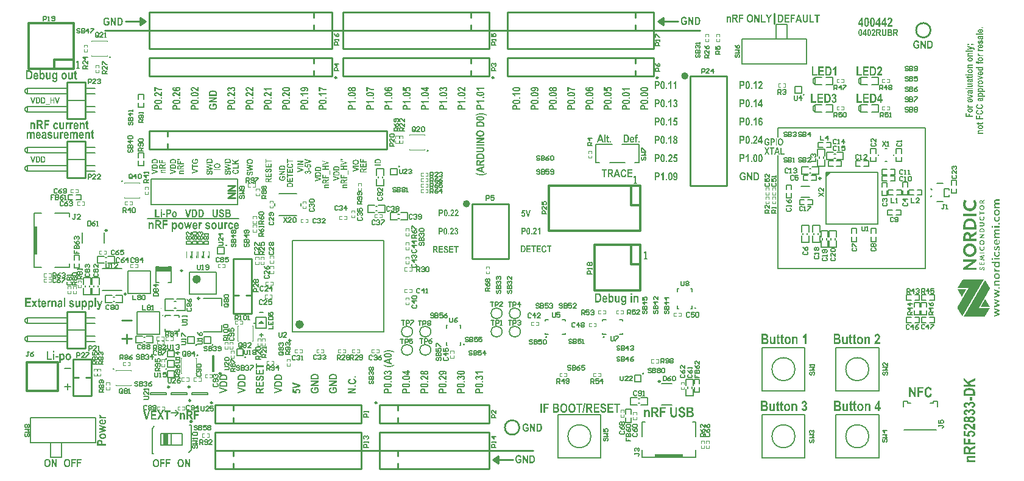
<source format=gto>
G04*
G04 #@! TF.GenerationSoftware,Altium Limited,Altium Designer,21.0.9 (235)*
G04*
G04 Layer_Color=65535*
%FSLAX24Y24*%
%MOIN*%
G70*
G04*
G04 #@! TF.SameCoordinates,03FFB426-F04E-41D0-9F73-41BCBE92060F*
G04*
G04*
G04 #@! TF.FilePolarity,Positive*
G04*
G01*
G75*
%ADD10C,0.0098*%
%ADD11C,0.0039*%
%ADD12C,0.0118*%
%ADD13C,0.0236*%
%ADD14C,0.0100*%
%ADD15C,0.0060*%
%ADD16C,0.0059*%
%ADD17C,0.0200*%
%ADD18C,0.0079*%
%ADD19C,0.0049*%
%ADD20C,0.0060*%
%ADD21C,0.0050*%
%ADD22C,0.0080*%
%ADD23C,0.0090*%
%ADD24R,0.0827X0.0315*%
%ADD25R,0.0252X0.0630*%
%ADD26R,0.0197X0.1575*%
%ADD27R,0.0059X0.0039*%
%ADD28R,0.0059X0.0138*%
%ADD29R,0.0049X0.0138*%
%ADD30R,0.1575X0.0197*%
%ADD31R,0.0049X0.0138*%
%ADD32R,0.0059X0.0138*%
G36*
X43962Y3491D02*
Y3688D01*
X44159Y3688D01*
X43962Y3491D01*
D02*
G37*
G36*
X52590Y2157D02*
X52487Y2086D01*
Y2069D01*
X52590D01*
Y2021D01*
X52330D01*
Y2117D01*
X52331Y2126D01*
X52331Y2131D01*
X52332Y2138D01*
X52335Y2149D01*
X52338Y2157D01*
X52342Y2164D01*
X52347Y2173D01*
X52351Y2177D01*
X52359Y2185D01*
X52365Y2189D01*
X52371Y2192D01*
X52376Y2194D01*
X52381Y2197D01*
X52392Y2199D01*
X52397Y2200D01*
X52406Y2201D01*
X52411Y2201D01*
X52416Y2200D01*
X52422Y2200D01*
X52427Y2199D01*
X52433Y2197D01*
X52441Y2195D01*
X52446Y2193D01*
X52452Y2189D01*
X52461Y2183D01*
X52467Y2176D01*
X52472Y2170D01*
X52476Y2163D01*
X52480Y2153D01*
X52483Y2145D01*
X52484Y2140D01*
X52590Y2217D01*
Y2157D01*
D02*
G37*
G36*
X53435Y2169D02*
X53258D01*
X53253Y2169D01*
X53248Y2168D01*
X53242Y2168D01*
X53238Y2167D01*
X53232Y2166D01*
X53226Y2165D01*
X53222Y2163D01*
X53216Y2161D01*
X53212Y2159D01*
X53207Y2157D01*
X53204Y2154D01*
X53200Y2151D01*
X53196Y2147D01*
X53193Y2143D01*
X53191Y2140D01*
X53188Y2135D01*
X53186Y2131D01*
X53185Y2126D01*
X53184Y2121D01*
X53183Y2117D01*
X53182Y2111D01*
X53182Y2106D01*
X53182Y2098D01*
X53183Y2094D01*
X53184Y2090D01*
X53185Y2084D01*
X53187Y2078D01*
X53189Y2074D01*
X53192Y2069D01*
X53196Y2064D01*
X53199Y2060D01*
X53202Y2057D01*
X53205Y2055D01*
X53207Y2053D01*
X53211Y2051D01*
X53216Y2048D01*
X53220Y2046D01*
X53225Y2044D01*
X53229Y2043D01*
X53233Y2042D01*
X53240Y2040D01*
X53245Y2040D01*
X53252Y2039D01*
X53259Y2039D01*
X53435D01*
Y1967D01*
X53256Y1967D01*
X53252Y1967D01*
X53246Y1967D01*
X53241Y1966D01*
X53235Y1966D01*
X53228Y1964D01*
X53223Y1962D01*
X53218Y1961D01*
X53214Y1959D01*
X53211Y1957D01*
X53206Y1954D01*
X53202Y1951D01*
X53199Y1948D01*
X53196Y1945D01*
X53193Y1941D01*
X53190Y1937D01*
X53189Y1935D01*
X53187Y1930D01*
X53185Y1925D01*
X53184Y1919D01*
X53183Y1914D01*
X53182Y1909D01*
X53182Y1904D01*
X53182Y1899D01*
X53183Y1894D01*
X53184Y1890D01*
X53185Y1885D01*
X53186Y1881D01*
X53188Y1877D01*
X53190Y1872D01*
X53192Y1868D01*
X53195Y1864D01*
X53198Y1861D01*
X53200Y1859D01*
X53204Y1855D01*
X53208Y1852D01*
X53212Y1849D01*
X53218Y1846D01*
X53223Y1844D01*
X53227Y1842D01*
X53232Y1841D01*
X53236Y1840D01*
X53239Y1839D01*
X53243Y1839D01*
X53248Y1838D01*
X53253Y1838D01*
X53259Y1838D01*
X53435Y1838D01*
Y1766D01*
X53124D01*
Y1838D01*
X53171D01*
X53167Y1841D01*
X53162Y1844D01*
X53159Y1847D01*
X53154Y1851D01*
X53150Y1855D01*
X53145Y1860D01*
X53140Y1866D01*
X53137Y1870D01*
X53134Y1875D01*
X53131Y1879D01*
X53128Y1884D01*
X53126Y1888D01*
X53124Y1892D01*
X53123Y1897D01*
X53120Y1906D01*
X53119Y1912D01*
X53118Y1919D01*
X53117Y1927D01*
X53117Y1934D01*
X53117Y1941D01*
X53118Y1946D01*
X53119Y1952D01*
X53120Y1959D01*
X53122Y1966D01*
X53123Y1969D01*
X53125Y1975D01*
X53126Y1979D01*
X53130Y1987D01*
X53133Y1991D01*
X53138Y1998D01*
X53141Y2001D01*
X53146Y2007D01*
X53151Y2012D01*
X53157Y2017D01*
X53161Y2019D01*
X53168Y2024D01*
X53172Y2026D01*
X53169Y2028D01*
X53164Y2032D01*
X53159Y2037D01*
X53155Y2040D01*
X53151Y2044D01*
X53147Y2049D01*
X53143Y2054D01*
X53140Y2058D01*
X53136Y2064D01*
X53133Y2069D01*
X53131Y2072D01*
X53129Y2077D01*
X53127Y2081D01*
X53123Y2090D01*
X53122Y2093D01*
X53120Y2103D01*
X53119Y2107D01*
X53118Y2113D01*
X53118Y2117D01*
X53117Y2122D01*
X53117Y2130D01*
X53117Y2137D01*
X53118Y2143D01*
X53118Y2147D01*
X53119Y2152D01*
X53119Y2157D01*
X53120Y2162D01*
X53122Y2167D01*
X53123Y2172D01*
X53125Y2177D01*
X53127Y2182D01*
X53130Y2187D01*
X53132Y2191D01*
X53135Y2195D01*
X53137Y2199D01*
X53142Y2205D01*
X53145Y2208D01*
X53149Y2212D01*
X53152Y2214D01*
X53155Y2217D01*
X53160Y2220D01*
X53163Y2222D01*
X53166Y2224D01*
X53174Y2228D01*
X53179Y2230D01*
X53187Y2233D01*
X53194Y2235D01*
X53199Y2236D01*
X53205Y2238D01*
X53212Y2239D01*
X53219Y2239D01*
X53227Y2240D01*
X53236Y2240D01*
X53435D01*
Y2169D01*
D02*
G37*
G36*
X52098Y2207D02*
X52109Y2188D01*
X52117Y2171D01*
X52126Y2153D01*
X52134Y2134D01*
X52140Y2116D01*
X52145Y2099D01*
X52147Y2090D01*
X52151Y2076D01*
X52154Y2061D01*
X52156Y2047D01*
X52158Y2033D01*
X52159Y2024D01*
X52160Y2012D01*
X52160Y2000D01*
X52161Y1981D01*
X52161Y1966D01*
X52160Y1951D01*
X52159Y1939D01*
X52158Y1928D01*
X52157Y1916D01*
X52155Y1905D01*
X52153Y1891D01*
X52151Y1880D01*
X52147Y1866D01*
X52144Y1854D01*
X52141Y1843D01*
X52137Y1831D01*
X52133Y1819D01*
X52127Y1807D01*
X52125Y1800D01*
X52118Y1787D01*
X52115Y1781D01*
X52102Y1758D01*
X52097Y1750D01*
X52091Y1742D01*
X52075Y1721D01*
X52063Y1707D01*
X52047Y1691D01*
X52034Y1679D01*
X52019Y1668D01*
X52007Y1660D01*
X51993Y1651D01*
X51982Y1644D01*
X51972Y1639D01*
X51954Y1630D01*
X51938Y1624D01*
X51925Y1619D01*
X51912Y1615D01*
X51900Y1612D01*
X51883Y1608D01*
X51866Y1604D01*
X51850Y1602D01*
X51835Y1600D01*
X51825Y1600D01*
X51810Y1599D01*
X51795Y1599D01*
X51780Y1599D01*
X51769Y1599D01*
X51756Y1600D01*
X51741Y1602D01*
X51731Y1603D01*
X51714Y1606D01*
X51704Y1608D01*
X51686Y1613D01*
X51668Y1618D01*
X51661Y1620D01*
X51647Y1625D01*
X51640Y1628D01*
X51632Y1632D01*
X51624Y1636D01*
X51615Y1640D01*
X51604Y1646D01*
X51592Y1654D01*
X51574Y1665D01*
X51555Y1680D01*
X51539Y1695D01*
X51525Y1710D01*
X51518Y1717D01*
X51508Y1729D01*
X51501Y1739D01*
X51495Y1748D01*
X51489Y1756D01*
X51484Y1764D01*
X51476Y1778D01*
X51472Y1785D01*
X51466Y1799D01*
X51460Y1811D01*
X51455Y1824D01*
X51451Y1836D01*
X51447Y1848D01*
X51444Y1860D01*
X51440Y1877D01*
X51436Y1894D01*
X51433Y1911D01*
X51431Y1928D01*
X51430Y1945D01*
X51429Y1957D01*
X51429Y1973D01*
X51429Y1985D01*
X51430Y2004D01*
X51431Y2020D01*
X51432Y2037D01*
X51434Y2052D01*
X51437Y2068D01*
X51442Y2088D01*
X51447Y2108D01*
X51455Y2131D01*
X51462Y2149D01*
X51470Y2166D01*
X51473Y2173D01*
X51479Y2185D01*
X51486Y2198D01*
X51493Y2208D01*
X51500Y2219D01*
X51506Y2228D01*
X51618Y2154D01*
X51617Y2152D01*
X51607Y2137D01*
X51601Y2126D01*
X51594Y2113D01*
X51586Y2098D01*
X51580Y2084D01*
X51576Y2072D01*
X51571Y2057D01*
X51568Y2044D01*
X51566Y2033D01*
X51564Y2022D01*
X51562Y2009D01*
X51561Y1996D01*
X51560Y1987D01*
X51560Y1980D01*
X51560Y1973D01*
X51561Y1961D01*
X51561Y1953D01*
X51562Y1945D01*
X51563Y1933D01*
X51565Y1926D01*
X51566Y1918D01*
X51569Y1905D01*
X51573Y1893D01*
X51576Y1884D01*
X51579Y1876D01*
X51585Y1862D01*
X51590Y1852D01*
X51597Y1841D01*
X51605Y1829D01*
X51611Y1821D01*
X51620Y1811D01*
X51627Y1804D01*
X51637Y1794D01*
X51650Y1783D01*
X51661Y1776D01*
X51676Y1767D01*
X51687Y1762D01*
X51697Y1757D01*
X51710Y1753D01*
X51718Y1750D01*
X51729Y1747D01*
X51740Y1744D01*
X51753Y1742D01*
X51766Y1740D01*
X51780Y1739D01*
X51798Y1739D01*
X51816Y1740D01*
X51833Y1741D01*
X51849Y1744D01*
X51863Y1747D01*
X51879Y1752D01*
X51892Y1757D01*
X51907Y1764D01*
X51919Y1770D01*
X51936Y1781D01*
X51952Y1794D01*
X51963Y1803D01*
X51972Y1813D01*
X51980Y1824D01*
X51986Y1831D01*
X51990Y1837D01*
X51994Y1843D01*
X52000Y1854D01*
X52005Y1864D01*
X52011Y1878D01*
X52016Y1891D01*
X52020Y1904D01*
X52023Y1916D01*
X52026Y1932D01*
X52028Y1952D01*
X52029Y1972D01*
X52029Y1984D01*
X52028Y2003D01*
X52026Y2019D01*
X52024Y2033D01*
X52021Y2046D01*
X52017Y2061D01*
X52015Y2069D01*
X52010Y2082D01*
X52006Y2092D01*
X51997Y2112D01*
X51986Y2131D01*
X51978Y2145D01*
X51971Y2154D01*
X52084Y2228D01*
X52098Y2207D01*
D02*
G37*
G36*
X52478Y1923D02*
X52490Y1921D01*
X52496Y1920D01*
X52504Y1917D01*
X52511Y1915D01*
X52518Y1912D01*
X52526Y1908D01*
X52532Y1905D01*
X52539Y1901D01*
X52544Y1897D01*
X52550Y1892D01*
X52556Y1887D01*
X52562Y1880D01*
X52570Y1871D01*
X52574Y1865D01*
X52577Y1860D01*
X52581Y1851D01*
X52585Y1843D01*
X52588Y1836D01*
X52590Y1829D01*
X52592Y1823D01*
X52593Y1813D01*
X52594Y1807D01*
X52595Y1798D01*
X52596Y1793D01*
X52595Y1779D01*
X52595Y1774D01*
X52594Y1768D01*
X52593Y1759D01*
X52591Y1750D01*
X52589Y1744D01*
X52585Y1733D01*
X52582Y1726D01*
X52578Y1717D01*
X52575Y1712D01*
X52571Y1707D01*
X52567Y1701D01*
X52562Y1695D01*
X52557Y1689D01*
X52552Y1685D01*
X52545Y1679D01*
X52538Y1674D01*
X52532Y1671D01*
X52522Y1665D01*
X52515Y1662D01*
X52508Y1660D01*
X52502Y1658D01*
X52494Y1655D01*
X52486Y1654D01*
X52479Y1653D01*
X52461Y1652D01*
X52456Y1652D01*
X52447Y1652D01*
X52435Y1654D01*
X52425Y1656D01*
X52417Y1658D01*
X52411Y1660D01*
X52400Y1664D01*
X52391Y1669D01*
X52386Y1672D01*
X52379Y1676D01*
X52372Y1682D01*
X52363Y1690D01*
X52358Y1696D01*
X52354Y1700D01*
X52350Y1705D01*
X52346Y1711D01*
X52343Y1716D01*
X52341Y1720D01*
X52335Y1732D01*
X52332Y1739D01*
X52329Y1750D01*
X52328Y1756D01*
X52327Y1762D01*
X52326Y1771D01*
X52325Y1776D01*
X52325Y1785D01*
Y1791D01*
X52325Y1796D01*
X52326Y1805D01*
X52326Y1811D01*
X52327Y1817D01*
X52329Y1823D01*
X52331Y1830D01*
X52333Y1837D01*
X52337Y1848D01*
X52341Y1856D01*
X52344Y1861D01*
X52347Y1866D01*
X52351Y1871D01*
X52356Y1878D01*
X52360Y1882D01*
X52364Y1887D01*
X52373Y1895D01*
X52378Y1898D01*
X52383Y1902D01*
X52388Y1905D01*
X52394Y1908D01*
X52402Y1912D01*
X52410Y1915D01*
X52416Y1917D01*
X52422Y1919D01*
X52427Y1920D01*
X52433Y1921D01*
X52442Y1923D01*
X52452Y1924D01*
X52463Y1924D01*
X52478Y1923D01*
D02*
G37*
G36*
X52375Y1508D02*
X52590Y1508D01*
X52590Y1461D01*
X52375D01*
X52375Y1390D01*
X52330D01*
Y1579D01*
X52375D01*
Y1508D01*
D02*
G37*
G36*
X53284Y1685D02*
X53293Y1684D01*
X53299Y1684D01*
X53305Y1683D01*
X53314Y1681D01*
X53320Y1680D01*
X53326Y1678D01*
X53333Y1676D01*
X53339Y1674D01*
X53346Y1671D01*
X53353Y1667D01*
X53360Y1664D01*
X53367Y1659D01*
X53373Y1655D01*
X53382Y1649D01*
X53387Y1645D01*
X53392Y1640D01*
X53397Y1635D01*
X53401Y1631D01*
X53409Y1621D01*
X53412Y1616D01*
X53416Y1611D01*
X53419Y1605D01*
X53424Y1597D01*
X53426Y1592D01*
X53430Y1583D01*
X53433Y1575D01*
X53435Y1570D01*
X53437Y1563D01*
X53438Y1556D01*
X53439Y1551D01*
X53440Y1545D01*
X53442Y1535D01*
X53442Y1526D01*
X53442Y1518D01*
X53442Y1510D01*
X53442Y1501D01*
X53441Y1492D01*
X53440Y1486D01*
X53439Y1481D01*
X53437Y1475D01*
X53436Y1468D01*
X53433Y1461D01*
X53430Y1453D01*
X53427Y1446D01*
X53423Y1438D01*
X53419Y1431D01*
X53414Y1422D01*
X53409Y1416D01*
X53404Y1409D01*
X53398Y1402D01*
X53394Y1398D01*
X53389Y1393D01*
X53380Y1386D01*
X53372Y1380D01*
X53365Y1376D01*
X53360Y1372D01*
X53352Y1369D01*
X53346Y1366D01*
X53339Y1363D01*
X53329Y1359D01*
X53321Y1357D01*
X53309Y1355D01*
X53299Y1353D01*
X53291Y1353D01*
X53280Y1352D01*
Y1424D01*
X53289Y1424D01*
X53296Y1425D01*
X53306Y1427D01*
X53315Y1430D01*
X53320Y1431D01*
X53327Y1434D01*
X53335Y1439D01*
X53342Y1443D01*
X53349Y1449D01*
X53354Y1454D01*
X53357Y1458D01*
X53361Y1462D01*
X53366Y1469D01*
X53369Y1474D01*
X53372Y1481D01*
X53375Y1487D01*
X53377Y1495D01*
X53378Y1502D01*
X53379Y1508D01*
X53380Y1514D01*
X53380Y1522D01*
X53379Y1529D01*
X53379Y1535D01*
X53377Y1542D01*
X53376Y1548D01*
X53374Y1553D01*
X53372Y1559D01*
X53368Y1566D01*
X53365Y1572D01*
X53360Y1578D01*
X53356Y1583D01*
X53351Y1588D01*
X53345Y1593D01*
X53340Y1596D01*
X53335Y1599D01*
X53330Y1602D01*
X53325Y1604D01*
X53321Y1606D01*
X53316Y1608D01*
X53311Y1609D01*
X53306Y1611D01*
X53301Y1612D01*
X53295Y1612D01*
X53289Y1613D01*
X53284Y1613D01*
X53276Y1613D01*
X53268Y1613D01*
X53260Y1611D01*
X53252Y1610D01*
X53244Y1607D01*
X53236Y1604D01*
X53229Y1601D01*
X53222Y1596D01*
X53215Y1591D01*
X53208Y1586D01*
X53205Y1582D01*
X53201Y1578D01*
X53196Y1572D01*
X53191Y1563D01*
X53189Y1558D01*
X53185Y1550D01*
X53183Y1542D01*
X53181Y1536D01*
X53181Y1531D01*
X53180Y1524D01*
X53180Y1516D01*
X53180Y1511D01*
X53181Y1504D01*
X53182Y1496D01*
X53184Y1490D01*
X53185Y1485D01*
X53188Y1478D01*
X53191Y1473D01*
X53195Y1465D01*
X53200Y1458D01*
X53206Y1452D01*
X53212Y1447D01*
X53216Y1443D01*
X53221Y1440D01*
X53228Y1436D01*
X53232Y1434D01*
X53241Y1430D01*
X53251Y1427D01*
X53260Y1425D01*
X53268Y1424D01*
X53274Y1424D01*
X53280Y1424D01*
X53280Y1352D01*
X53268Y1353D01*
X53261Y1353D01*
X53251Y1355D01*
X53239Y1357D01*
X53231Y1360D01*
X53225Y1362D01*
X53218Y1364D01*
X53209Y1368D01*
X53202Y1372D01*
X53196Y1376D01*
X53188Y1380D01*
X53181Y1385D01*
X53175Y1391D01*
X53169Y1396D01*
X53165Y1400D01*
X53161Y1404D01*
X53157Y1408D01*
X53150Y1417D01*
X53147Y1422D01*
X53142Y1429D01*
X53139Y1434D01*
X53135Y1442D01*
X53132Y1448D01*
X53129Y1454D01*
X53127Y1459D01*
X53125Y1468D01*
X53122Y1475D01*
X53121Y1482D01*
X53120Y1488D01*
X53119Y1493D01*
X53118Y1498D01*
X53117Y1507D01*
X53117Y1516D01*
X53117Y1523D01*
X53118Y1535D01*
X53119Y1543D01*
X53120Y1553D01*
X53121Y1558D01*
X53123Y1564D01*
X53124Y1570D01*
X53128Y1581D01*
X53131Y1587D01*
X53135Y1597D01*
X53139Y1603D01*
X53141Y1608D01*
X53145Y1613D01*
X53149Y1619D01*
X53153Y1624D01*
X53157Y1629D01*
X53161Y1633D01*
X53165Y1638D01*
X53170Y1643D01*
X53175Y1647D01*
X53179Y1650D01*
X53184Y1655D01*
X53189Y1658D01*
X53194Y1661D01*
X53198Y1664D01*
X53207Y1668D01*
X53211Y1670D01*
X53216Y1672D01*
X53222Y1675D01*
X53227Y1676D01*
X53234Y1678D01*
X53239Y1680D01*
X53249Y1682D01*
X53254Y1683D01*
X53263Y1684D01*
X53270Y1684D01*
X53276Y1685D01*
X53284Y1685D01*
D02*
G37*
G36*
X52146Y1331D02*
X51444D01*
Y1460D01*
X52146D01*
Y1331D01*
D02*
G37*
G36*
X52570Y1309D02*
X52573Y1303D01*
X52578Y1294D01*
X52583Y1285D01*
X52587Y1275D01*
X52590Y1264D01*
X52591Y1261D01*
X52592Y1255D01*
X52593Y1249D01*
X52594Y1241D01*
X52595Y1232D01*
X52596Y1225D01*
X52596Y1217D01*
X52596Y1211D01*
X52595Y1205D01*
X52594Y1196D01*
X52593Y1188D01*
X52592Y1182D01*
X52590Y1174D01*
X52588Y1169D01*
X52586Y1163D01*
X52583Y1156D01*
X52580Y1149D01*
X52576Y1141D01*
X52570Y1132D01*
X52564Y1124D01*
X52559Y1119D01*
X52551Y1110D01*
X52543Y1104D01*
X52534Y1099D01*
X52530Y1096D01*
X52526Y1094D01*
X52522Y1092D01*
X52516Y1090D01*
X52509Y1087D01*
X52499Y1084D01*
X52491Y1082D01*
X52483Y1081D01*
X52477Y1080D01*
X52469Y1079D01*
X52464Y1079D01*
X52458Y1079D01*
X52453Y1079D01*
X52450Y1079D01*
X52442Y1080D01*
X52437Y1081D01*
X52430Y1082D01*
X52424Y1083D01*
X52413Y1086D01*
X52408Y1088D01*
X52403Y1090D01*
X52397Y1093D01*
X52390Y1097D01*
X52385Y1099D01*
X52379Y1104D01*
X52365Y1115D01*
X52358Y1123D01*
X52354Y1127D01*
X52351Y1131D01*
X52347Y1137D01*
X52344Y1143D01*
X52341Y1148D01*
X52338Y1153D01*
X52336Y1158D01*
X52334Y1164D01*
X52332Y1169D01*
X52331Y1174D01*
X52330Y1179D01*
X52328Y1184D01*
X52327Y1191D01*
X52326Y1199D01*
X52325Y1207D01*
X52325Y1219D01*
X52325Y1228D01*
X52325Y1235D01*
X52327Y1245D01*
X52328Y1255D01*
X52332Y1268D01*
X52335Y1278D01*
X52340Y1289D01*
X52341Y1292D01*
X52345Y1299D01*
X52348Y1305D01*
X52353Y1312D01*
X52395Y1285D01*
X52394Y1283D01*
X52391Y1279D01*
X52388Y1274D01*
X52386Y1270D01*
X52384Y1266D01*
X52382Y1261D01*
X52379Y1253D01*
X52377Y1246D01*
X52374Y1235D01*
X52374Y1224D01*
X52373Y1221D01*
X52373Y1215D01*
X52374Y1207D01*
X52375Y1202D01*
X52376Y1196D01*
X52378Y1190D01*
X52380Y1183D01*
X52383Y1177D01*
X52387Y1169D01*
X52390Y1165D01*
X52395Y1158D01*
X52403Y1151D01*
X52411Y1145D01*
X52418Y1140D01*
X52422Y1139D01*
X52427Y1137D01*
X52435Y1134D01*
X52440Y1133D01*
X52446Y1132D01*
X52451Y1131D01*
X52457Y1131D01*
X52463Y1131D01*
X52468Y1131D01*
X52475Y1132D01*
X52482Y1133D01*
X52490Y1135D01*
X52498Y1138D01*
X52504Y1141D01*
X52512Y1146D01*
X52521Y1153D01*
X52529Y1163D01*
X52534Y1170D01*
X52535Y1172D01*
X52538Y1178D01*
X52540Y1183D01*
X52542Y1187D01*
X52544Y1195D01*
X52545Y1200D01*
X52546Y1207D01*
X52547Y1213D01*
X52547Y1222D01*
X52547Y1228D01*
X52546Y1235D01*
X52543Y1247D01*
X52542Y1251D01*
X52541Y1254D01*
X52539Y1260D01*
X52537Y1265D01*
X52535Y1270D01*
X52531Y1276D01*
X52529Y1280D01*
X52526Y1285D01*
X52567Y1312D01*
X52570Y1309D01*
D02*
G37*
G36*
X53387Y1302D02*
X53391Y1298D01*
X53395Y1294D01*
X53400Y1289D01*
X53404Y1284D01*
X53408Y1279D01*
X53413Y1273D01*
X53416Y1268D01*
X53419Y1264D01*
X53422Y1258D01*
X53426Y1252D01*
X53428Y1248D01*
X53431Y1242D01*
X53433Y1236D01*
X53435Y1230D01*
X53436Y1224D01*
X53437Y1221D01*
X53439Y1213D01*
X53440Y1208D01*
X53441Y1201D01*
X53442Y1196D01*
X53442Y1188D01*
X53442Y1184D01*
X53442Y1179D01*
X53442Y1172D01*
X53442Y1168D01*
X53442Y1160D01*
X53441Y1155D01*
X53440Y1150D01*
X53440Y1145D01*
X53438Y1139D01*
X53437Y1132D01*
X53434Y1124D01*
X53430Y1114D01*
X53426Y1103D01*
X53422Y1097D01*
X53418Y1089D01*
X53414Y1083D01*
X53408Y1076D01*
X53403Y1069D01*
X53397Y1063D01*
X53392Y1058D01*
X53386Y1053D01*
X53379Y1048D01*
X53373Y1043D01*
X53367Y1039D01*
X53360Y1035D01*
X53353Y1031D01*
X53345Y1028D01*
X53336Y1024D01*
X53328Y1022D01*
X53323Y1020D01*
X53312Y1018D01*
X53302Y1016D01*
X53294Y1016D01*
X53287Y1015D01*
X53280Y1015D01*
X53271Y1015D01*
X53261Y1016D01*
X53255Y1017D01*
X53248Y1018D01*
X53239Y1020D01*
X53232Y1022D01*
X53226Y1024D01*
X53220Y1026D01*
X53213Y1029D01*
X53204Y1033D01*
X53199Y1036D01*
X53193Y1040D01*
X53186Y1044D01*
X53180Y1049D01*
X53174Y1053D01*
X53168Y1059D01*
X53162Y1064D01*
X53156Y1071D01*
X53151Y1077D01*
X53147Y1083D01*
X53142Y1090D01*
X53138Y1097D01*
X53134Y1104D01*
X53131Y1110D01*
X53129Y1115D01*
X53126Y1123D01*
X53123Y1133D01*
X53121Y1140D01*
X53120Y1146D01*
X53118Y1157D01*
X53118Y1166D01*
X53117Y1170D01*
X53117Y1179D01*
X53117Y1188D01*
X53118Y1195D01*
X53119Y1203D01*
X53120Y1214D01*
X53121Y1218D01*
X53123Y1225D01*
X53126Y1235D01*
X53129Y1244D01*
X53133Y1253D01*
X53138Y1262D01*
X53140Y1265D01*
X53141Y1267D01*
X53143Y1270D01*
X53145Y1273D01*
X53147Y1276D01*
X53150Y1279D01*
X53153Y1283D01*
X53154Y1285D01*
X53157Y1288D01*
X53160Y1292D01*
X53166Y1297D01*
X53171Y1302D01*
X53219Y1257D01*
X53216Y1255D01*
X53214Y1252D01*
X53211Y1250D01*
X53209Y1247D01*
X53206Y1245D01*
X53203Y1240D01*
X53200Y1237D01*
X53196Y1232D01*
X53194Y1228D01*
X53191Y1223D01*
X53189Y1220D01*
X53188Y1217D01*
X53186Y1212D01*
X53184Y1207D01*
X53183Y1202D01*
X53182Y1200D01*
X53181Y1194D01*
X53180Y1188D01*
X53180Y1182D01*
X53180Y1177D01*
X53180Y1172D01*
X53180Y1167D01*
X53181Y1163D01*
X53182Y1159D01*
X53183Y1154D01*
X53184Y1150D01*
X53186Y1144D01*
X53189Y1139D01*
X53191Y1134D01*
X53193Y1130D01*
X53198Y1124D01*
X53200Y1122D01*
X53204Y1117D01*
X53208Y1113D01*
X53213Y1109D01*
X53218Y1105D01*
X53220Y1104D01*
X53226Y1100D01*
X53232Y1097D01*
X53238Y1094D01*
X53242Y1093D01*
X53246Y1092D01*
X53250Y1090D01*
X53254Y1089D01*
X53258Y1089D01*
X53262Y1088D01*
X53267Y1087D01*
X53271Y1087D01*
X53275Y1087D01*
X53280Y1087D01*
X53286Y1087D01*
X53291Y1087D01*
X53297Y1088D01*
X53302Y1089D01*
X53307Y1090D01*
X53313Y1091D01*
X53318Y1093D01*
X53323Y1095D01*
X53329Y1098D01*
X53334Y1100D01*
X53339Y1103D01*
X53341Y1105D01*
X53344Y1107D01*
X53346Y1109D01*
X53349Y1111D01*
X53352Y1113D01*
X53354Y1116D01*
X53358Y1120D01*
X53361Y1124D01*
X53364Y1128D01*
X53366Y1131D01*
X53370Y1137D01*
X53372Y1141D01*
X53374Y1147D01*
X53376Y1152D01*
X53377Y1155D01*
X53378Y1161D01*
X53379Y1166D01*
X53379Y1170D01*
X53380Y1175D01*
X53380Y1179D01*
X53380Y1185D01*
X53379Y1190D01*
X53379Y1195D01*
X53378Y1199D01*
X53377Y1202D01*
X53376Y1208D01*
X53374Y1215D01*
X53372Y1218D01*
X53370Y1224D01*
X53367Y1229D01*
X53364Y1234D01*
X53361Y1239D01*
X53358Y1242D01*
X53354Y1247D01*
X53351Y1250D01*
X53348Y1254D01*
X53344Y1259D01*
X53341Y1261D01*
X53384Y1304D01*
X53387Y1302D01*
D02*
G37*
G36*
X53435Y872D02*
X53354D01*
Y950D01*
X53435D01*
Y872D01*
D02*
G37*
G36*
X52494Y980D02*
X52501Y980D01*
X52507Y979D01*
X52516Y978D01*
X52524Y976D01*
X52530Y974D01*
X52537Y972D01*
X52544Y968D01*
X52552Y964D01*
X52558Y960D01*
X52564Y954D01*
X52574Y943D01*
X52578Y939D01*
X52581Y933D01*
X52584Y928D01*
X52586Y924D01*
X52589Y916D01*
X52591Y908D01*
X52593Y902D01*
X52594Y895D01*
X52595Y888D01*
X52595Y881D01*
X52595Y874D01*
X52595Y864D01*
X52595Y858D01*
X52594Y850D01*
X52592Y844D01*
X52591Y838D01*
X52589Y831D01*
X52586Y824D01*
X52582Y816D01*
X52579Y810D01*
X52571Y800D01*
X52560Y789D01*
X52551Y783D01*
X52547Y780D01*
X52541Y777D01*
X52535Y775D01*
X52527Y772D01*
X52520Y770D01*
X52510Y768D01*
X52502Y767D01*
X52495Y767D01*
X52488Y766D01*
X52330D01*
X52330Y816D01*
X52485D01*
X52486Y816D01*
X52495Y817D01*
X52503Y818D01*
X52510Y820D01*
X52516Y823D01*
X52522Y826D01*
X52527Y830D01*
X52531Y834D01*
X52538Y842D01*
X52541Y848D01*
X52543Y854D01*
X52545Y862D01*
X52546Y867D01*
X52546Y872D01*
X52546Y879D01*
X52546Y884D01*
X52544Y891D01*
X52542Y897D01*
X52539Y903D01*
X52536Y907D01*
X52529Y916D01*
X52523Y920D01*
X52517Y923D01*
X52510Y926D01*
X52504Y928D01*
X52498Y929D01*
X52490Y930D01*
X52485Y930D01*
X52330D01*
Y980D01*
X52488D01*
X52494Y980D01*
D02*
G37*
G36*
X53435Y703D02*
X53124D01*
Y774D01*
X53435D01*
X53435Y703D01*
D02*
G37*
G36*
X53076Y700D02*
X53008D01*
Y777D01*
X53076D01*
Y700D01*
D02*
G37*
G36*
X51811Y1194D02*
X51823Y1194D01*
X51832Y1193D01*
X51845Y1192D01*
X51858Y1190D01*
X51871Y1188D01*
X51885Y1185D01*
X51890Y1184D01*
X51899Y1182D01*
X51909Y1179D01*
X51925Y1174D01*
X51936Y1170D01*
X51949Y1165D01*
X51962Y1158D01*
X51970Y1154D01*
X51988Y1144D01*
X52001Y1136D01*
X52014Y1126D01*
X52027Y1116D01*
X52040Y1105D01*
X52054Y1090D01*
X52061Y1082D01*
X52075Y1064D01*
X52085Y1050D01*
X52093Y1036D01*
X52100Y1025D01*
X52106Y1013D01*
X52111Y1002D01*
X52116Y991D01*
X52120Y981D01*
X52124Y970D01*
X52129Y955D01*
X52133Y940D01*
X52136Y925D01*
X52138Y914D01*
X52140Y904D01*
X52144Y870D01*
X52146Y845D01*
X52146Y830D01*
Y605D01*
X51444D01*
X51444Y840D01*
X51445Y855D01*
X51446Y870D01*
X51447Y885D01*
X51449Y899D01*
X51452Y919D01*
X51456Y934D01*
X51458Y944D01*
X51460Y949D01*
X51462Y959D01*
X51466Y969D01*
X51469Y980D01*
X51473Y990D01*
X51478Y1000D01*
X51486Y1017D01*
X51492Y1028D01*
X51495Y1034D01*
X51499Y1041D01*
X51507Y1054D01*
X51512Y1061D01*
X51518Y1068D01*
X51525Y1077D01*
X51533Y1087D01*
X51547Y1102D01*
X51559Y1113D01*
X51571Y1122D01*
X51584Y1132D01*
X51596Y1140D01*
X51607Y1147D01*
X51624Y1157D01*
X51639Y1164D01*
X51651Y1169D01*
X51663Y1173D01*
X51679Y1179D01*
X51689Y1181D01*
X51704Y1185D01*
X51718Y1188D01*
X51731Y1190D01*
X51744Y1192D01*
X51753Y1193D01*
X51766Y1194D01*
X51775Y1194D01*
X51786Y1195D01*
X51799Y1195D01*
X51811Y1194D01*
D02*
G37*
G36*
X52465Y667D02*
X52472Y667D01*
X52479Y666D01*
X52487Y665D01*
X52492Y664D01*
X52503Y662D01*
X52513Y658D01*
X52520Y655D01*
X52525Y653D01*
X52532Y649D01*
X52537Y646D01*
X52549Y636D01*
X52559Y626D01*
X52568Y614D01*
X52575Y600D01*
X52580Y590D01*
X52584Y579D01*
X52586Y569D01*
X52588Y561D01*
X52589Y556D01*
X52590Y545D01*
X52590Y532D01*
Y449D01*
X52330D01*
Y532D01*
X52331Y540D01*
X52331Y547D01*
X52332Y556D01*
X52333Y562D01*
X52334Y567D01*
X52335Y574D01*
X52337Y580D01*
X52339Y586D01*
X52341Y590D01*
X52345Y600D01*
X52348Y606D01*
X52351Y610D01*
X52356Y618D01*
X52360Y624D01*
X52364Y628D01*
X52369Y633D01*
X52378Y642D01*
X52387Y647D01*
X52397Y653D01*
X52402Y656D01*
X52409Y659D01*
X52415Y661D01*
X52421Y663D01*
X52428Y664D01*
X52433Y665D01*
X52443Y667D01*
X52450Y667D01*
X52459Y667D01*
X52465Y667D01*
D02*
G37*
G36*
X52146Y333D02*
X51866Y143D01*
Y95D01*
X52146D01*
Y-34D01*
X51444D01*
Y225D01*
X51444Y235D01*
X51445Y247D01*
X51446Y259D01*
X51448Y275D01*
X51450Y285D01*
X51453Y298D01*
X51455Y306D01*
X51459Y320D01*
X51465Y334D01*
X51471Y346D01*
X51477Y356D01*
X51481Y363D01*
X51487Y371D01*
X51494Y381D01*
X51499Y386D01*
X51507Y395D01*
X51516Y403D01*
X51524Y409D01*
X51537Y419D01*
X51550Y426D01*
X51559Y431D01*
X51568Y435D01*
X51575Y438D01*
X51582Y440D01*
X51589Y442D01*
X51599Y445D01*
X51608Y447D01*
X51617Y449D01*
X51622Y449D01*
X51634Y451D01*
X51643Y451D01*
X51650Y452D01*
X51660Y452D01*
X51668Y451D01*
X51682Y450D01*
X51694Y449D01*
X51706Y447D01*
X51715Y445D01*
X51721Y443D01*
X51728Y441D01*
X51735Y438D01*
X51747Y434D01*
X51756Y430D01*
X51766Y424D01*
X51772Y420D01*
X51781Y415D01*
X51790Y407D01*
X51800Y400D01*
X51805Y394D01*
X51814Y384D01*
X51822Y374D01*
X51829Y365D01*
X51835Y354D01*
X51839Y348D01*
X51844Y338D01*
X51847Y329D01*
X51852Y318D01*
X51854Y310D01*
X51856Y302D01*
X51858Y294D01*
X51860Y287D01*
X52146Y495D01*
Y333D01*
D02*
G37*
G36*
X53435Y532D02*
X53258Y532D01*
X53253Y532D01*
X53248Y531D01*
X53242Y531D01*
X53238Y530D01*
X53232Y529D01*
X53226Y528D01*
X53222Y526D01*
X53216Y524D01*
X53212Y522D01*
X53207Y520D01*
X53204Y517D01*
X53200Y514D01*
X53196Y510D01*
X53193Y506D01*
X53191Y503D01*
X53188Y498D01*
X53186Y494D01*
X53185Y489D01*
X53184Y484D01*
X53183Y480D01*
X53182Y474D01*
X53182Y469D01*
X53182Y461D01*
X53183Y457D01*
X53184Y453D01*
X53185Y447D01*
X53187Y441D01*
X53189Y437D01*
X53192Y432D01*
X53196Y427D01*
X53199Y423D01*
X53202Y420D01*
X53205Y418D01*
X53207Y416D01*
X53211Y414D01*
X53216Y411D01*
X53220Y409D01*
X53225Y407D01*
X53229Y406D01*
X53233Y405D01*
X53240Y403D01*
X53245Y403D01*
X53252Y402D01*
X53259Y402D01*
X53435D01*
Y330D01*
X53256Y330D01*
X53252Y330D01*
X53246Y330D01*
X53241Y329D01*
X53235Y328D01*
X53228Y327D01*
X53223Y325D01*
X53218Y323D01*
X53214Y322D01*
X53211Y320D01*
X53206Y317D01*
X53202Y314D01*
X53199Y311D01*
X53196Y308D01*
X53193Y304D01*
X53190Y300D01*
X53189Y297D01*
X53187Y293D01*
X53185Y288D01*
X53184Y282D01*
X53183Y277D01*
X53182Y272D01*
X53182Y267D01*
X53182Y262D01*
X53183Y257D01*
X53184Y252D01*
X53185Y248D01*
X53186Y244D01*
X53188Y239D01*
X53190Y235D01*
X53192Y231D01*
X53195Y227D01*
X53198Y223D01*
X53200Y222D01*
X53204Y218D01*
X53208Y215D01*
X53212Y212D01*
X53218Y209D01*
X53223Y207D01*
X53227Y205D01*
X53232Y204D01*
X53236Y203D01*
X53239Y202D01*
X53243Y202D01*
X53248Y201D01*
X53253Y201D01*
X53259Y201D01*
X53435D01*
Y129D01*
X53124D01*
X53124Y201D01*
X53171D01*
X53167Y203D01*
X53162Y207D01*
X53159Y210D01*
X53154Y214D01*
X53150Y218D01*
X53145Y223D01*
X53140Y229D01*
X53137Y233D01*
X53134Y238D01*
X53131Y242D01*
X53128Y246D01*
X53126Y251D01*
X53124Y255D01*
X53123Y260D01*
X53120Y269D01*
X53119Y275D01*
X53118Y282D01*
X53117Y289D01*
X53117Y297D01*
X53117Y304D01*
X53118Y309D01*
X53119Y315D01*
X53120Y322D01*
X53122Y329D01*
X53123Y332D01*
X53125Y338D01*
X53126Y342D01*
X53130Y350D01*
X53133Y354D01*
X53138Y361D01*
X53141Y364D01*
X53146Y370D01*
X53151Y375D01*
X53157Y380D01*
X53161Y382D01*
X53168Y386D01*
X53172Y389D01*
X53169Y391D01*
X53164Y395D01*
X53159Y400D01*
X53155Y403D01*
X53151Y407D01*
X53147Y412D01*
X53143Y417D01*
X53140Y421D01*
X53136Y427D01*
X53133Y432D01*
X53131Y435D01*
X53129Y440D01*
X53127Y444D01*
X53123Y453D01*
X53122Y456D01*
X53120Y465D01*
X53119Y470D01*
X53118Y475D01*
X53118Y480D01*
X53117Y485D01*
X53117Y493D01*
X53117Y500D01*
X53118Y506D01*
X53118Y510D01*
X53119Y515D01*
X53119Y520D01*
X53120Y524D01*
X53122Y530D01*
X53123Y535D01*
X53125Y540D01*
X53127Y545D01*
X53130Y550D01*
X53132Y554D01*
X53135Y558D01*
X53137Y561D01*
X53142Y568D01*
X53145Y571D01*
X53149Y575D01*
X53152Y577D01*
X53155Y580D01*
X53160Y583D01*
X53163Y585D01*
X53166Y587D01*
X53174Y591D01*
X53179Y593D01*
X53187Y596D01*
X53194Y598D01*
X53199Y599D01*
X53205Y601D01*
X53212Y602D01*
X53219Y602D01*
X53227Y603D01*
X53236Y603D01*
X53435D01*
Y532D01*
D02*
G37*
G36*
X52591Y288D02*
X52413Y161D01*
X52591D01*
X52591Y113D01*
X52331D01*
Y158D01*
X52510Y284D01*
X52331D01*
Y332D01*
X52591D01*
Y288D01*
D02*
G37*
G36*
X53292Y48D02*
X53296Y48D01*
X53301Y47D01*
X53305Y47D01*
Y-182D01*
X53307Y-182D01*
X53311Y-181D01*
X53313Y-180D01*
X53318Y-179D01*
X53321Y-178D01*
X53324Y-177D01*
X53329Y-176D01*
X53332Y-174D01*
X53336Y-173D01*
X53341Y-170D01*
X53345Y-167D01*
X53348Y-165D01*
X53352Y-163D01*
X53357Y-158D01*
X53360Y-155D01*
X53362Y-153D01*
X53365Y-150D01*
X53368Y-146D01*
X53371Y-141D01*
X53373Y-138D01*
X53375Y-134D01*
X53376Y-131D01*
X53378Y-128D01*
X53379Y-124D01*
X53380Y-121D01*
X53381Y-116D01*
X53382Y-112D01*
X53383Y-109D01*
X53383Y-104D01*
X53384Y-100D01*
X53384Y-98D01*
X53384Y-94D01*
X53384Y-90D01*
X53384Y-86D01*
X53384Y-82D01*
X53383Y-79D01*
X53383Y-75D01*
X53382Y-71D01*
X53382Y-67D01*
X53381Y-65D01*
X53380Y-60D01*
X53378Y-56D01*
X53377Y-52D01*
X53375Y-47D01*
X53373Y-43D01*
X53370Y-38D01*
X53368Y-35D01*
X53367Y-33D01*
X53366Y-30D01*
X53363Y-27D01*
X53361Y-24D01*
X53358Y-20D01*
X53355Y-17D01*
X53352Y-13D01*
X53349Y-10D01*
X53347Y-8D01*
X53384Y34D01*
X53388Y31D01*
X53391Y28D01*
X53395Y24D01*
X53399Y20D01*
X53403Y16D01*
X53406Y13D01*
X53409Y9D01*
X53412Y4D01*
X53414Y1D01*
X53417Y-2D01*
X53420Y-7D01*
X53421Y-9D01*
X53423Y-13D01*
X53426Y-17D01*
X53427Y-21D01*
X53430Y-26D01*
X53431Y-31D01*
X53433Y-35D01*
X53435Y-41D01*
X53436Y-46D01*
X53438Y-53D01*
X53439Y-57D01*
X53440Y-62D01*
X53441Y-69D01*
X53442Y-74D01*
X53442Y-79D01*
X53442Y-82D01*
X53442Y-87D01*
X53442Y-91D01*
X53442Y-97D01*
X53442Y-100D01*
X53442Y-104D01*
X53442Y-107D01*
X53442Y-111D01*
X53441Y-115D01*
X53441Y-118D01*
X53440Y-122D01*
X53439Y-126D01*
X53439Y-130D01*
X53438Y-134D01*
X53437Y-138D01*
X53436Y-143D01*
X53434Y-147D01*
X53433Y-151D01*
X53431Y-156D01*
X53429Y-161D01*
X53427Y-164D01*
X53425Y-169D01*
X53423Y-173D01*
X53422Y-176D01*
X53420Y-179D01*
X53417Y-184D01*
X53415Y-187D01*
X53412Y-191D01*
X53409Y-194D01*
X53407Y-197D01*
X53404Y-201D01*
X53402Y-203D01*
X53399Y-206D01*
X53396Y-209D01*
X53393Y-212D01*
X53390Y-214D01*
X53387Y-217D01*
X53384Y-220D01*
X53380Y-222D01*
X53378Y-224D01*
X53375Y-226D01*
X53371Y-228D01*
X53368Y-231D01*
X53362Y-234D01*
X53357Y-237D01*
X53352Y-239D01*
X53348Y-241D01*
X53343Y-242D01*
X53340Y-244D01*
X53336Y-245D01*
X53332Y-246D01*
X53329Y-247D01*
X53326Y-248D01*
X53322Y-249D01*
X53316Y-250D01*
X53307Y-252D01*
X53302Y-252D01*
X53296Y-253D01*
X53293Y-253D01*
X53291Y-253D01*
X53288Y-253D01*
X53283Y-253D01*
X53279Y-254D01*
X53274Y-253D01*
X53268Y-253D01*
X53262Y-253D01*
X53259Y-252D01*
X53256Y-252D01*
X53250Y-251D01*
X53244Y-250D01*
X53238Y-249D01*
X53232Y-247D01*
X53227Y-246D01*
X53221Y-244D01*
X53216Y-242D01*
X53210Y-240D01*
X53205Y-237D01*
X53200Y-235D01*
X53195Y-232D01*
X53190Y-230D01*
X53185Y-227D01*
X53181Y-223D01*
X53176Y-220D01*
X53171Y-216D01*
X53169Y-215D01*
X53167Y-213D01*
X53165Y-211D01*
X53162Y-208D01*
X53160Y-206D01*
X53158Y-204D01*
X53156Y-201D01*
X53153Y-198D01*
X53150Y-195D01*
X53147Y-192D01*
X53145Y-189D01*
X53143Y-186D01*
X53141Y-183D01*
X53139Y-179D01*
X53136Y-175D01*
X53135Y-172D01*
X53133Y-168D01*
X53131Y-165D01*
X53130Y-162D01*
X53128Y-158D01*
X53126Y-154D01*
X53125Y-150D01*
X53124Y-147D01*
X53123Y-143D01*
X53121Y-136D01*
X53120Y-131D01*
X53119Y-126D01*
X53118Y-122D01*
X53118Y-118D01*
X53118Y-114D01*
X53117Y-108D01*
X53117Y-102D01*
X53117Y-96D01*
X53117Y-92D01*
X53118Y-87D01*
X53118Y-82D01*
X53119Y-77D01*
X53120Y-71D01*
X53121Y-64D01*
X53122Y-60D01*
X53123Y-55D01*
X53125Y-51D01*
X53127Y-46D01*
X53128Y-43D01*
X53129Y-40D01*
X53131Y-36D01*
X53133Y-32D01*
X53134Y-29D01*
X53136Y-25D01*
X53140Y-20D01*
X53143Y-16D01*
X53145Y-12D01*
X53148Y-9D01*
X53150Y-6D01*
X53154Y-2D01*
X53157Y1D01*
X53160Y4D01*
X53162Y6D01*
X53164Y8D01*
X53169Y12D01*
X53173Y15D01*
X53177Y18D01*
X53181Y21D01*
X53185Y23D01*
X53189Y25D01*
X53194Y28D01*
X53198Y30D01*
X53202Y32D01*
X53207Y34D01*
X53211Y35D01*
X53215Y37D01*
X53219Y38D01*
X53223Y40D01*
X53227Y41D01*
X53230Y41D01*
X53234Y43D01*
X53239Y44D01*
X53244Y45D01*
X53249Y45D01*
X53254Y46D01*
X53257Y47D01*
X53262Y47D01*
X53267Y48D01*
X53271Y48D01*
X53275Y48D01*
X53278Y48D01*
X53281Y48D01*
X53287Y48D01*
X53292Y48D01*
D02*
G37*
G36*
X52479Y13D02*
X52491Y11D01*
X52497Y10D01*
X52505Y7D01*
X52512Y5D01*
X52519Y2D01*
X52527Y-2D01*
X52533Y-5D01*
X52539Y-9D01*
X52545Y-13D01*
X52551Y-18D01*
X52557Y-23D01*
X52563Y-30D01*
X52571Y-39D01*
X52575Y-45D01*
X52578Y-50D01*
X52582Y-59D01*
X52586Y-66D01*
X52589Y-74D01*
X52591Y-81D01*
X52593Y-87D01*
X52594Y-97D01*
X52595Y-103D01*
X52596Y-112D01*
X52596Y-117D01*
X52596Y-131D01*
X52596Y-136D01*
X52595Y-142D01*
X52594Y-151D01*
X52592Y-160D01*
X52590Y-166D01*
X52586Y-177D01*
X52583Y-184D01*
X52579Y-193D01*
X52576Y-198D01*
X52572Y-203D01*
X52568Y-209D01*
X52563Y-215D01*
X52558Y-221D01*
X52553Y-225D01*
X52545Y-231D01*
X52539Y-235D01*
X52533Y-239D01*
X52523Y-245D01*
X52516Y-248D01*
X52509Y-250D01*
X52503Y-252D01*
X52495Y-254D01*
X52487Y-256D01*
X52480Y-257D01*
X52462Y-258D01*
X52457Y-258D01*
X52448Y-258D01*
X52436Y-256D01*
X52426Y-254D01*
X52418Y-252D01*
X52412Y-250D01*
X52401Y-246D01*
X52392Y-241D01*
X52387Y-238D01*
X52380Y-233D01*
X52373Y-228D01*
X52364Y-220D01*
X52358Y-214D01*
X52354Y-210D01*
X52351Y-205D01*
X52347Y-199D01*
X52344Y-194D01*
X52342Y-190D01*
X52336Y-178D01*
X52333Y-170D01*
X52330Y-160D01*
X52329Y-154D01*
X52328Y-148D01*
X52327Y-139D01*
X52326Y-133D01*
X52326Y-125D01*
Y-119D01*
X52326Y-114D01*
X52327Y-105D01*
X52327Y-99D01*
X52328Y-93D01*
X52330Y-87D01*
X52331Y-80D01*
X52334Y-73D01*
X52338Y-62D01*
X52342Y-54D01*
X52345Y-49D01*
X52348Y-44D01*
X52352Y-39D01*
X52357Y-32D01*
X52361Y-28D01*
X52365Y-23D01*
X52374Y-15D01*
X52379Y-12D01*
X52384Y-8D01*
X52389Y-5D01*
X52395Y-2D01*
X52403Y2D01*
X52411Y5D01*
X52417Y7D01*
X52423Y9D01*
X52428Y10D01*
X52434Y12D01*
X52443Y13D01*
X52452Y14D01*
X52463Y14D01*
X52479Y13D01*
D02*
G37*
G36*
X53348Y-319D02*
X53354Y-319D01*
X53358Y-319D01*
X53362Y-320D01*
X53368Y-321D01*
X53374Y-323D01*
X53380Y-325D01*
X53385Y-327D01*
X53390Y-329D01*
X53394Y-332D01*
X53398Y-334D01*
X53402Y-337D01*
X53407Y-342D01*
X53411Y-345D01*
X53415Y-349D01*
X53418Y-354D01*
X53421Y-358D01*
X53425Y-364D01*
X53428Y-370D01*
X53430Y-374D01*
X53433Y-381D01*
X53435Y-389D01*
X53437Y-397D01*
X53439Y-404D01*
X53440Y-413D01*
X53441Y-420D01*
X53441Y-425D01*
X53441Y-433D01*
X53441Y-440D01*
X53441Y-447D01*
X53440Y-452D01*
X53440Y-457D01*
X53439Y-464D01*
X53438Y-471D01*
X53437Y-475D01*
X53436Y-480D01*
X53435Y-485D01*
X53433Y-492D01*
X53430Y-499D01*
X53428Y-506D01*
X53424Y-517D01*
X53421Y-523D01*
X53418Y-530D01*
X53414Y-538D01*
X53410Y-544D01*
X53407Y-549D01*
X53405Y-552D01*
X53401Y-558D01*
X53398Y-562D01*
X53395Y-566D01*
X53346Y-535D01*
X53353Y-525D01*
X53357Y-518D01*
X53361Y-512D01*
X53365Y-505D01*
X53368Y-499D01*
X53371Y-492D01*
X53374Y-484D01*
X53376Y-479D01*
X53378Y-472D01*
X53380Y-466D01*
X53382Y-459D01*
X53383Y-455D01*
X53383Y-450D01*
X53384Y-445D01*
X53384Y-441D01*
X53385Y-437D01*
X53385Y-431D01*
X53384Y-425D01*
X53384Y-421D01*
X53383Y-416D01*
X53383Y-414D01*
X53382Y-412D01*
X53381Y-407D01*
X53379Y-403D01*
X53378Y-401D01*
X53376Y-398D01*
X53374Y-395D01*
X53372Y-393D01*
X53369Y-390D01*
X53367Y-388D01*
X53365Y-387D01*
X53362Y-386D01*
X53360Y-385D01*
X53358Y-385D01*
X53356Y-384D01*
X53353Y-384D01*
X53349Y-384D01*
X53347Y-384D01*
X53344Y-385D01*
X53340Y-386D01*
X53337Y-388D01*
X53335Y-389D01*
X53332Y-392D01*
X53329Y-395D01*
X53327Y-398D01*
X53324Y-403D01*
X53321Y-409D01*
X53317Y-418D01*
X53315Y-425D01*
X53314Y-429D01*
X53311Y-436D01*
X53309Y-442D01*
X53307Y-450D01*
X53305Y-457D01*
X53302Y-466D01*
X53298Y-478D01*
X53295Y-487D01*
X53292Y-495D01*
X53289Y-502D01*
X53284Y-510D01*
X53282Y-514D01*
X53279Y-518D01*
X53275Y-523D01*
X53272Y-526D01*
X53269Y-530D01*
X53265Y-533D01*
X53261Y-537D01*
X53255Y-540D01*
X53250Y-543D01*
X53244Y-546D01*
X53240Y-547D01*
X53233Y-549D01*
X53230Y-550D01*
X53224Y-551D01*
X53220Y-551D01*
X53217Y-551D01*
X53214Y-551D01*
X53208Y-551D01*
X53202Y-550D01*
X53196Y-549D01*
X53190Y-548D01*
X53181Y-545D01*
X53177Y-544D01*
X53171Y-541D01*
X53164Y-537D01*
X53158Y-533D01*
X53153Y-529D01*
X53149Y-524D01*
X53145Y-520D01*
X53140Y-514D01*
X53138Y-510D01*
X53134Y-505D01*
X53131Y-498D01*
X53128Y-493D01*
X53126Y-487D01*
X53125Y-483D01*
X53123Y-477D01*
X53122Y-472D01*
X53121Y-467D01*
X53120Y-462D01*
X53119Y-456D01*
X53119Y-450D01*
X53118Y-444D01*
X53118Y-437D01*
X53119Y-432D01*
X53119Y-427D01*
X53119Y-421D01*
X53120Y-415D01*
X53121Y-410D01*
X53122Y-403D01*
X53123Y-397D01*
X53125Y-391D01*
X53126Y-387D01*
X53128Y-381D01*
X53130Y-375D01*
X53132Y-367D01*
X53135Y-361D01*
X53138Y-353D01*
X53142Y-346D01*
X53144Y-341D01*
X53149Y-333D01*
X53154Y-325D01*
X53205Y-354D01*
X53199Y-364D01*
X53195Y-371D01*
X53193Y-375D01*
X53190Y-382D01*
X53187Y-387D01*
X53185Y-393D01*
X53183Y-398D01*
X53182Y-402D01*
X53181Y-407D01*
X53178Y-415D01*
X53177Y-421D01*
X53176Y-427D01*
X53176Y-431D01*
X53175Y-437D01*
X53175Y-440D01*
X53175Y-444D01*
X53175Y-446D01*
X53175Y-450D01*
X53176Y-452D01*
X53176Y-456D01*
X53177Y-460D01*
X53178Y-463D01*
X53179Y-466D01*
X53180Y-468D01*
X53182Y-472D01*
X53185Y-476D01*
X53187Y-478D01*
X53189Y-480D01*
X53192Y-482D01*
X53194Y-483D01*
X53198Y-484D01*
X53201Y-485D01*
X53204Y-485D01*
X53207Y-485D01*
X53211Y-485D01*
X53215Y-484D01*
X53219Y-482D01*
X53221Y-481D01*
X53224Y-478D01*
X53225Y-477D01*
X53227Y-474D01*
X53230Y-470D01*
X53233Y-465D01*
X53235Y-460D01*
X53237Y-455D01*
X53240Y-449D01*
X53242Y-444D01*
X53245Y-435D01*
X53254Y-406D01*
X53258Y-396D01*
X53260Y-388D01*
X53263Y-382D01*
X53267Y-374D01*
X53268Y-370D01*
X53272Y-364D01*
X53275Y-358D01*
X53278Y-354D01*
X53281Y-350D01*
X53284Y-345D01*
X53288Y-342D01*
X53292Y-338D01*
X53295Y-334D01*
X53301Y-331D01*
X53307Y-327D01*
X53312Y-324D01*
X53319Y-322D01*
X53322Y-321D01*
X53327Y-320D01*
X53331Y-319D01*
X53336Y-319D01*
X53342Y-318D01*
X53348Y-319D01*
D02*
G37*
G36*
X52570Y-342D02*
X52574Y-347D01*
X52579Y-356D01*
X52583Y-365D01*
X52587Y-375D01*
X52591Y-386D01*
X52592Y-390D01*
X52593Y-395D01*
X52594Y-401D01*
X52595Y-409D01*
X52596Y-418D01*
X52596Y-425D01*
X52597Y-433D01*
X52596Y-439D01*
X52596Y-445D01*
X52595Y-454D01*
X52594Y-462D01*
X52593Y-468D01*
X52590Y-477D01*
X52589Y-481D01*
X52587Y-487D01*
X52584Y-494D01*
X52581Y-501D01*
X52576Y-509D01*
X52571Y-518D01*
X52565Y-526D01*
X52560Y-531D01*
X52551Y-540D01*
X52544Y-546D01*
X52535Y-552D01*
X52530Y-554D01*
X52527Y-556D01*
X52523Y-558D01*
X52517Y-560D01*
X52509Y-563D01*
X52500Y-566D01*
X52492Y-568D01*
X52483Y-569D01*
X52478Y-570D01*
X52470Y-571D01*
X52465Y-571D01*
X52459Y-571D01*
X52454Y-571D01*
X52450Y-571D01*
X52443Y-570D01*
X52437Y-569D01*
X52431Y-568D01*
X52425Y-567D01*
X52414Y-564D01*
X52409Y-562D01*
X52404Y-560D01*
X52398Y-557D01*
X52390Y-553D01*
X52386Y-551D01*
X52379Y-546D01*
X52366Y-535D01*
X52358Y-527D01*
X52355Y-523D01*
X52352Y-519D01*
X52348Y-513D01*
X52345Y-507D01*
X52342Y-502D01*
X52339Y-497D01*
X52337Y-492D01*
X52335Y-487D01*
X52333Y-481D01*
X52332Y-477D01*
X52330Y-471D01*
X52329Y-466D01*
X52328Y-460D01*
X52327Y-451D01*
X52326Y-443D01*
X52326Y-431D01*
X52326Y-422D01*
X52326Y-415D01*
X52327Y-405D01*
X52329Y-395D01*
X52332Y-382D01*
X52336Y-372D01*
X52341Y-361D01*
X52342Y-358D01*
X52346Y-351D01*
X52349Y-345D01*
X52354Y-338D01*
X52396Y-365D01*
X52395Y-367D01*
X52392Y-372D01*
X52389Y-376D01*
X52387Y-380D01*
X52385Y-384D01*
X52383Y-389D01*
X52380Y-397D01*
X52378Y-404D01*
X52375Y-415D01*
X52374Y-426D01*
X52374Y-429D01*
X52374Y-435D01*
X52375Y-443D01*
X52376Y-448D01*
X52377Y-454D01*
X52378Y-460D01*
X52381Y-467D01*
X52383Y-473D01*
X52388Y-481D01*
X52391Y-486D01*
X52396Y-492D01*
X52403Y-499D01*
X52412Y-506D01*
X52419Y-510D01*
X52423Y-512D01*
X52428Y-514D01*
X52435Y-516D01*
X52441Y-517D01*
X52447Y-518D01*
X52452Y-519D01*
X52458Y-519D01*
X52463Y-519D01*
X52469Y-519D01*
X52476Y-518D01*
X52482Y-517D01*
X52491Y-515D01*
X52499Y-512D01*
X52505Y-509D01*
X52513Y-504D01*
X52522Y-497D01*
X52530Y-488D01*
X52535Y-480D01*
X52536Y-478D01*
X52539Y-473D01*
X52541Y-468D01*
X52543Y-463D01*
X52545Y-455D01*
X52546Y-450D01*
X52547Y-443D01*
X52548Y-437D01*
X52548Y-428D01*
X52548Y-422D01*
X52547Y-415D01*
X52544Y-403D01*
X52543Y-399D01*
X52542Y-396D01*
X52540Y-390D01*
X52538Y-385D01*
X52535Y-380D01*
X52532Y-374D01*
X52530Y-370D01*
X52526Y-365D01*
X52568Y-338D01*
X52570Y-342D01*
D02*
G37*
G36*
X52591Y-716D02*
X52331D01*
Y-667D01*
X52591D01*
Y-716D01*
D02*
G37*
G36*
X53387Y-618D02*
X53391Y-621D01*
X53395Y-626D01*
X53400Y-631D01*
X53404Y-635D01*
X53408Y-640D01*
X53413Y-646D01*
X53416Y-651D01*
X53419Y-655D01*
X53422Y-661D01*
X53426Y-667D01*
X53428Y-672D01*
X53431Y-677D01*
X53433Y-683D01*
X53435Y-689D01*
X53436Y-695D01*
X53437Y-699D01*
X53439Y-706D01*
X53440Y-712D01*
X53441Y-718D01*
X53442Y-724D01*
X53442Y-731D01*
X53442Y-735D01*
X53442Y-740D01*
X53442Y-747D01*
X53442Y-751D01*
X53442Y-759D01*
X53441Y-764D01*
X53440Y-769D01*
X53440Y-774D01*
X53438Y-780D01*
X53437Y-787D01*
X53434Y-795D01*
X53430Y-806D01*
X53426Y-816D01*
X53422Y-823D01*
X53418Y-830D01*
X53414Y-836D01*
X53408Y-843D01*
X53403Y-850D01*
X53397Y-856D01*
X53392Y-861D01*
X53386Y-867D01*
X53379Y-872D01*
X53373Y-876D01*
X53367Y-880D01*
X53360Y-884D01*
X53353Y-888D01*
X53345Y-891D01*
X53336Y-895D01*
X53328Y-898D01*
X53323Y-899D01*
X53312Y-901D01*
X53302Y-903D01*
X53294Y-904D01*
X53287Y-904D01*
X53280Y-904D01*
X53271Y-904D01*
X53261Y-903D01*
X53255Y-902D01*
X53248Y-901D01*
X53239Y-899D01*
X53232Y-897D01*
X53226Y-895D01*
X53220Y-893D01*
X53213Y-890D01*
X53204Y-886D01*
X53199Y-883D01*
X53193Y-879D01*
X53186Y-875D01*
X53180Y-871D01*
X53174Y-866D01*
X53168Y-860D01*
X53162Y-855D01*
X53156Y-848D01*
X53151Y-842D01*
X53147Y-836D01*
X53142Y-829D01*
X53138Y-823D01*
X53134Y-815D01*
X53131Y-809D01*
X53129Y-804D01*
X53126Y-796D01*
X53123Y-787D01*
X53121Y-780D01*
X53120Y-773D01*
X53118Y-763D01*
X53118Y-754D01*
X53117Y-750D01*
X53117Y-740D01*
X53117Y-731D01*
X53118Y-724D01*
X53119Y-716D01*
X53120Y-705D01*
X53121Y-701D01*
X53123Y-695D01*
X53126Y-685D01*
X53129Y-675D01*
X53133Y-667D01*
X53138Y-657D01*
X53140Y-655D01*
X53141Y-652D01*
X53143Y-649D01*
X53145Y-646D01*
X53147Y-643D01*
X53150Y-640D01*
X53153Y-636D01*
X53154Y-634D01*
X53157Y-631D01*
X53160Y-628D01*
X53166Y-622D01*
X53171Y-617D01*
X53219Y-662D01*
X53216Y-664D01*
X53214Y-667D01*
X53211Y-670D01*
X53209Y-672D01*
X53206Y-675D01*
X53203Y-679D01*
X53200Y-683D01*
X53196Y-687D01*
X53194Y-691D01*
X53191Y-696D01*
X53189Y-700D01*
X53188Y-702D01*
X53186Y-707D01*
X53184Y-712D01*
X53183Y-717D01*
X53182Y-719D01*
X53181Y-725D01*
X53180Y-731D01*
X53180Y-737D01*
X53180Y-742D01*
X53180Y-747D01*
X53180Y-752D01*
X53181Y-756D01*
X53182Y-760D01*
X53183Y-765D01*
X53184Y-770D01*
X53186Y-775D01*
X53189Y-780D01*
X53191Y-785D01*
X53193Y-789D01*
X53198Y-795D01*
X53200Y-798D01*
X53204Y-802D01*
X53208Y-806D01*
X53213Y-810D01*
X53218Y-814D01*
X53220Y-816D01*
X53226Y-819D01*
X53232Y-822D01*
X53238Y-825D01*
X53242Y-826D01*
X53246Y-828D01*
X53250Y-829D01*
X53254Y-830D01*
X53258Y-831D01*
X53262Y-831D01*
X53267Y-832D01*
X53271Y-832D01*
X53275Y-833D01*
X53280Y-833D01*
X53286Y-833D01*
X53291Y-832D01*
X53297Y-831D01*
X53302Y-831D01*
X53307Y-829D01*
X53313Y-828D01*
X53318Y-826D01*
X53323Y-824D01*
X53329Y-822D01*
X53334Y-819D01*
X53339Y-816D01*
X53341Y-814D01*
X53344Y-812D01*
X53346Y-810D01*
X53349Y-808D01*
X53352Y-806D01*
X53354Y-803D01*
X53358Y-800D01*
X53361Y-795D01*
X53364Y-792D01*
X53366Y-788D01*
X53370Y-782D01*
X53372Y-778D01*
X53374Y-772D01*
X53376Y-768D01*
X53377Y-764D01*
X53378Y-759D01*
X53379Y-754D01*
X53379Y-750D01*
X53380Y-744D01*
X53380Y-741D01*
X53380Y-734D01*
X53379Y-729D01*
X53379Y-724D01*
X53378Y-720D01*
X53377Y-717D01*
X53376Y-711D01*
X53374Y-705D01*
X53372Y-701D01*
X53370Y-696D01*
X53367Y-690D01*
X53364Y-686D01*
X53361Y-681D01*
X53358Y-677D01*
X53354Y-672D01*
X53351Y-669D01*
X53348Y-665D01*
X53344Y-660D01*
X53341Y-658D01*
X53384Y-615D01*
X53387Y-618D01*
D02*
G37*
G36*
X51807Y-173D02*
X51819Y-173D01*
X51831Y-174D01*
X51843Y-175D01*
X51856Y-177D01*
X51869Y-179D01*
X51877Y-180D01*
X51891Y-184D01*
X51898Y-185D01*
X51906Y-188D01*
X51914Y-190D01*
X51923Y-193D01*
X51931Y-196D01*
X51941Y-199D01*
X51951Y-204D01*
X51962Y-209D01*
X51974Y-215D01*
X51988Y-223D01*
X51998Y-228D01*
X52007Y-234D01*
X52021Y-244D01*
X52033Y-254D01*
X52047Y-266D01*
X52060Y-279D01*
X52070Y-290D01*
X52081Y-303D01*
X52091Y-316D01*
X52102Y-331D01*
X52110Y-345D01*
X52117Y-357D01*
X52123Y-369D01*
X52128Y-379D01*
X52132Y-390D01*
X52140Y-410D01*
X52143Y-419D01*
X52145Y-428D01*
X52148Y-437D01*
X52150Y-446D01*
X52152Y-455D01*
X52155Y-472D01*
X52157Y-480D01*
X52159Y-496D01*
X52159Y-504D01*
X52160Y-520D01*
X52161Y-535D01*
X52161Y-540D01*
X52161Y-556D01*
X52160Y-563D01*
X52159Y-578D01*
X52158Y-594D01*
X52156Y-601D01*
X52155Y-609D01*
X52154Y-617D01*
X52152Y-625D01*
X52150Y-633D01*
X52148Y-642D01*
X52146Y-650D01*
X52140Y-669D01*
X52137Y-678D01*
X52134Y-687D01*
X52129Y-697D01*
X52125Y-708D01*
X52119Y-719D01*
X52113Y-731D01*
X52106Y-743D01*
X52096Y-758D01*
X52083Y-775D01*
X52074Y-787D01*
X52059Y-803D01*
X52047Y-815D01*
X52036Y-824D01*
X52026Y-832D01*
X52014Y-841D01*
X52005Y-847D01*
X51988Y-858D01*
X51963Y-871D01*
X51952Y-876D01*
X51942Y-880D01*
X51924Y-887D01*
X51907Y-892D01*
X51892Y-896D01*
X51878Y-899D01*
X51858Y-903D01*
X51839Y-905D01*
X51826Y-906D01*
X51809Y-907D01*
X51795Y-907D01*
X51783Y-907D01*
X51765Y-906D01*
X51753Y-905D01*
X51734Y-903D01*
X51721Y-901D01*
X51707Y-898D01*
X51700Y-897D01*
X51685Y-893D01*
X51669Y-888D01*
X51661Y-885D01*
X51643Y-878D01*
X51633Y-874D01*
X51622Y-869D01*
X51609Y-862D01*
X51595Y-854D01*
X51576Y-841D01*
X51558Y-827D01*
X51540Y-812D01*
X51525Y-797D01*
X51513Y-783D01*
X51498Y-764D01*
X51487Y-748D01*
X51479Y-735D01*
X51472Y-723D01*
X51467Y-711D01*
X51457Y-690D01*
X51450Y-671D01*
X51444Y-653D01*
X51440Y-635D01*
X51436Y-618D01*
X51433Y-602D01*
X51431Y-587D01*
X51430Y-571D01*
X51429Y-556D01*
X51429Y-540D01*
X51429Y-521D01*
X51431Y-502D01*
X51432Y-486D01*
X51434Y-478D01*
X51436Y-461D01*
X51440Y-444D01*
X51445Y-427D01*
X51454Y-398D01*
X51458Y-388D01*
X51463Y-378D01*
X51468Y-367D01*
X51474Y-356D01*
X51481Y-343D01*
X51489Y-330D01*
X51499Y-315D01*
X51514Y-296D01*
X51530Y-279D01*
X51545Y-265D01*
X51558Y-253D01*
X51579Y-237D01*
X51601Y-223D01*
X51615Y-215D01*
X51628Y-209D01*
X51639Y-204D01*
X51649Y-199D01*
X51659Y-196D01*
X51668Y-193D01*
X51684Y-188D01*
X51692Y-185D01*
X51707Y-182D01*
X51714Y-180D01*
X51728Y-178D01*
X51742Y-176D01*
X51754Y-174D01*
X51760Y-174D01*
X51772Y-173D01*
X51784Y-173D01*
X51795Y-173D01*
X51807Y-173D01*
D02*
G37*
G36*
X53435Y-1060D02*
X53124D01*
Y-989D01*
X53435Y-989D01*
Y-1060D01*
D02*
G37*
G36*
X53076Y-1063D02*
X53008D01*
Y-987D01*
X53076D01*
Y-1063D01*
D02*
G37*
G36*
X52591Y-869D02*
X52423Y-894D01*
X52552Y-944D01*
Y-979D01*
X52423Y-1029D01*
X52591Y-1054D01*
Y-1102D01*
X52331Y-1055D01*
Y-1021D01*
X52478Y-962D01*
X52331Y-902D01*
Y-867D01*
X52591Y-821D01*
Y-869D01*
D02*
G37*
G36*
X52591Y-1360D02*
X52331D01*
Y-1206D01*
X52376Y-1206D01*
Y-1312D01*
X52428D01*
X52428Y-1215D01*
X52471D01*
X52471Y-1312D01*
X52546D01*
Y-1204D01*
X52591D01*
Y-1360D01*
D02*
G37*
G36*
X53435Y-1235D02*
X53383D01*
X53394Y-1242D01*
X53398Y-1246D01*
X53405Y-1252D01*
X53409Y-1256D01*
X53413Y-1261D01*
X53421Y-1271D01*
X53425Y-1278D01*
X53428Y-1283D01*
X53430Y-1287D01*
X53435Y-1297D01*
X53437Y-1305D01*
X53438Y-1310D01*
X53440Y-1318D01*
X53441Y-1324D01*
X53441Y-1329D01*
X53442Y-1334D01*
X53442Y-1344D01*
X53441Y-1353D01*
X53440Y-1363D01*
X53439Y-1369D01*
X53437Y-1376D01*
X53436Y-1382D01*
X53433Y-1389D01*
X53431Y-1394D01*
X53427Y-1403D01*
X53425Y-1408D01*
X53422Y-1412D01*
X53419Y-1418D01*
X53416Y-1422D01*
X53411Y-1429D01*
X53406Y-1434D01*
X53403Y-1438D01*
X53397Y-1443D01*
X53393Y-1447D01*
X53388Y-1451D01*
X53383Y-1455D01*
X53378Y-1458D01*
X53372Y-1462D01*
X53363Y-1467D01*
X53357Y-1470D01*
X53351Y-1473D01*
X53341Y-1476D01*
X53332Y-1479D01*
X53322Y-1481D01*
X53315Y-1483D01*
X53304Y-1484D01*
X53295Y-1485D01*
X53287Y-1485D01*
X53280Y-1486D01*
X53272Y-1485D01*
X53264Y-1485D01*
X53259Y-1485D01*
X53254Y-1484D01*
X53243Y-1482D01*
X53234Y-1481D01*
X53222Y-1478D01*
X53216Y-1476D01*
X53209Y-1473D01*
X53204Y-1471D01*
X53198Y-1468D01*
X53192Y-1465D01*
X53186Y-1461D01*
X53178Y-1457D01*
X53174Y-1454D01*
X53170Y-1450D01*
X53165Y-1446D01*
X53160Y-1442D01*
X53157Y-1439D01*
X53151Y-1432D01*
X53147Y-1427D01*
X53141Y-1419D01*
X53136Y-1411D01*
X53133Y-1405D01*
X53129Y-1397D01*
X53125Y-1389D01*
X53124Y-1384D01*
X53122Y-1378D01*
X53120Y-1368D01*
X53119Y-1362D01*
X53118Y-1356D01*
X53117Y-1345D01*
X53117Y-1335D01*
X53118Y-1325D01*
X53119Y-1319D01*
X53120Y-1314D01*
X53121Y-1308D01*
X53122Y-1303D01*
X53126Y-1292D01*
X53128Y-1287D01*
X53133Y-1278D01*
X53138Y-1269D01*
X53143Y-1263D01*
X53146Y-1259D01*
X53151Y-1254D01*
X53155Y-1250D01*
X53159Y-1246D01*
X53165Y-1240D01*
X53172Y-1235D01*
X53004D01*
Y-1163D01*
X53282Y-1163D01*
X53282Y-1233D01*
X53274Y-1234D01*
X53267Y-1234D01*
X53262Y-1235D01*
X53254Y-1236D01*
X53248Y-1237D01*
X53240Y-1240D01*
X53235Y-1242D01*
X53230Y-1244D01*
X53225Y-1247D01*
X53219Y-1251D01*
X53212Y-1256D01*
X53205Y-1262D01*
X53202Y-1265D01*
X53198Y-1270D01*
X53194Y-1275D01*
X53190Y-1282D01*
X53186Y-1291D01*
X53183Y-1297D01*
X53181Y-1304D01*
X53180Y-1311D01*
X53179Y-1319D01*
X53179Y-1329D01*
X53180Y-1334D01*
X53180Y-1339D01*
X53182Y-1346D01*
X53184Y-1353D01*
X53188Y-1362D01*
X53191Y-1368D01*
X53195Y-1375D01*
X53200Y-1381D01*
X53206Y-1387D01*
X53211Y-1392D01*
X53216Y-1395D01*
X53223Y-1400D01*
X53230Y-1403D01*
X53240Y-1407D01*
X53247Y-1409D01*
X53254Y-1411D01*
X53259Y-1412D01*
X53269Y-1413D01*
X53276Y-1414D01*
X53285Y-1413D01*
X53293Y-1413D01*
X53300Y-1412D01*
X53307Y-1411D01*
X53314Y-1409D01*
X53322Y-1406D01*
X53331Y-1402D01*
X53335Y-1400D01*
X53340Y-1397D01*
X53345Y-1393D01*
X53350Y-1389D01*
X53356Y-1383D01*
X53361Y-1378D01*
X53365Y-1372D01*
X53369Y-1366D01*
X53373Y-1358D01*
X53375Y-1353D01*
X53377Y-1348D01*
X53378Y-1341D01*
X53379Y-1334D01*
X53380Y-1329D01*
X53380Y-1320D01*
X53379Y-1313D01*
X53378Y-1306D01*
X53376Y-1300D01*
X53374Y-1292D01*
X53371Y-1285D01*
X53367Y-1279D01*
X53364Y-1274D01*
X53361Y-1270D01*
X53356Y-1264D01*
X53350Y-1259D01*
X53344Y-1253D01*
X53337Y-1249D01*
X53331Y-1245D01*
X53325Y-1243D01*
X53317Y-1240D01*
X53313Y-1238D01*
X53306Y-1236D01*
X53299Y-1235D01*
X53293Y-1234D01*
X53288Y-1234D01*
X53282Y-1233D01*
X53282Y-1163D01*
X53435Y-1163D01*
X53435Y-1235D01*
D02*
G37*
G36*
X52525Y-1464D02*
X52529Y-1464D01*
X52533Y-1464D01*
X52536Y-1465D01*
X52540Y-1465D01*
X52545Y-1467D01*
X52550Y-1468D01*
X52554Y-1470D01*
X52558Y-1472D01*
X52565Y-1476D01*
X52572Y-1482D01*
X52576Y-1486D01*
X52578Y-1488D01*
X52580Y-1491D01*
X52582Y-1494D01*
X52585Y-1499D01*
X52587Y-1504D01*
X52589Y-1506D01*
X52590Y-1511D01*
X52592Y-1515D01*
X52593Y-1521D01*
X52595Y-1528D01*
X52595Y-1532D01*
X52596Y-1538D01*
X52596Y-1545D01*
X52597Y-1552D01*
X52596Y-1565D01*
X52595Y-1573D01*
X52594Y-1581D01*
X52592Y-1591D01*
X52591Y-1598D01*
X52587Y-1609D01*
X52585Y-1615D01*
X52583Y-1620D01*
X52581Y-1623D01*
X52579Y-1629D01*
X52576Y-1634D01*
X52574Y-1638D01*
X52571Y-1642D01*
X52528Y-1621D01*
X52532Y-1614D01*
X52534Y-1610D01*
X52537Y-1604D01*
X52540Y-1598D01*
X52542Y-1593D01*
X52544Y-1587D01*
X52547Y-1577D01*
X52548Y-1571D01*
X52549Y-1566D01*
X52550Y-1560D01*
X52550Y-1557D01*
X52550Y-1552D01*
X52550Y-1547D01*
X52550Y-1543D01*
X52550Y-1540D01*
X52548Y-1534D01*
X52547Y-1530D01*
X52546Y-1527D01*
X52544Y-1524D01*
X52542Y-1522D01*
X52540Y-1520D01*
X52538Y-1518D01*
X52534Y-1516D01*
X52532Y-1515D01*
X52528Y-1514D01*
X52526Y-1514D01*
X52522Y-1514D01*
X52519Y-1514D01*
X52516Y-1515D01*
X52514Y-1516D01*
X52512Y-1517D01*
X52510Y-1518D01*
X52507Y-1520D01*
X52504Y-1523D01*
X52502Y-1525D01*
X52499Y-1529D01*
X52494Y-1535D01*
X52490Y-1540D01*
X52460Y-1582D01*
X52459Y-1584D01*
X52456Y-1588D01*
X52453Y-1591D01*
X52450Y-1595D01*
X52447Y-1598D01*
X52442Y-1603D01*
X52439Y-1606D01*
X52432Y-1611D01*
X52429Y-1613D01*
X52425Y-1616D01*
X52421Y-1618D01*
X52410Y-1621D01*
X52409Y-1622D01*
X52406Y-1622D01*
X52401Y-1623D01*
X52396Y-1623D01*
X52390Y-1623D01*
X52387Y-1623D01*
X52383Y-1623D01*
X52379Y-1622D01*
X52373Y-1621D01*
X52368Y-1620D01*
X52364Y-1618D01*
X52360Y-1616D01*
X52355Y-1614D01*
X52346Y-1606D01*
X52345Y-1605D01*
X52343Y-1603D01*
X52340Y-1599D01*
X52337Y-1595D01*
X52334Y-1589D01*
X52332Y-1585D01*
X52331Y-1580D01*
X52329Y-1573D01*
X52327Y-1567D01*
X52326Y-1559D01*
X52326Y-1553D01*
X52326Y-1548D01*
X52326Y-1543D01*
X52326Y-1536D01*
X52327Y-1528D01*
X52328Y-1518D01*
X52330Y-1511D01*
X52332Y-1504D01*
X52333Y-1497D01*
X52336Y-1490D01*
X52339Y-1481D01*
X52344Y-1470D01*
X52387Y-1491D01*
X52385Y-1496D01*
X52383Y-1499D01*
X52382Y-1501D01*
X52381Y-1504D01*
X52380Y-1507D01*
X52378Y-1511D01*
X52377Y-1514D01*
X52376Y-1519D01*
X52375Y-1523D01*
X52374Y-1526D01*
X52373Y-1530D01*
X52372Y-1533D01*
X52372Y-1537D01*
X52372Y-1539D01*
X52371Y-1542D01*
X52371Y-1547D01*
X52371Y-1550D01*
X52372Y-1554D01*
X52372Y-1557D01*
X52374Y-1562D01*
X52375Y-1564D01*
X52376Y-1566D01*
X52377Y-1568D01*
X52379Y-1570D01*
X52381Y-1571D01*
X52383Y-1572D01*
X52386Y-1573D01*
X52388Y-1573D01*
X52390Y-1573D01*
X52392Y-1573D01*
X52395Y-1573D01*
X52399Y-1571D01*
X52403Y-1569D01*
X52407Y-1565D01*
X52410Y-1562D01*
X52414Y-1557D01*
X52433Y-1531D01*
X52452Y-1504D01*
X52455Y-1499D01*
X52458Y-1495D01*
X52461Y-1491D01*
X52464Y-1488D01*
X52466Y-1487D01*
X52468Y-1484D01*
X52472Y-1481D01*
X52476Y-1478D01*
X52481Y-1475D01*
X52488Y-1471D01*
X52496Y-1467D01*
X52499Y-1466D01*
X52502Y-1466D01*
X52504Y-1465D01*
X52509Y-1464D01*
X52512Y-1464D01*
X52516Y-1464D01*
X52519Y-1464D01*
X52522Y-1464D01*
X52525Y-1464D01*
D02*
G37*
G36*
X52146Y-1036D02*
Y-1156D01*
X51665Y-1497D01*
X52146D01*
Y-1626D01*
X51444Y-1626D01*
Y-1506D01*
X51926Y-1165D01*
X51444D01*
X51444Y-1036D01*
X52146Y-1036D01*
D02*
G37*
G36*
X53194Y-1547D02*
X53195Y-1554D01*
X53196Y-1560D01*
X53197Y-1566D01*
X53199Y-1574D01*
X53202Y-1581D01*
X53205Y-1588D01*
X53210Y-1596D01*
X53216Y-1604D01*
X53224Y-1613D01*
X53231Y-1618D01*
X53237Y-1622D01*
X53245Y-1627D01*
X53251Y-1630D01*
X53259Y-1633D01*
X53271Y-1637D01*
X53278Y-1638D01*
X53290Y-1640D01*
X53301Y-1641D01*
X53308Y-1642D01*
X53317Y-1642D01*
X53435Y-1642D01*
Y-1713D01*
X53124Y-1713D01*
Y-1642D01*
X53190Y-1640D01*
X53185Y-1638D01*
X53178Y-1634D01*
X53170Y-1629D01*
X53162Y-1624D01*
X53157Y-1621D01*
X53151Y-1616D01*
X53145Y-1609D01*
X53139Y-1603D01*
X53135Y-1597D01*
X53131Y-1591D01*
X53128Y-1584D01*
X53125Y-1577D01*
X53121Y-1566D01*
X53120Y-1559D01*
X53118Y-1551D01*
X53118Y-1546D01*
X53118Y-1538D01*
X53118Y-1532D01*
X53193D01*
X53194Y-1547D01*
D02*
G37*
G36*
X53284Y-1795D02*
X53293Y-1795D01*
X53299Y-1796D01*
X53305Y-1797D01*
X53314Y-1798D01*
X53320Y-1800D01*
X53326Y-1801D01*
X53333Y-1804D01*
X53339Y-1806D01*
X53346Y-1809D01*
X53353Y-1812D01*
X53360Y-1816D01*
X53367Y-1820D01*
X53373Y-1824D01*
X53382Y-1831D01*
X53387Y-1835D01*
X53392Y-1840D01*
X53397Y-1845D01*
X53401Y-1849D01*
X53409Y-1858D01*
X53412Y-1864D01*
X53416Y-1869D01*
X53419Y-1875D01*
X53424Y-1883D01*
X53426Y-1888D01*
X53430Y-1897D01*
X53433Y-1904D01*
X53435Y-1910D01*
X53437Y-1917D01*
X53438Y-1923D01*
X53439Y-1929D01*
X53440Y-1934D01*
X53442Y-1944D01*
X53442Y-1953D01*
X53442Y-1961D01*
X53442Y-1970D01*
X53442Y-1979D01*
X53441Y-1988D01*
X53440Y-1993D01*
X53439Y-1999D01*
X53437Y-2005D01*
X53436Y-2011D01*
X53433Y-2018D01*
X53430Y-2027D01*
X53427Y-2034D01*
X53423Y-2042D01*
X53419Y-2049D01*
X53414Y-2058D01*
X53409Y-2064D01*
X53404Y-2071D01*
X53398Y-2077D01*
X53394Y-2081D01*
X53389Y-2086D01*
X53380Y-2093D01*
X53372Y-2100D01*
X53365Y-2104D01*
X53360Y-2107D01*
X53352Y-2111D01*
X53346Y-2114D01*
X53339Y-2117D01*
X53329Y-2120D01*
X53321Y-2123D01*
X53309Y-2125D01*
X53299Y-2126D01*
X53291Y-2127D01*
X53280Y-2127D01*
Y-2056D01*
X53289Y-2055D01*
X53296Y-2055D01*
X53306Y-2053D01*
X53315Y-2050D01*
X53320Y-2048D01*
X53327Y-2045D01*
X53335Y-2041D01*
X53342Y-2036D01*
X53349Y-2031D01*
X53354Y-2026D01*
X53357Y-2022D01*
X53361Y-2018D01*
X53366Y-2011D01*
X53369Y-2005D01*
X53372Y-1998D01*
X53375Y-1992D01*
X53377Y-1985D01*
X53378Y-1978D01*
X53379Y-1972D01*
X53380Y-1965D01*
X53380Y-1958D01*
X53379Y-1951D01*
X53379Y-1945D01*
X53377Y-1938D01*
X53376Y-1932D01*
X53374Y-1927D01*
X53372Y-1921D01*
X53368Y-1913D01*
X53365Y-1908D01*
X53360Y-1902D01*
X53356Y-1897D01*
X53351Y-1892D01*
X53345Y-1887D01*
X53340Y-1883D01*
X53335Y-1880D01*
X53330Y-1878D01*
X53325Y-1875D01*
X53321Y-1873D01*
X53316Y-1872D01*
X53311Y-1870D01*
X53306Y-1869D01*
X53301Y-1868D01*
X53295Y-1867D01*
X53289Y-1867D01*
X53284Y-1866D01*
X53276Y-1866D01*
X53268Y-1867D01*
X53260Y-1868D01*
X53252Y-1870D01*
X53244Y-1872D01*
X53236Y-1875D01*
X53229Y-1879D01*
X53222Y-1883D01*
X53215Y-1888D01*
X53208Y-1894D01*
X53205Y-1898D01*
X53201Y-1902D01*
X53196Y-1908D01*
X53191Y-1917D01*
X53189Y-1921D01*
X53185Y-1930D01*
X53183Y-1937D01*
X53181Y-1944D01*
X53181Y-1949D01*
X53180Y-1956D01*
X53180Y-1964D01*
X53180Y-1969D01*
X53181Y-1976D01*
X53182Y-1984D01*
X53184Y-1990D01*
X53185Y-1995D01*
X53188Y-2002D01*
X53191Y-2007D01*
X53195Y-2015D01*
X53200Y-2021D01*
X53206Y-2028D01*
X53212Y-2033D01*
X53216Y-2036D01*
X53221Y-2040D01*
X53228Y-2044D01*
X53232Y-2046D01*
X53241Y-2050D01*
X53251Y-2052D01*
X53260Y-2054D01*
X53268Y-2055D01*
X53274Y-2056D01*
X53280Y-2056D01*
X53280Y-2127D01*
X53268Y-2127D01*
X53261Y-2126D01*
X53251Y-2125D01*
X53239Y-2122D01*
X53231Y-2120D01*
X53225Y-2118D01*
X53218Y-2115D01*
X53209Y-2111D01*
X53202Y-2108D01*
X53196Y-2104D01*
X53188Y-2099D01*
X53181Y-2094D01*
X53175Y-2089D01*
X53169Y-2084D01*
X53165Y-2080D01*
X53161Y-2076D01*
X53157Y-2072D01*
X53150Y-2063D01*
X53147Y-2057D01*
X53142Y-2050D01*
X53139Y-2046D01*
X53135Y-2037D01*
X53132Y-2031D01*
X53129Y-2025D01*
X53127Y-2021D01*
X53125Y-2012D01*
X53122Y-2004D01*
X53121Y-1998D01*
X53120Y-1992D01*
X53119Y-1987D01*
X53118Y-1981D01*
X53117Y-1972D01*
X53117Y-1964D01*
X53117Y-1957D01*
X53118Y-1945D01*
X53119Y-1936D01*
X53120Y-1927D01*
X53121Y-1922D01*
X53123Y-1916D01*
X53124Y-1910D01*
X53128Y-1899D01*
X53131Y-1893D01*
X53135Y-1882D01*
X53139Y-1876D01*
X53141Y-1872D01*
X53145Y-1867D01*
X53149Y-1861D01*
X53153Y-1855D01*
X53157Y-1851D01*
X53161Y-1846D01*
X53165Y-1841D01*
X53170Y-1837D01*
X53175Y-1833D01*
X53179Y-1829D01*
X53184Y-1825D01*
X53189Y-1822D01*
X53194Y-1819D01*
X53198Y-1816D01*
X53207Y-1812D01*
X53211Y-1809D01*
X53216Y-1807D01*
X53222Y-1805D01*
X53227Y-1803D01*
X53234Y-1801D01*
X53239Y-1800D01*
X53249Y-1798D01*
X53254Y-1797D01*
X53263Y-1796D01*
X53270Y-1795D01*
X53276Y-1795D01*
X53284Y-1795D01*
D02*
G37*
G36*
X53435Y-2277D02*
X53258Y-2277D01*
X53255Y-2277D01*
X53250Y-2277D01*
X53246Y-2277D01*
X53242Y-2278D01*
X53237Y-2278D01*
X53233Y-2279D01*
X53229Y-2280D01*
X53224Y-2282D01*
X53219Y-2284D01*
X53215Y-2286D01*
X53212Y-2287D01*
X53207Y-2290D01*
X53203Y-2293D01*
X53199Y-2297D01*
X53195Y-2302D01*
X53192Y-2306D01*
X53191Y-2308D01*
X53189Y-2311D01*
X53187Y-2315D01*
X53185Y-2320D01*
X53184Y-2327D01*
X53183Y-2331D01*
X53182Y-2337D01*
X53182Y-2343D01*
X53182Y-2348D01*
X53183Y-2355D01*
X53183Y-2358D01*
X53185Y-2364D01*
X53186Y-2369D01*
X53188Y-2373D01*
X53190Y-2378D01*
X53194Y-2384D01*
X53199Y-2390D01*
X53202Y-2394D01*
X53207Y-2398D01*
X53212Y-2401D01*
X53219Y-2405D01*
X53225Y-2408D01*
X53232Y-2410D01*
X53240Y-2412D01*
X53247Y-2413D01*
X53253Y-2413D01*
X53259Y-2414D01*
X53435Y-2414D01*
Y-2485D01*
X53124D01*
Y-2414D01*
X53171D01*
X53169Y-2412D01*
X53166Y-2410D01*
X53163Y-2407D01*
X53158Y-2404D01*
X53155Y-2401D01*
X53151Y-2397D01*
X53147Y-2393D01*
X53143Y-2389D01*
X53141Y-2385D01*
X53138Y-2382D01*
X53134Y-2377D01*
X53131Y-2371D01*
X53128Y-2367D01*
X53126Y-2361D01*
X53123Y-2354D01*
X53122Y-2349D01*
X53120Y-2342D01*
X53119Y-2336D01*
X53118Y-2330D01*
X53117Y-2320D01*
X53117Y-2314D01*
X53117Y-2306D01*
X53118Y-2298D01*
X53119Y-2291D01*
X53121Y-2283D01*
X53124Y-2274D01*
X53126Y-2268D01*
X53128Y-2263D01*
X53132Y-2257D01*
X53135Y-2251D01*
X53138Y-2247D01*
X53143Y-2241D01*
X53149Y-2235D01*
X53152Y-2233D01*
X53158Y-2228D01*
X53161Y-2225D01*
X53169Y-2221D01*
X53174Y-2218D01*
X53182Y-2215D01*
X53186Y-2213D01*
X53191Y-2211D01*
X53198Y-2210D01*
X53206Y-2208D01*
X53212Y-2207D01*
X53219Y-2206D01*
X53226Y-2205D01*
X53235Y-2205D01*
X53435Y-2205D01*
Y-2277D01*
D02*
G37*
G36*
X53435Y-2657D02*
X53354D01*
Y-2579D01*
X53435D01*
Y-2657D01*
D02*
G37*
G36*
X51610Y-2690D02*
X51370Y-3103D01*
X51133Y-2690D01*
X51610Y-2690D01*
D02*
G37*
G36*
X53438Y-2786D02*
Y-2850D01*
X53225Y-2920D01*
X53438Y-2990D01*
Y-3054D01*
X53124Y-3155D01*
Y-3081D01*
X53337Y-3019D01*
X53122Y-2950D01*
Y-2888D01*
X53337Y-2819D01*
X53124Y-2755D01*
Y-2683D01*
X53438Y-2786D01*
D02*
G37*
G36*
X52881Y-3638D02*
X52403Y-3639D01*
X52642Y-3225D01*
X52881Y-3638D01*
D02*
G37*
G36*
X53438Y-3297D02*
Y-3361D01*
X53225Y-3431D01*
X53438Y-3501D01*
Y-3565D01*
X53124Y-3666D01*
Y-3593D01*
X53337Y-3530D01*
X53122Y-3461D01*
Y-3400D01*
X53337Y-3330D01*
X53124Y-3267D01*
Y-3195D01*
X53438Y-3297D01*
D02*
G37*
G36*
X51394Y-4152D02*
X51391Y-4150D01*
X51384Y-4145D01*
X51379Y-4139D01*
X51374Y-4134D01*
X51369Y-4126D01*
X51363Y-4118D01*
X51143Y-3739D01*
X51140Y-3732D01*
X51137Y-3726D01*
X51135Y-3721D01*
X51132Y-3713D01*
X51130Y-3707D01*
X51129Y-3700D01*
X51128Y-3696D01*
X51128Y-3690D01*
X51128Y-3683D01*
X51129Y-3677D01*
X51130Y-3671D01*
X51132Y-3662D01*
X51134Y-3657D01*
X51138Y-3648D01*
X51143Y-3639D01*
X51733Y-2618D01*
X51131D01*
X51134Y-2610D01*
X51138Y-2602D01*
X51140Y-2597D01*
X51364Y-2210D01*
X51368Y-2203D01*
X51375Y-2194D01*
X51382Y-2186D01*
X51396Y-2174D01*
X51408Y-2166D01*
X51422Y-2160D01*
X51433Y-2156D01*
X51443Y-2154D01*
X51453Y-2153D01*
X51462Y-2152D01*
X52548Y-2152D01*
X51394Y-4152D01*
D02*
G37*
G36*
X52881Y-2615D02*
X52884Y-2619D01*
X52885Y-2622D01*
X52887Y-2626D01*
X52888Y-2629D01*
X52889Y-2633D01*
X52890Y-2637D01*
X52890Y-2639D01*
X52890Y-2641D01*
X52890Y-2645D01*
X52890Y-2648D01*
X52889Y-2651D01*
X52887Y-2655D01*
X52885Y-2658D01*
X52884Y-2661D01*
X52280Y-3710D01*
X52883Y-3710D01*
X52629Y-4145D01*
X52623Y-4154D01*
X52618Y-4159D01*
X52612Y-4164D01*
X52606Y-4169D01*
X52597Y-4172D01*
X52590Y-4174D01*
X52582Y-4176D01*
X52576Y-4176D01*
X51463Y-4176D01*
X52620Y-2171D01*
X52881Y-2615D01*
D02*
G37*
G36*
X53438Y-3808D02*
X53438Y-3872D01*
X53225Y-3942D01*
X53438Y-4012D01*
Y-4076D01*
X53124Y-4177D01*
Y-4104D01*
X53337Y-4041D01*
X53122Y-3972D01*
Y-3911D01*
X53337Y-3842D01*
X53124Y-3778D01*
Y-3706D01*
X53438Y-3808D01*
D02*
G37*
G36*
X13128Y-4557D02*
X12908D01*
X13018Y-4447D01*
X13128Y-4557D01*
D02*
G37*
G36*
X14480Y4365D02*
X14766D01*
Y4309D01*
X14480D01*
Y4225D01*
X14422D01*
Y4449D01*
X14480D01*
Y4365D01*
D02*
G37*
G36*
X14662Y4197D02*
X14663D01*
X14664Y4196D01*
X14665Y4196D01*
X14667Y4196D01*
X14670Y4194D01*
X14675Y4193D01*
X14681Y4191D01*
X14687Y4189D01*
X14693Y4187D01*
X14700Y4184D01*
X14707Y4181D01*
X14714Y4177D01*
X14721Y4173D01*
X14728Y4169D01*
X14734Y4164D01*
X14740Y4159D01*
X14745Y4154D01*
X14746Y4154D01*
X14746Y4153D01*
X14748Y4151D01*
X14749Y4149D01*
X14751Y4146D01*
X14754Y4142D01*
X14756Y4138D01*
X14759Y4133D01*
X14761Y4128D01*
X14763Y4123D01*
X14766Y4117D01*
X14768Y4110D01*
X14769Y4103D01*
X14771Y4096D01*
X14772Y4088D01*
X14772Y4080D01*
Y4078D01*
X14772Y4076D01*
Y4075D01*
X14771Y4071D01*
X14771Y4066D01*
X14770Y4061D01*
X14768Y4055D01*
X14766Y4048D01*
X14764Y4041D01*
X14761Y4034D01*
X14758Y4027D01*
X14754Y4019D01*
X14749Y4012D01*
X14743Y4005D01*
X14737Y3998D01*
X14729Y3991D01*
X14729D01*
X14729Y3990D01*
X14728Y3990D01*
X14727Y3989D01*
X14726Y3988D01*
X14724Y3987D01*
X14723Y3986D01*
X14720Y3985D01*
X14718Y3983D01*
X14715Y3982D01*
X14713Y3980D01*
X14710Y3979D01*
X14706Y3977D01*
X14702Y3975D01*
X14695Y3971D01*
X14686Y3968D01*
X14676Y3964D01*
X14665Y3961D01*
X14653Y3958D01*
X14640Y3955D01*
X14627Y3953D01*
X14613Y3952D01*
X14597Y3952D01*
X14597D01*
X14596D01*
X14595D01*
X14593D01*
X14591Y3952D01*
X14589D01*
X14586Y3952D01*
X14583D01*
X14579Y3953D01*
X14575Y3953D01*
X14571Y3953D01*
X14567Y3954D01*
X14557Y3955D01*
X14547Y3957D01*
X14536Y3959D01*
X14525Y3961D01*
X14514Y3965D01*
X14502Y3968D01*
X14491Y3973D01*
X14480Y3978D01*
X14469Y3984D01*
X14460Y3991D01*
X14459Y3992D01*
X14458Y3993D01*
X14456Y3995D01*
X14453Y3998D01*
X14450Y4001D01*
X14446Y4005D01*
X14442Y4010D01*
X14438Y4016D01*
X14434Y4022D01*
X14430Y4029D01*
X14426Y4036D01*
X14423Y4045D01*
X14421Y4053D01*
X14418Y4063D01*
X14417Y4073D01*
X14416Y4084D01*
Y4086D01*
X14417Y4088D01*
X14417Y4092D01*
X14417Y4096D01*
X14418Y4100D01*
X14419Y4106D01*
X14421Y4111D01*
X14422Y4117D01*
X14424Y4124D01*
X14427Y4130D01*
X14430Y4137D01*
X14434Y4144D01*
X14438Y4150D01*
X14443Y4157D01*
X14449Y4163D01*
X14449Y4163D01*
X14450Y4164D01*
X14451Y4165D01*
X14453Y4167D01*
X14456Y4168D01*
X14459Y4171D01*
X14462Y4173D01*
X14466Y4176D01*
X14471Y4178D01*
X14476Y4181D01*
X14481Y4184D01*
X14487Y4187D01*
X14494Y4189D01*
X14501Y4192D01*
X14509Y4194D01*
X14517Y4196D01*
X14533Y4140D01*
X14533D01*
X14532Y4140D01*
X14531Y4140D01*
X14529Y4139D01*
X14526Y4139D01*
X14524Y4138D01*
X14521Y4137D01*
X14518Y4135D01*
X14511Y4132D01*
X14504Y4129D01*
X14497Y4124D01*
X14494Y4121D01*
X14491Y4118D01*
X14490Y4118D01*
X14490Y4118D01*
X14489Y4117D01*
X14488Y4116D01*
X14487Y4114D01*
X14486Y4112D01*
X14485Y4110D01*
X14483Y4108D01*
X14482Y4105D01*
X14480Y4102D01*
X14478Y4096D01*
X14477Y4092D01*
X14476Y4088D01*
X14476Y4085D01*
X14476Y4081D01*
Y4079D01*
X14476Y4078D01*
X14476Y4076D01*
X14476Y4073D01*
X14477Y4070D01*
X14478Y4066D01*
X14479Y4063D01*
X14480Y4059D01*
X14482Y4054D01*
X14485Y4050D01*
X14487Y4046D01*
X14490Y4042D01*
X14494Y4037D01*
X14498Y4033D01*
X14503Y4030D01*
X14503Y4029D01*
X14504Y4029D01*
X14506Y4028D01*
X14508Y4026D01*
X14511Y4025D01*
X14515Y4023D01*
X14519Y4022D01*
X14524Y4020D01*
X14530Y4018D01*
X14537Y4016D01*
X14544Y4015D01*
X14552Y4013D01*
X14561Y4012D01*
X14571Y4011D01*
X14581Y4010D01*
X14593Y4010D01*
X14593D01*
X14593D01*
X14594D01*
X14596D01*
X14597D01*
X14599Y4010D01*
X14601D01*
X14603D01*
X14609Y4011D01*
X14615Y4011D01*
X14621Y4012D01*
X14629Y4012D01*
X14636Y4013D01*
X14644Y4015D01*
X14652Y4016D01*
X14659Y4018D01*
X14666Y4020D01*
X14673Y4023D01*
X14680Y4026D01*
X14685Y4029D01*
X14685Y4029D01*
X14686Y4030D01*
X14688Y4031D01*
X14690Y4033D01*
X14692Y4034D01*
X14694Y4037D01*
X14696Y4039D01*
X14699Y4042D01*
X14701Y4046D01*
X14704Y4050D01*
X14706Y4054D01*
X14708Y4058D01*
X14710Y4063D01*
X14711Y4068D01*
X14712Y4073D01*
X14713Y4079D01*
Y4081D01*
X14712Y4083D01*
X14712Y4085D01*
X14712Y4087D01*
X14711Y4090D01*
X14710Y4093D01*
X14708Y4098D01*
X14707Y4102D01*
X14705Y4105D01*
X14703Y4108D01*
X14701Y4112D01*
X14698Y4115D01*
X14695Y4118D01*
X14695Y4118D01*
X14695Y4119D01*
X14694Y4119D01*
X14692Y4121D01*
X14690Y4122D01*
X14688Y4124D01*
X14685Y4125D01*
X14682Y4127D01*
X14678Y4129D01*
X14674Y4131D01*
X14669Y4133D01*
X14664Y4135D01*
X14659Y4137D01*
X14653Y4139D01*
X14647Y4140D01*
X14640Y4142D01*
X14661Y4197D01*
X14661D01*
X14662Y4197D01*
D02*
G37*
G36*
X14181Y4098D02*
X14185D01*
X14189Y4098D01*
X14195Y4097D01*
X14200Y4097D01*
X14206Y4096D01*
X14212Y4095D01*
X14225Y4094D01*
X14239Y4091D01*
X14245Y4090D01*
X14251Y4088D01*
X14251D01*
X14253Y4087D01*
X14254Y4087D01*
X14257Y4086D01*
X14259Y4085D01*
X14263Y4084D01*
X14266Y4083D01*
X14270Y4081D01*
X14278Y4077D01*
X14287Y4073D01*
X14296Y4068D01*
X14300Y4065D01*
X14304Y4062D01*
X14304Y4062D01*
X14304Y4061D01*
X14305Y4061D01*
X14307Y4059D01*
X14308Y4058D01*
X14310Y4056D01*
X14312Y4054D01*
X14314Y4052D01*
X14316Y4049D01*
X14319Y4046D01*
X14324Y4040D01*
X14328Y4033D01*
X14332Y4025D01*
Y4025D01*
X14333Y4024D01*
X14333Y4023D01*
X14334Y4021D01*
X14335Y4019D01*
X14335Y4016D01*
X14336Y4013D01*
X14337Y4010D01*
X14338Y4006D01*
X14339Y4001D01*
X14340Y3997D01*
X14340Y3992D01*
X14341Y3987D01*
X14341Y3981D01*
X14342Y3975D01*
Y3862D01*
X13998D01*
Y3969D01*
X13998Y3972D01*
Y3975D01*
X13999Y3979D01*
X13999Y3983D01*
X13999Y3988D01*
X14001Y3997D01*
X14002Y4007D01*
X14003Y4012D01*
X14004Y4017D01*
X14006Y4021D01*
X14007Y4025D01*
Y4025D01*
X14008Y4026D01*
X14008Y4027D01*
X14009Y4028D01*
X14010Y4030D01*
X14011Y4032D01*
X14012Y4035D01*
X14014Y4037D01*
X14018Y4043D01*
X14021Y4046D01*
X14023Y4049D01*
X14026Y4052D01*
X14029Y4055D01*
X14033Y4059D01*
X14037Y4062D01*
X14037Y4062D01*
X14038Y4062D01*
X14039Y4063D01*
X14041Y4064D01*
X14043Y4066D01*
X14045Y4068D01*
X14048Y4069D01*
X14051Y4071D01*
X14055Y4074D01*
X14059Y4076D01*
X14064Y4078D01*
X14068Y4080D01*
X14074Y4082D01*
X14079Y4085D01*
X14085Y4087D01*
X14091Y4088D01*
X14091D01*
X14092Y4089D01*
X14094Y4089D01*
X14097Y4090D01*
X14100Y4091D01*
X14104Y4091D01*
X14109Y4092D01*
X14114Y4093D01*
X14119Y4094D01*
X14126Y4095D01*
X14133Y4096D01*
X14140Y4096D01*
X14148Y4097D01*
X14156Y4098D01*
X14165Y4098D01*
X14174D01*
X14174D01*
X14176D01*
X14178D01*
X14181Y4098D01*
D02*
G37*
G36*
X14766Y3699D02*
X14422D01*
Y3908D01*
X14480D01*
Y3756D01*
X14557D01*
Y3897D01*
X14615D01*
Y3756D01*
X14708D01*
Y3913D01*
X14766D01*
Y3699D01*
D02*
G37*
G36*
X14342Y3745D02*
X14118Y3632D01*
X14342D01*
Y3579D01*
X13998D01*
Y3634D01*
X14228Y3749D01*
X13998D01*
Y3802D01*
X14342D01*
Y3745D01*
D02*
G37*
G36*
X14480Y3578D02*
X14766D01*
Y3522D01*
X14480D01*
Y3438D01*
X14422D01*
Y3662D01*
X14480D01*
Y3578D01*
D02*
G37*
G36*
X14295Y3525D02*
X14296Y3525D01*
X14297Y3524D01*
X14298Y3522D01*
X14300Y3520D01*
X14302Y3518D01*
X14305Y3515D01*
X14308Y3512D01*
X14310Y3509D01*
X14313Y3505D01*
X14316Y3500D01*
X14320Y3496D01*
X14323Y3491D01*
X14326Y3485D01*
X14329Y3479D01*
X14332Y3473D01*
X14332Y3473D01*
X14333Y3472D01*
X14334Y3470D01*
X14335Y3467D01*
X14336Y3464D01*
X14337Y3461D01*
X14339Y3456D01*
X14340Y3452D01*
X14341Y3447D01*
X14343Y3441D01*
X14344Y3436D01*
X14345Y3430D01*
X14346Y3424D01*
X14347Y3418D01*
X14347Y3411D01*
X14348Y3405D01*
Y3403D01*
X14347Y3401D01*
Y3398D01*
X14347Y3394D01*
X14347Y3390D01*
X14346Y3385D01*
X14345Y3380D01*
X14344Y3374D01*
X14343Y3369D01*
X14341Y3362D01*
X14339Y3356D01*
X14337Y3350D01*
X14334Y3344D01*
X14331Y3337D01*
X14327Y3331D01*
X14327Y3331D01*
X14326Y3330D01*
X14325Y3328D01*
X14324Y3326D01*
X14321Y3323D01*
X14319Y3320D01*
X14316Y3317D01*
X14312Y3313D01*
X14308Y3309D01*
X14303Y3305D01*
X14298Y3301D01*
X14293Y3297D01*
X14287Y3292D01*
X14280Y3288D01*
X14273Y3284D01*
X14266Y3281D01*
X14265Y3281D01*
X14264Y3280D01*
X14262Y3279D01*
X14259Y3278D01*
X14255Y3277D01*
X14250Y3275D01*
X14245Y3273D01*
X14239Y3272D01*
X14232Y3270D01*
X14225Y3268D01*
X14216Y3267D01*
X14208Y3265D01*
X14199Y3264D01*
X14190Y3263D01*
X14180Y3263D01*
X14170Y3262D01*
X14169D01*
X14169D01*
X14168D01*
X14167D01*
X14166D01*
X14164Y3263D01*
X14160D01*
X14155Y3263D01*
X14150Y3263D01*
X14143Y3264D01*
X14136Y3265D01*
X14129Y3266D01*
X14121Y3267D01*
X14113Y3268D01*
X14105Y3270D01*
X14097Y3273D01*
X14088Y3275D01*
X14080Y3278D01*
X14073Y3281D01*
X14072Y3281D01*
X14071Y3282D01*
X14069Y3283D01*
X14066Y3284D01*
X14063Y3286D01*
X14059Y3289D01*
X14055Y3291D01*
X14050Y3294D01*
X14045Y3298D01*
X14040Y3301D01*
X14035Y3305D01*
X14030Y3310D01*
X14025Y3314D01*
X14021Y3319D01*
X14016Y3324D01*
X14012Y3330D01*
X14012Y3330D01*
X14012Y3331D01*
X14011Y3333D01*
X14009Y3335D01*
X14008Y3338D01*
X14006Y3342D01*
X14004Y3346D01*
X14002Y3350D01*
X14001Y3355D01*
X13999Y3361D01*
X13997Y3367D01*
X13995Y3373D01*
X13994Y3380D01*
X13993Y3387D01*
X13993Y3394D01*
X13992Y3402D01*
Y3404D01*
X13993Y3407D01*
X13993Y3410D01*
X13993Y3415D01*
X13994Y3420D01*
X13994Y3425D01*
X13996Y3431D01*
X13997Y3437D01*
X13999Y3444D01*
X14001Y3451D01*
X14003Y3457D01*
X14006Y3464D01*
X14010Y3470D01*
X14013Y3477D01*
X14018Y3483D01*
X14018Y3483D01*
X14019Y3484D01*
X14021Y3485D01*
X14023Y3487D01*
X14025Y3490D01*
X14029Y3493D01*
X14033Y3496D01*
X14037Y3499D01*
X14042Y3502D01*
X14048Y3506D01*
X14054Y3509D01*
X14060Y3512D01*
X14068Y3515D01*
X14076Y3518D01*
X14084Y3520D01*
X14093Y3522D01*
X14106Y3466D01*
X14106D01*
X14105Y3466D01*
X14104Y3465D01*
X14102Y3465D01*
X14100Y3464D01*
X14097Y3463D01*
X14094Y3462D01*
X14091Y3460D01*
X14085Y3457D01*
X14078Y3453D01*
X14072Y3448D01*
X14069Y3445D01*
X14066Y3442D01*
X14066Y3442D01*
X14065Y3442D01*
X14065Y3441D01*
X14064Y3439D01*
X14062Y3438D01*
X14061Y3436D01*
X14060Y3434D01*
X14059Y3431D01*
X14057Y3428D01*
X14056Y3425D01*
X14054Y3418D01*
X14052Y3411D01*
X14052Y3406D01*
X14052Y3402D01*
Y3401D01*
X14052Y3398D01*
X14052Y3396D01*
X14052Y3393D01*
X14053Y3389D01*
X14054Y3385D01*
X14055Y3381D01*
X14057Y3376D01*
X14058Y3372D01*
X14061Y3367D01*
X14064Y3362D01*
X14067Y3357D01*
X14071Y3352D01*
X14075Y3347D01*
X14080Y3343D01*
X14080Y3343D01*
X14081Y3342D01*
X14083Y3341D01*
X14085Y3340D01*
X14088Y3338D01*
X14092Y3336D01*
X14096Y3334D01*
X14101Y3332D01*
X14107Y3330D01*
X14114Y3328D01*
X14120Y3326D01*
X14128Y3324D01*
X14137Y3323D01*
X14146Y3322D01*
X14156Y3321D01*
X14166Y3321D01*
X14166D01*
X14167D01*
X14168D01*
X14169D01*
X14170D01*
X14172Y3321D01*
X14174D01*
X14176Y3321D01*
X14182Y3322D01*
X14187Y3322D01*
X14194Y3323D01*
X14201Y3324D01*
X14209Y3325D01*
X14217Y3327D01*
X14225Y3329D01*
X14232Y3331D01*
X14240Y3334D01*
X14247Y3337D01*
X14255Y3341D01*
X14261Y3345D01*
X14261Y3345D01*
X14262Y3346D01*
X14263Y3347D01*
X14265Y3349D01*
X14267Y3351D01*
X14269Y3354D01*
X14272Y3357D01*
X14275Y3360D01*
X14277Y3364D01*
X14280Y3368D01*
X14282Y3373D01*
X14284Y3378D01*
X14286Y3383D01*
X14287Y3389D01*
X14288Y3395D01*
X14289Y3402D01*
Y3403D01*
X14288Y3404D01*
Y3406D01*
X14288Y3408D01*
X14288Y3410D01*
X14288Y3412D01*
X14287Y3417D01*
X14285Y3423D01*
X14283Y3429D01*
X14281Y3436D01*
Y3436D01*
X14281Y3437D01*
X14280Y3438D01*
X14279Y3439D01*
X14279Y3441D01*
X14278Y3442D01*
X14275Y3447D01*
X14272Y3452D01*
X14268Y3457D01*
X14264Y3463D01*
X14260Y3468D01*
X14216D01*
Y3403D01*
X14158D01*
Y3526D01*
X14295D01*
X14295Y3525D01*
D02*
G37*
G36*
X14766Y3196D02*
X14422D01*
Y3405D01*
X14480D01*
Y3253D01*
X14557D01*
Y3394D01*
X14615D01*
Y3253D01*
X14708D01*
Y3410D01*
X14766D01*
Y3196D01*
D02*
G37*
G36*
X14605Y3147D02*
X14609D01*
X14614Y3147D01*
X14619Y3147D01*
X14624Y3146D01*
X14630Y3146D01*
X14636Y3145D01*
X14649Y3143D01*
X14663Y3141D01*
X14669Y3139D01*
X14675Y3137D01*
X14676D01*
X14677Y3137D01*
X14678Y3136D01*
X14681Y3135D01*
X14683Y3134D01*
X14687Y3133D01*
X14690Y3132D01*
X14694Y3130D01*
X14702Y3127D01*
X14711Y3122D01*
X14720Y3117D01*
X14724Y3114D01*
X14728Y3112D01*
X14728Y3111D01*
X14728Y3111D01*
X14729Y3110D01*
X14731Y3109D01*
X14732Y3107D01*
X14734Y3106D01*
X14736Y3103D01*
X14738Y3101D01*
X14741Y3099D01*
X14743Y3096D01*
X14748Y3090D01*
X14752Y3082D01*
X14756Y3074D01*
Y3074D01*
X14757Y3073D01*
X14757Y3072D01*
X14758Y3070D01*
X14759Y3068D01*
X14759Y3066D01*
X14760Y3063D01*
X14761Y3059D01*
X14762Y3055D01*
X14763Y3051D01*
X14764Y3046D01*
X14764Y3041D01*
X14765Y3036D01*
X14765Y3030D01*
X14766Y3024D01*
Y2911D01*
X14422D01*
Y3019D01*
X14423Y3021D01*
Y3025D01*
X14423Y3029D01*
X14423Y3033D01*
X14423Y3037D01*
X14425Y3047D01*
X14426Y3057D01*
X14427Y3062D01*
X14428Y3066D01*
X14430Y3070D01*
X14431Y3074D01*
Y3075D01*
X14432Y3075D01*
X14432Y3076D01*
X14433Y3078D01*
X14434Y3079D01*
X14435Y3082D01*
X14437Y3084D01*
X14438Y3086D01*
X14442Y3092D01*
X14445Y3095D01*
X14447Y3098D01*
X14451Y3101D01*
X14454Y3105D01*
X14457Y3108D01*
X14461Y3111D01*
X14461Y3111D01*
X14462Y3112D01*
X14463Y3113D01*
X14465Y3114D01*
X14467Y3115D01*
X14469Y3117D01*
X14472Y3119D01*
X14475Y3121D01*
X14479Y3123D01*
X14483Y3125D01*
X14488Y3127D01*
X14492Y3130D01*
X14498Y3132D01*
X14503Y3134D01*
X14509Y3136D01*
X14515Y3138D01*
X14515D01*
X14517Y3138D01*
X14518Y3139D01*
X14521Y3139D01*
X14524Y3140D01*
X14528Y3141D01*
X14533Y3142D01*
X14538Y3143D01*
X14543Y3144D01*
X14550Y3144D01*
X14557Y3145D01*
X14564Y3146D01*
X14572Y3147D01*
X14580Y3147D01*
X14589Y3147D01*
X14598D01*
X14598D01*
X14600D01*
X14602D01*
X14605Y3147D01*
D02*
G37*
G36*
X11786Y4348D02*
X11625Y4270D01*
X11682Y4224D01*
X11786D01*
Y4168D01*
X11442D01*
Y4224D01*
X11595D01*
X11442Y4339D01*
Y4416D01*
X11576Y4310D01*
X11786Y4422D01*
Y4348D01*
D02*
G37*
G36*
X11201Y4469D02*
X11205D01*
X11209Y4469D01*
X11215Y4469D01*
X11220Y4468D01*
X11226Y4468D01*
X11232Y4467D01*
X11245Y4465D01*
X11259Y4462D01*
X11265Y4461D01*
X11271Y4459D01*
X11271D01*
X11273Y4459D01*
X11274Y4458D01*
X11277Y4457D01*
X11279Y4456D01*
X11283Y4455D01*
X11286Y4454D01*
X11290Y4452D01*
X11298Y4449D01*
X11307Y4444D01*
X11316Y4439D01*
X11320Y4436D01*
X11324Y4434D01*
X11324Y4433D01*
X11324Y4433D01*
X11325Y4432D01*
X11327Y4431D01*
X11328Y4429D01*
X11330Y4427D01*
X11332Y4425D01*
X11334Y4423D01*
X11336Y4421D01*
X11339Y4418D01*
X11344Y4411D01*
X11348Y4404D01*
X11352Y4396D01*
Y4396D01*
X11353Y4395D01*
X11353Y4394D01*
X11354Y4392D01*
X11355Y4390D01*
X11355Y4388D01*
X11356Y4385D01*
X11357Y4381D01*
X11358Y4377D01*
X11359Y4373D01*
X11360Y4368D01*
X11360Y4363D01*
X11361Y4358D01*
X11361Y4352D01*
X11362Y4346D01*
Y4233D01*
X11018D01*
Y4341D01*
X11018Y4343D01*
Y4347D01*
X11019Y4350D01*
X11019Y4355D01*
X11019Y4359D01*
X11021Y4369D01*
X11022Y4379D01*
X11023Y4383D01*
X11024Y4388D01*
X11026Y4392D01*
X11027Y4396D01*
Y4396D01*
X11028Y4397D01*
X11028Y4398D01*
X11029Y4399D01*
X11030Y4401D01*
X11031Y4404D01*
X11032Y4406D01*
X11034Y4408D01*
X11038Y4414D01*
X11041Y4417D01*
X11043Y4420D01*
X11046Y4423D01*
X11049Y4427D01*
X11053Y4430D01*
X11057Y4433D01*
X11057Y4433D01*
X11058Y4434D01*
X11059Y4435D01*
X11061Y4436D01*
X11063Y4437D01*
X11065Y4439D01*
X11068Y4441D01*
X11071Y4443D01*
X11075Y4445D01*
X11079Y4447D01*
X11084Y4449D01*
X11088Y4452D01*
X11094Y4454D01*
X11099Y4456D01*
X11105Y4458D01*
X11111Y4460D01*
X11111D01*
X11112Y4460D01*
X11114Y4461D01*
X11117Y4461D01*
X11120Y4462D01*
X11124Y4463D01*
X11129Y4463D01*
X11134Y4465D01*
X11139Y4466D01*
X11146Y4466D01*
X11153Y4467D01*
X11160Y4468D01*
X11168Y4469D01*
X11176Y4469D01*
X11185Y4469D01*
X11194D01*
X11194D01*
X11196D01*
X11198D01*
X11201Y4469D01*
D02*
G37*
G36*
X11786Y3928D02*
X11445D01*
Y3985D01*
X11728D01*
Y4127D01*
X11786D01*
Y3928D01*
D02*
G37*
G36*
X11362Y4136D02*
Y4076D01*
X11105Y4019D01*
X11362Y3964D01*
Y3902D01*
X11018Y3835D01*
Y3893D01*
X11254Y3935D01*
X11018Y3986D01*
Y4054D01*
X11259Y4104D01*
X11018Y4147D01*
Y4205D01*
X11362Y4136D01*
D02*
G37*
G36*
X11682Y3878D02*
X11683D01*
X11684Y3878D01*
X11685Y3877D01*
X11687Y3877D01*
X11690Y3876D01*
X11695Y3874D01*
X11701Y3873D01*
X11707Y3870D01*
X11713Y3868D01*
X11720Y3865D01*
X11727Y3862D01*
X11734Y3859D01*
X11741Y3855D01*
X11748Y3850D01*
X11754Y3846D01*
X11760Y3841D01*
X11765Y3835D01*
X11766Y3835D01*
X11766Y3834D01*
X11768Y3832D01*
X11769Y3830D01*
X11771Y3827D01*
X11774Y3824D01*
X11776Y3819D01*
X11779Y3815D01*
X11781Y3810D01*
X11783Y3804D01*
X11786Y3798D01*
X11788Y3791D01*
X11789Y3784D01*
X11791Y3777D01*
X11792Y3769D01*
X11792Y3761D01*
Y3759D01*
X11792Y3758D01*
Y3756D01*
X11791Y3752D01*
X11791Y3748D01*
X11790Y3742D01*
X11788Y3736D01*
X11786Y3730D01*
X11784Y3722D01*
X11781Y3715D01*
X11778Y3708D01*
X11774Y3700D01*
X11769Y3693D01*
X11763Y3686D01*
X11757Y3679D01*
X11749Y3672D01*
X11749D01*
X11749Y3672D01*
X11748Y3671D01*
X11747Y3670D01*
X11746Y3670D01*
X11744Y3669D01*
X11743Y3667D01*
X11740Y3666D01*
X11738Y3665D01*
X11735Y3663D01*
X11733Y3661D01*
X11730Y3660D01*
X11726Y3658D01*
X11722Y3656D01*
X11715Y3653D01*
X11706Y3649D01*
X11696Y3645D01*
X11685Y3642D01*
X11673Y3639D01*
X11660Y3636D01*
X11647Y3635D01*
X11633Y3633D01*
X11617Y3633D01*
X11617D01*
X11616D01*
X11615D01*
X11614D01*
X11611Y3633D01*
X11609D01*
X11606Y3633D01*
X11603D01*
X11599Y3634D01*
X11595Y3634D01*
X11591Y3634D01*
X11587Y3635D01*
X11577Y3636D01*
X11567Y3638D01*
X11556Y3640D01*
X11545Y3642D01*
X11534Y3646D01*
X11522Y3650D01*
X11511Y3654D01*
X11500Y3659D01*
X11489Y3666D01*
X11480Y3672D01*
X11479Y3673D01*
X11478Y3674D01*
X11476Y3676D01*
X11473Y3679D01*
X11470Y3682D01*
X11466Y3686D01*
X11462Y3691D01*
X11458Y3697D01*
X11454Y3703D01*
X11450Y3710D01*
X11446Y3718D01*
X11443Y3726D01*
X11441Y3735D01*
X11438Y3744D01*
X11437Y3754D01*
X11436Y3765D01*
Y3767D01*
X11437Y3769D01*
X11437Y3773D01*
X11437Y3777D01*
X11438Y3782D01*
X11439Y3787D01*
X11441Y3793D01*
X11442Y3799D01*
X11444Y3805D01*
X11447Y3812D01*
X11450Y3818D01*
X11454Y3825D01*
X11458Y3832D01*
X11463Y3838D01*
X11469Y3844D01*
X11469Y3844D01*
X11470Y3845D01*
X11471Y3846D01*
X11473Y3848D01*
X11476Y3850D01*
X11479Y3852D01*
X11482Y3854D01*
X11486Y3857D01*
X11491Y3860D01*
X11496Y3862D01*
X11501Y3865D01*
X11507Y3868D01*
X11514Y3871D01*
X11521Y3873D01*
X11529Y3876D01*
X11537Y3878D01*
X11553Y3822D01*
X11553D01*
X11552Y3821D01*
X11551Y3821D01*
X11549Y3820D01*
X11546Y3820D01*
X11544Y3819D01*
X11541Y3818D01*
X11538Y3817D01*
X11531Y3814D01*
X11524Y3810D01*
X11517Y3805D01*
X11514Y3803D01*
X11511Y3800D01*
X11510Y3799D01*
X11510Y3799D01*
X11509Y3798D01*
X11508Y3797D01*
X11507Y3795D01*
X11506Y3794D01*
X11505Y3791D01*
X11503Y3789D01*
X11502Y3786D01*
X11500Y3783D01*
X11498Y3777D01*
X11497Y3774D01*
X11496Y3770D01*
X11496Y3766D01*
X11496Y3762D01*
Y3761D01*
X11496Y3759D01*
X11496Y3757D01*
X11496Y3754D01*
X11497Y3751D01*
X11498Y3747D01*
X11499Y3744D01*
X11500Y3740D01*
X11502Y3736D01*
X11505Y3731D01*
X11507Y3727D01*
X11510Y3723D01*
X11514Y3719D01*
X11518Y3715D01*
X11523Y3711D01*
X11523Y3711D01*
X11524Y3710D01*
X11526Y3709D01*
X11528Y3708D01*
X11531Y3706D01*
X11535Y3705D01*
X11539Y3703D01*
X11544Y3701D01*
X11550Y3699D01*
X11557Y3697D01*
X11564Y3696D01*
X11572Y3694D01*
X11581Y3693D01*
X11591Y3692D01*
X11601Y3691D01*
X11613Y3691D01*
X11613D01*
X11614D01*
X11614D01*
X11616D01*
X11617D01*
X11619Y3691D01*
X11621D01*
X11623D01*
X11629Y3692D01*
X11635Y3692D01*
X11641Y3693D01*
X11649Y3693D01*
X11656Y3695D01*
X11664Y3696D01*
X11672Y3697D01*
X11679Y3699D01*
X11686Y3701D01*
X11693Y3704D01*
X11700Y3707D01*
X11705Y3710D01*
X11705Y3711D01*
X11706Y3711D01*
X11708Y3712D01*
X11710Y3714D01*
X11712Y3716D01*
X11714Y3718D01*
X11716Y3721D01*
X11719Y3724D01*
X11721Y3727D01*
X11724Y3731D01*
X11726Y3735D01*
X11728Y3739D01*
X11730Y3744D01*
X11731Y3749D01*
X11732Y3755D01*
X11733Y3760D01*
Y3763D01*
X11732Y3764D01*
X11732Y3766D01*
X11732Y3768D01*
X11731Y3771D01*
X11730Y3774D01*
X11728Y3780D01*
X11727Y3783D01*
X11725Y3786D01*
X11723Y3789D01*
X11721Y3793D01*
X11718Y3796D01*
X11715Y3799D01*
X11715Y3799D01*
X11715Y3800D01*
X11714Y3801D01*
X11712Y3802D01*
X11710Y3803D01*
X11708Y3805D01*
X11705Y3807D01*
X11702Y3808D01*
X11698Y3810D01*
X11694Y3812D01*
X11689Y3814D01*
X11684Y3816D01*
X11679Y3818D01*
X11673Y3820D01*
X11667Y3822D01*
X11660Y3823D01*
X11681Y3878D01*
X11681D01*
X11682Y3878D01*
D02*
G37*
G36*
X11266Y3814D02*
X11269Y3814D01*
X11273Y3813D01*
X11278Y3812D01*
X11283Y3812D01*
X11288Y3810D01*
X11294Y3809D01*
X11300Y3807D01*
X11307Y3805D01*
X11313Y3802D01*
X11319Y3799D01*
X11326Y3795D01*
X11332Y3791D01*
X11337Y3786D01*
X11338Y3786D01*
X11339Y3785D01*
X11340Y3784D01*
X11342Y3781D01*
X11345Y3778D01*
X11347Y3775D01*
X11350Y3770D01*
X11352Y3765D01*
X11356Y3760D01*
X11358Y3753D01*
X11361Y3746D01*
X11363Y3738D01*
X11365Y3730D01*
X11366Y3721D01*
X11367Y3711D01*
X11368Y3700D01*
Y3698D01*
X11367Y3696D01*
X11367Y3693D01*
X11367Y3691D01*
X11366Y3688D01*
X11366Y3684D01*
X11365Y3680D01*
X11364Y3676D01*
X11363Y3672D01*
X11361Y3667D01*
X11360Y3662D01*
X11358Y3657D01*
X11356Y3652D01*
X11353Y3647D01*
X11350Y3642D01*
X11347Y3637D01*
X11343Y3632D01*
X11339Y3627D01*
X11334Y3622D01*
X11329Y3617D01*
X11324Y3612D01*
X11318Y3608D01*
X11312Y3604D01*
X11304Y3600D01*
X11297Y3597D01*
X11289Y3594D01*
X11280Y3591D01*
X11271Y3588D01*
X11261Y3586D01*
X11250Y3585D01*
X11243Y3641D01*
X11244D01*
X11244D01*
X11245Y3641D01*
X11246Y3641D01*
X11248Y3642D01*
X11249Y3642D01*
X11253Y3643D01*
X11259Y3645D01*
X11264Y3646D01*
X11270Y3649D01*
X11276Y3652D01*
X11282Y3656D01*
X11288Y3660D01*
X11294Y3665D01*
X11299Y3670D01*
X11303Y3677D01*
X11305Y3681D01*
X11306Y3684D01*
X11308Y3689D01*
X11308Y3693D01*
X11309Y3697D01*
X11309Y3702D01*
Y3705D01*
X11309Y3706D01*
X11309Y3708D01*
X11308Y3711D01*
X11308Y3714D01*
X11307Y3717D01*
X11306Y3723D01*
X11303Y3730D01*
X11302Y3733D01*
X11300Y3737D01*
X11298Y3740D01*
X11296Y3742D01*
X11296Y3743D01*
X11295Y3743D01*
X11295Y3744D01*
X11293Y3745D01*
X11292Y3746D01*
X11291Y3747D01*
X11289Y3748D01*
X11287Y3750D01*
X11282Y3753D01*
X11276Y3755D01*
X11273Y3756D01*
X11269Y3757D01*
X11266Y3757D01*
X11262Y3757D01*
X11262D01*
X11262D01*
X11260D01*
X11258Y3757D01*
X11255Y3757D01*
X11252Y3756D01*
X11249Y3755D01*
X11246Y3754D01*
X11243Y3752D01*
X11242Y3752D01*
X11241Y3751D01*
X11240Y3750D01*
X11238Y3748D01*
X11236Y3746D01*
X11233Y3743D01*
X11231Y3740D01*
X11229Y3736D01*
X11229Y3736D01*
X11229Y3735D01*
X11228Y3734D01*
X11228Y3733D01*
X11227Y3731D01*
X11226Y3729D01*
X11225Y3726D01*
X11224Y3723D01*
X11222Y3719D01*
X11221Y3715D01*
X11219Y3710D01*
X11218Y3705D01*
X11216Y3699D01*
X11214Y3693D01*
X11211Y3685D01*
X11211Y3685D01*
X11211Y3684D01*
X11210Y3682D01*
X11209Y3679D01*
X11208Y3676D01*
X11207Y3673D01*
X11206Y3669D01*
X11204Y3665D01*
X11201Y3656D01*
X11197Y3647D01*
X11194Y3643D01*
X11192Y3639D01*
X11190Y3635D01*
X11188Y3632D01*
X11187Y3632D01*
X11187Y3631D01*
X11186Y3630D01*
X11185Y3629D01*
X11184Y3628D01*
X11183Y3626D01*
X11181Y3624D01*
X11178Y3622D01*
X11174Y3618D01*
X11168Y3614D01*
X11161Y3609D01*
X11154Y3605D01*
X11154D01*
X11153Y3605D01*
X11152Y3604D01*
X11150Y3604D01*
X11148Y3603D01*
X11146Y3602D01*
X11143Y3601D01*
X11140Y3600D01*
X11137Y3599D01*
X11134Y3598D01*
X11126Y3597D01*
X11118Y3596D01*
X11109Y3595D01*
X11108D01*
X11107D01*
X11106D01*
X11104Y3596D01*
X11102Y3596D01*
X11098Y3596D01*
X11095Y3596D01*
X11092Y3597D01*
X11088Y3598D01*
X11084Y3598D01*
X11075Y3601D01*
X11071Y3602D01*
X11067Y3604D01*
X11062Y3606D01*
X11058Y3608D01*
X11058Y3608D01*
X11057Y3609D01*
X11056Y3609D01*
X11054Y3610D01*
X11053Y3612D01*
X11050Y3613D01*
X11048Y3615D01*
X11045Y3617D01*
X11043Y3619D01*
X11040Y3622D01*
X11034Y3628D01*
X11029Y3635D01*
X11026Y3639D01*
X11024Y3643D01*
X11024Y3643D01*
X11024Y3644D01*
X11023Y3645D01*
X11022Y3647D01*
X11021Y3649D01*
X11020Y3652D01*
X11019Y3655D01*
X11018Y3659D01*
X11017Y3662D01*
X11016Y3667D01*
X11015Y3671D01*
X11014Y3676D01*
X11013Y3681D01*
X11013Y3687D01*
X11012Y3693D01*
Y3701D01*
X11013Y3704D01*
X11013Y3707D01*
X11013Y3711D01*
X11014Y3716D01*
X11015Y3722D01*
X11016Y3727D01*
X11017Y3733D01*
X11019Y3740D01*
X11021Y3746D01*
X11024Y3753D01*
X11027Y3759D01*
X11031Y3765D01*
X11035Y3771D01*
X11040Y3776D01*
X11040Y3777D01*
X11041Y3778D01*
X11042Y3779D01*
X11045Y3781D01*
X11047Y3783D01*
X11051Y3785D01*
X11055Y3788D01*
X11059Y3791D01*
X11064Y3793D01*
X11070Y3796D01*
X11076Y3799D01*
X11084Y3801D01*
X11091Y3803D01*
X11099Y3804D01*
X11107Y3806D01*
X11117Y3806D01*
X11120Y3749D01*
X11119D01*
X11118Y3749D01*
X11117Y3749D01*
X11115Y3748D01*
X11113Y3748D01*
X11110Y3747D01*
X11107Y3747D01*
X11104Y3746D01*
X11098Y3744D01*
X11092Y3741D01*
X11089Y3739D01*
X11086Y3737D01*
X11083Y3735D01*
X11081Y3733D01*
X11081Y3733D01*
X11080Y3732D01*
X11080Y3732D01*
X11079Y3731D01*
X11078Y3729D01*
X11077Y3728D01*
X11076Y3726D01*
X11075Y3724D01*
X11074Y3722D01*
X11073Y3719D01*
X11072Y3716D01*
X11072Y3713D01*
X11071Y3709D01*
X11070Y3706D01*
X11070Y3702D01*
Y3695D01*
X11070Y3694D01*
Y3692D01*
X11070Y3690D01*
X11071Y3684D01*
X11072Y3679D01*
X11074Y3673D01*
X11076Y3667D01*
X11079Y3662D01*
Y3662D01*
X11080Y3662D01*
X11081Y3660D01*
X11083Y3658D01*
X11086Y3656D01*
X11090Y3654D01*
X11094Y3652D01*
X11098Y3650D01*
X11101Y3650D01*
X11103Y3650D01*
X11104D01*
X11104D01*
X11105D01*
X11106Y3650D01*
X11108Y3650D01*
X11111Y3651D01*
X11115Y3652D01*
X11119Y3654D01*
X11123Y3657D01*
X11125Y3659D01*
X11127Y3661D01*
Y3661D01*
X11127Y3661D01*
X11128Y3662D01*
X11128Y3663D01*
X11129Y3665D01*
X11130Y3667D01*
X11132Y3669D01*
X11133Y3672D01*
X11135Y3675D01*
X11136Y3679D01*
X11138Y3683D01*
X11140Y3688D01*
X11142Y3693D01*
X11144Y3699D01*
X11146Y3706D01*
X11148Y3713D01*
X11148Y3713D01*
X11149Y3714D01*
X11149Y3717D01*
X11150Y3720D01*
X11151Y3723D01*
X11153Y3727D01*
X11154Y3732D01*
X11156Y3737D01*
X11160Y3747D01*
X11164Y3757D01*
X11167Y3762D01*
X11169Y3767D01*
X11172Y3771D01*
X11174Y3775D01*
X11174Y3775D01*
X11175Y3775D01*
X11176Y3776D01*
X11177Y3778D01*
X11178Y3779D01*
X11180Y3781D01*
X11182Y3783D01*
X11184Y3786D01*
X11186Y3788D01*
X11189Y3790D01*
X11195Y3795D01*
X11202Y3800D01*
X11210Y3804D01*
X11210D01*
X11211Y3804D01*
X11212Y3805D01*
X11214Y3805D01*
X11216Y3806D01*
X11218Y3807D01*
X11221Y3808D01*
X11224Y3809D01*
X11228Y3810D01*
X11232Y3811D01*
X11236Y3812D01*
X11241Y3812D01*
X11246Y3813D01*
X11251Y3814D01*
X11262Y3814D01*
X11263D01*
X11264D01*
X11266Y3814D01*
D02*
G37*
G36*
X10201Y4469D02*
X10205D01*
X10209Y4469D01*
X10215Y4469D01*
X10220Y4468D01*
X10226Y4468D01*
X10232Y4467D01*
X10245Y4465D01*
X10259Y4462D01*
X10265Y4461D01*
X10271Y4459D01*
X10271D01*
X10273Y4459D01*
X10274Y4458D01*
X10277Y4457D01*
X10279Y4456D01*
X10283Y4455D01*
X10286Y4454D01*
X10290Y4452D01*
X10298Y4449D01*
X10307Y4444D01*
X10316Y4439D01*
X10320Y4436D01*
X10324Y4434D01*
X10324Y4433D01*
X10324Y4433D01*
X10325Y4432D01*
X10327Y4431D01*
X10328Y4429D01*
X10330Y4427D01*
X10332Y4425D01*
X10334Y4423D01*
X10336Y4421D01*
X10339Y4418D01*
X10344Y4411D01*
X10348Y4404D01*
X10352Y4396D01*
Y4396D01*
X10353Y4395D01*
X10353Y4394D01*
X10354Y4392D01*
X10355Y4390D01*
X10355Y4388D01*
X10356Y4385D01*
X10357Y4381D01*
X10358Y4377D01*
X10359Y4373D01*
X10360Y4368D01*
X10360Y4363D01*
X10361Y4358D01*
X10361Y4352D01*
X10362Y4346D01*
Y4233D01*
X10018D01*
Y4341D01*
X10018Y4343D01*
Y4347D01*
X10019Y4350D01*
X10019Y4355D01*
X10019Y4359D01*
X10021Y4369D01*
X10022Y4379D01*
X10023Y4383D01*
X10024Y4388D01*
X10026Y4392D01*
X10027Y4396D01*
Y4396D01*
X10028Y4397D01*
X10028Y4398D01*
X10029Y4399D01*
X10030Y4401D01*
X10031Y4404D01*
X10032Y4406D01*
X10034Y4408D01*
X10038Y4414D01*
X10041Y4417D01*
X10043Y4420D01*
X10046Y4423D01*
X10049Y4427D01*
X10053Y4430D01*
X10057Y4433D01*
X10057Y4433D01*
X10058Y4434D01*
X10059Y4435D01*
X10061Y4436D01*
X10063Y4437D01*
X10065Y4439D01*
X10068Y4441D01*
X10071Y4443D01*
X10075Y4445D01*
X10079Y4447D01*
X10084Y4449D01*
X10088Y4452D01*
X10094Y4454D01*
X10099Y4456D01*
X10105Y4458D01*
X10111Y4460D01*
X10111D01*
X10112Y4460D01*
X10114Y4461D01*
X10117Y4461D01*
X10120Y4462D01*
X10124Y4463D01*
X10129Y4463D01*
X10134Y4465D01*
X10139Y4466D01*
X10146Y4466D01*
X10153Y4467D01*
X10160Y4468D01*
X10168Y4469D01*
X10176Y4469D01*
X10185Y4469D01*
X10194D01*
X10194D01*
X10196D01*
X10198D01*
X10201Y4469D01*
D02*
G37*
G36*
X10620Y4213D02*
X10623D01*
X10625Y4213D01*
X10628D01*
X10632Y4213D01*
X10636Y4212D01*
X10640Y4212D01*
X10644Y4212D01*
X10653Y4210D01*
X10664Y4209D01*
X10674Y4207D01*
X10685Y4204D01*
X10696Y4200D01*
X10707Y4197D01*
X10719Y4192D01*
X10729Y4187D01*
X10740Y4180D01*
X10749Y4173D01*
X10750Y4173D01*
X10751Y4172D01*
X10753Y4170D01*
X10756Y4167D01*
X10759Y4163D01*
X10763Y4159D01*
X10766Y4154D01*
X10770Y4148D01*
X10775Y4141D01*
X10778Y4134D01*
X10782Y4126D01*
X10785Y4118D01*
X10788Y4109D01*
X10790Y4099D01*
X10791Y4088D01*
X10792Y4077D01*
Y4074D01*
X10792Y4073D01*
Y4071D01*
X10791Y4069D01*
X10791Y4067D01*
X10791Y4062D01*
X10790Y4056D01*
X10788Y4049D01*
X10786Y4042D01*
X10784Y4035D01*
X10781Y4027D01*
X10778Y4019D01*
X10774Y4010D01*
X10769Y4003D01*
X10763Y3995D01*
X10757Y3987D01*
X10749Y3981D01*
X10749D01*
X10749Y3980D01*
X10748Y3979D01*
X10747Y3979D01*
X10746Y3978D01*
X10744Y3977D01*
X10743Y3976D01*
X10740Y3974D01*
X10738Y3973D01*
X10736Y3971D01*
X10733Y3970D01*
X10730Y3968D01*
X10726Y3966D01*
X10722Y3964D01*
X10715Y3960D01*
X10705Y3957D01*
X10696Y3953D01*
X10685Y3950D01*
X10673Y3947D01*
X10660Y3944D01*
X10646Y3942D01*
X10632Y3941D01*
X10616Y3940D01*
X10616D01*
X10616D01*
X10615D01*
X10613D01*
X10612D01*
X10610D01*
X10608Y3941D01*
X10606D01*
X10601Y3941D01*
X10595Y3941D01*
X10588Y3942D01*
X10581Y3943D01*
X10573Y3944D01*
X10565Y3945D01*
X10556Y3946D01*
X10548Y3948D01*
X10540Y3950D01*
X10531Y3953D01*
X10523Y3955D01*
X10515Y3958D01*
X10515Y3959D01*
X10514Y3959D01*
X10512Y3960D01*
X10509Y3962D01*
X10506Y3963D01*
X10502Y3966D01*
X10498Y3968D01*
X10493Y3971D01*
X10488Y3974D01*
X10483Y3978D01*
X10478Y3982D01*
X10474Y3986D01*
X10469Y3991D01*
X10464Y3995D01*
X10460Y4001D01*
X10456Y4006D01*
X10456Y4006D01*
X10455Y4007D01*
X10454Y4009D01*
X10453Y4011D01*
X10451Y4014D01*
X10450Y4017D01*
X10448Y4021D01*
X10446Y4026D01*
X10444Y4031D01*
X10443Y4036D01*
X10441Y4042D01*
X10440Y4048D01*
X10438Y4055D01*
X10437Y4062D01*
X10437Y4069D01*
X10436Y4077D01*
Y4080D01*
X10437Y4081D01*
Y4083D01*
X10437Y4085D01*
X10437Y4087D01*
X10438Y4092D01*
X10439Y4098D01*
X10440Y4105D01*
X10442Y4112D01*
X10445Y4120D01*
X10448Y4128D01*
X10451Y4136D01*
X10456Y4144D01*
X10461Y4152D01*
X10467Y4160D01*
X10471Y4164D01*
X10475Y4168D01*
X10478Y4172D01*
X10483Y4176D01*
X10483D01*
X10483Y4176D01*
X10484Y4177D01*
X10485Y4177D01*
X10486Y4178D01*
X10488Y4179D01*
X10489Y4180D01*
X10491Y4181D01*
X10494Y4183D01*
X10496Y4184D01*
X10499Y4186D01*
X10502Y4188D01*
X10505Y4189D01*
X10509Y4191D01*
X10516Y4195D01*
X10525Y4198D01*
X10535Y4202D01*
X10546Y4205D01*
X10558Y4208D01*
X10570Y4210D01*
X10584Y4212D01*
X10599Y4213D01*
X10614Y4214D01*
X10615D01*
X10615D01*
X10617D01*
X10618D01*
X10620Y4213D01*
D02*
G37*
G36*
X10786Y3841D02*
X10442D01*
Y3897D01*
X10786D01*
Y3841D01*
D02*
G37*
G36*
X10362Y4136D02*
Y4076D01*
X10105Y4019D01*
X10362Y3964D01*
Y3902D01*
X10018Y3835D01*
Y3893D01*
X10254Y3935D01*
X10018Y3986D01*
Y4054D01*
X10259Y4104D01*
X10018Y4147D01*
Y4205D01*
X10362Y4136D01*
D02*
G37*
G36*
X10266Y3814D02*
X10269Y3814D01*
X10273Y3813D01*
X10278Y3812D01*
X10283Y3812D01*
X10288Y3810D01*
X10294Y3809D01*
X10300Y3807D01*
X10307Y3805D01*
X10313Y3802D01*
X10319Y3799D01*
X10326Y3795D01*
X10332Y3791D01*
X10338Y3786D01*
X10338Y3786D01*
X10339Y3785D01*
X10340Y3784D01*
X10342Y3781D01*
X10345Y3778D01*
X10347Y3775D01*
X10350Y3770D01*
X10352Y3765D01*
X10356Y3760D01*
X10358Y3753D01*
X10361Y3746D01*
X10363Y3738D01*
X10365Y3730D01*
X10366Y3721D01*
X10367Y3711D01*
X10368Y3700D01*
Y3698D01*
X10367Y3696D01*
X10367Y3693D01*
X10367Y3691D01*
X10366Y3688D01*
X10366Y3684D01*
X10365Y3680D01*
X10364Y3676D01*
X10363Y3672D01*
X10361Y3667D01*
X10360Y3662D01*
X10358Y3657D01*
X10356Y3652D01*
X10353Y3647D01*
X10350Y3642D01*
X10347Y3637D01*
X10343Y3632D01*
X10339Y3627D01*
X10334Y3622D01*
X10329Y3617D01*
X10324Y3612D01*
X10318Y3608D01*
X10312Y3604D01*
X10304Y3600D01*
X10297Y3597D01*
X10289Y3594D01*
X10280Y3591D01*
X10271Y3588D01*
X10261Y3586D01*
X10250Y3585D01*
X10243Y3641D01*
X10244D01*
X10244D01*
X10245Y3641D01*
X10246Y3641D01*
X10248Y3642D01*
X10249Y3642D01*
X10253Y3643D01*
X10259Y3645D01*
X10264Y3646D01*
X10270Y3649D01*
X10276Y3652D01*
X10282Y3656D01*
X10288Y3660D01*
X10294Y3665D01*
X10299Y3670D01*
X10303Y3677D01*
X10305Y3681D01*
X10306Y3684D01*
X10308Y3689D01*
X10308Y3693D01*
X10309Y3697D01*
X10309Y3702D01*
Y3705D01*
X10309Y3706D01*
X10309Y3708D01*
X10308Y3711D01*
X10308Y3714D01*
X10307Y3717D01*
X10306Y3723D01*
X10303Y3730D01*
X10302Y3733D01*
X10300Y3737D01*
X10298Y3740D01*
X10296Y3742D01*
X10296Y3743D01*
X10295Y3743D01*
X10295Y3744D01*
X10293Y3745D01*
X10292Y3746D01*
X10291Y3747D01*
X10289Y3748D01*
X10287Y3750D01*
X10282Y3753D01*
X10276Y3755D01*
X10273Y3756D01*
X10269Y3757D01*
X10266Y3757D01*
X10262Y3757D01*
X10262D01*
X10262D01*
X10260D01*
X10258Y3757D01*
X10255Y3757D01*
X10252Y3756D01*
X10249Y3755D01*
X10246Y3754D01*
X10243Y3752D01*
X10242Y3752D01*
X10241Y3751D01*
X10240Y3750D01*
X10238Y3748D01*
X10236Y3746D01*
X10233Y3743D01*
X10231Y3740D01*
X10229Y3736D01*
X10229Y3736D01*
X10229Y3735D01*
X10228Y3734D01*
X10228Y3733D01*
X10227Y3731D01*
X10226Y3729D01*
X10225Y3726D01*
X10224Y3723D01*
X10222Y3719D01*
X10221Y3715D01*
X10219Y3710D01*
X10218Y3705D01*
X10216Y3699D01*
X10214Y3693D01*
X10211Y3685D01*
X10211Y3685D01*
X10211Y3684D01*
X10210Y3682D01*
X10209Y3679D01*
X10208Y3676D01*
X10207Y3673D01*
X10206Y3669D01*
X10204Y3665D01*
X10201Y3656D01*
X10197Y3647D01*
X10194Y3643D01*
X10192Y3639D01*
X10190Y3635D01*
X10188Y3632D01*
X10187Y3632D01*
X10187Y3631D01*
X10186Y3630D01*
X10185Y3629D01*
X10184Y3628D01*
X10183Y3626D01*
X10181Y3624D01*
X10179Y3622D01*
X10174Y3618D01*
X10168Y3614D01*
X10161Y3609D01*
X10154Y3605D01*
X10154D01*
X10153Y3605D01*
X10152Y3604D01*
X10150Y3604D01*
X10148Y3603D01*
X10146Y3602D01*
X10143Y3601D01*
X10140Y3600D01*
X10137Y3599D01*
X10134Y3598D01*
X10126Y3597D01*
X10118Y3596D01*
X10109Y3595D01*
X10108D01*
X10107D01*
X10106D01*
X10104Y3596D01*
X10102Y3596D01*
X10098Y3596D01*
X10095Y3596D01*
X10092Y3597D01*
X10088Y3598D01*
X10084Y3598D01*
X10075Y3601D01*
X10071Y3602D01*
X10067Y3604D01*
X10062Y3606D01*
X10058Y3608D01*
X10058Y3608D01*
X10057Y3609D01*
X10056Y3609D01*
X10054Y3610D01*
X10053Y3612D01*
X10050Y3613D01*
X10048Y3615D01*
X10045Y3617D01*
X10043Y3619D01*
X10040Y3622D01*
X10034Y3628D01*
X10029Y3635D01*
X10026Y3639D01*
X10024Y3643D01*
X10024Y3643D01*
X10024Y3644D01*
X10023Y3645D01*
X10022Y3647D01*
X10021Y3649D01*
X10020Y3652D01*
X10019Y3655D01*
X10018Y3659D01*
X10017Y3662D01*
X10016Y3667D01*
X10015Y3671D01*
X10014Y3676D01*
X10013Y3681D01*
X10013Y3687D01*
X10012Y3693D01*
Y3701D01*
X10013Y3704D01*
X10013Y3707D01*
X10013Y3711D01*
X10014Y3716D01*
X10015Y3722D01*
X10016Y3727D01*
X10017Y3733D01*
X10019Y3740D01*
X10021Y3746D01*
X10024Y3753D01*
X10027Y3759D01*
X10031Y3765D01*
X10035Y3771D01*
X10040Y3776D01*
X10040Y3777D01*
X10041Y3778D01*
X10042Y3779D01*
X10045Y3781D01*
X10047Y3783D01*
X10051Y3785D01*
X10055Y3788D01*
X10059Y3791D01*
X10064Y3793D01*
X10070Y3796D01*
X10076Y3799D01*
X10084Y3801D01*
X10091Y3803D01*
X10099Y3804D01*
X10107Y3806D01*
X10117Y3806D01*
X10120Y3749D01*
X10119D01*
X10118Y3749D01*
X10117Y3749D01*
X10115Y3748D01*
X10113Y3748D01*
X10110Y3747D01*
X10107Y3747D01*
X10104Y3746D01*
X10098Y3744D01*
X10092Y3741D01*
X10089Y3739D01*
X10086Y3737D01*
X10083Y3735D01*
X10081Y3733D01*
X10081Y3733D01*
X10080Y3732D01*
X10080Y3732D01*
X10079Y3731D01*
X10078Y3729D01*
X10077Y3728D01*
X10076Y3726D01*
X10075Y3724D01*
X10074Y3722D01*
X10073Y3719D01*
X10072Y3716D01*
X10072Y3713D01*
X10071Y3709D01*
X10070Y3706D01*
X10070Y3702D01*
Y3695D01*
X10070Y3694D01*
Y3692D01*
X10070Y3690D01*
X10071Y3684D01*
X10072Y3679D01*
X10074Y3673D01*
X10076Y3667D01*
X10079Y3662D01*
Y3662D01*
X10080Y3662D01*
X10081Y3660D01*
X10083Y3658D01*
X10086Y3656D01*
X10090Y3654D01*
X10094Y3652D01*
X10098Y3650D01*
X10101Y3650D01*
X10103Y3650D01*
X10104D01*
X10104D01*
X10105D01*
X10106Y3650D01*
X10108Y3650D01*
X10111Y3651D01*
X10115Y3652D01*
X10119Y3654D01*
X10123Y3657D01*
X10125Y3659D01*
X10127Y3661D01*
Y3661D01*
X10127Y3661D01*
X10128Y3662D01*
X10128Y3663D01*
X10129Y3665D01*
X10130Y3667D01*
X10132Y3669D01*
X10133Y3672D01*
X10135Y3675D01*
X10136Y3679D01*
X10138Y3683D01*
X10140Y3688D01*
X10142Y3693D01*
X10144Y3699D01*
X10146Y3706D01*
X10148Y3713D01*
X10148Y3713D01*
X10149Y3714D01*
X10149Y3717D01*
X10150Y3720D01*
X10151Y3723D01*
X10153Y3727D01*
X10154Y3732D01*
X10156Y3737D01*
X10160Y3747D01*
X10164Y3757D01*
X10167Y3762D01*
X10169Y3767D01*
X10172Y3771D01*
X10174Y3775D01*
X10174Y3775D01*
X10175Y3775D01*
X10176Y3776D01*
X10177Y3778D01*
X10178Y3779D01*
X10180Y3781D01*
X10182Y3783D01*
X10184Y3786D01*
X10186Y3788D01*
X10189Y3790D01*
X10195Y3795D01*
X10202Y3800D01*
X10210Y3804D01*
X10210D01*
X10211Y3804D01*
X10212Y3805D01*
X10214Y3805D01*
X10216Y3806D01*
X10218Y3807D01*
X10221Y3808D01*
X10224Y3809D01*
X10228Y3810D01*
X10232Y3811D01*
X10236Y3812D01*
X10241Y3812D01*
X10246Y3813D01*
X10251Y3814D01*
X10262Y3814D01*
X10263D01*
X10264D01*
X10266Y3814D01*
D02*
G37*
G36*
X52515Y11608D02*
X52444D01*
Y11666D01*
X52515D01*
Y11608D01*
D02*
G37*
G36*
X52400Y11412D02*
X52401D01*
X52402D01*
X52403D01*
X52406Y11412D01*
X52408Y11413D01*
X52411Y11413D01*
X52415Y11413D01*
X52419Y11414D01*
X52427Y11416D01*
X52435Y11418D01*
X52439Y11420D01*
X52443Y11421D01*
X52447Y11424D01*
X52450Y11426D01*
X52451Y11426D01*
X52451Y11427D01*
X52452Y11427D01*
X52453Y11429D01*
X52455Y11430D01*
X52456Y11432D01*
X52459Y11436D01*
X52462Y11441D01*
X52465Y11446D01*
X52466Y11450D01*
X52467Y11453D01*
X52468Y11457D01*
X52468Y11460D01*
Y11461D01*
X52468Y11463D01*
X52467Y11465D01*
X52467Y11467D01*
X52466Y11470D01*
X52465Y11472D01*
X52463Y11475D01*
X52461Y11479D01*
X52459Y11482D01*
X52455Y11485D01*
X52452Y11488D01*
X52447Y11491D01*
X52442Y11494D01*
X52436Y11496D01*
X52429Y11498D01*
X52441Y11557D01*
X52442D01*
X52443Y11556D01*
X52445Y11555D01*
X52448Y11554D01*
X52451Y11553D01*
X52455Y11552D01*
X52459Y11550D01*
X52464Y11547D01*
X52469Y11545D01*
X52474Y11542D01*
X52479Y11539D01*
X52484Y11536D01*
X52489Y11532D01*
X52494Y11529D01*
X52498Y11524D01*
X52502Y11520D01*
X52502Y11519D01*
X52503Y11519D01*
X52504Y11517D01*
X52505Y11515D01*
X52506Y11513D01*
X52508Y11510D01*
X52510Y11507D01*
X52512Y11503D01*
X52514Y11499D01*
X52516Y11494D01*
X52517Y11489D01*
X52519Y11484D01*
X52520Y11478D01*
X52521Y11472D01*
X52521Y11466D01*
X52522Y11459D01*
Y11457D01*
X52521Y11455D01*
X52521Y11451D01*
X52521Y11447D01*
X52520Y11442D01*
X52519Y11437D01*
X52518Y11431D01*
X52516Y11425D01*
X52514Y11419D01*
X52511Y11413D01*
X52508Y11406D01*
X52504Y11400D01*
X52500Y11394D01*
X52495Y11388D01*
X52489Y11383D01*
X52488Y11383D01*
X52487Y11382D01*
X52485Y11380D01*
X52482Y11378D01*
X52478Y11376D01*
X52473Y11373D01*
X52467Y11370D01*
X52461Y11367D01*
X52454Y11364D01*
X52446Y11362D01*
X52437Y11359D01*
X52427Y11357D01*
X52417Y11355D01*
X52406Y11353D01*
X52394Y11352D01*
X52381Y11352D01*
X52381D01*
X52380D01*
X52380D01*
X52378D01*
X52377D01*
X52375Y11352D01*
X52372D01*
X52370Y11352D01*
X52364Y11353D01*
X52357Y11353D01*
X52350Y11354D01*
X52342Y11355D01*
X52334Y11357D01*
X52325Y11359D01*
X52316Y11362D01*
X52306Y11365D01*
X52297Y11369D01*
X52288Y11373D01*
X52280Y11378D01*
X52272Y11383D01*
X52272Y11384D01*
X52271Y11385D01*
X52269Y11386D01*
X52267Y11388D01*
X52264Y11391D01*
X52261Y11394D01*
X52258Y11398D01*
X52255Y11402D01*
X52252Y11407D01*
X52249Y11413D01*
X52246Y11418D01*
X52243Y11424D01*
X52241Y11431D01*
X52239Y11438D01*
X52238Y11446D01*
X52237Y11454D01*
Y11456D01*
X52238Y11458D01*
X52238Y11461D01*
X52239Y11465D01*
X52239Y11470D01*
X52241Y11475D01*
X52242Y11481D01*
X52244Y11487D01*
X52246Y11493D01*
X52249Y11499D01*
X52252Y11505D01*
X52257Y11511D01*
X52261Y11517D01*
X52267Y11523D01*
X52273Y11528D01*
X52273Y11529D01*
X52275Y11530D01*
X52277Y11531D01*
X52280Y11533D01*
X52285Y11536D01*
X52290Y11538D01*
X52296Y11541D01*
X52303Y11544D01*
X52311Y11547D01*
X52320Y11550D01*
X52330Y11552D01*
X52340Y11555D01*
X52352Y11557D01*
X52365Y11558D01*
X52378Y11559D01*
X52392Y11559D01*
X52400D01*
Y11412D01*
D02*
G37*
G36*
X52515Y11249D02*
X52141D01*
Y11308D01*
X52515D01*
Y11249D01*
D02*
G37*
G36*
Y11145D02*
X52486Y11138D01*
X52486Y11137D01*
X52487Y11137D01*
X52487Y11136D01*
X52489Y11135D01*
X52490Y11134D01*
X52492Y11132D01*
X52496Y11128D01*
X52500Y11123D01*
X52505Y11118D01*
X52509Y11112D01*
X52513Y11105D01*
Y11105D01*
X52513Y11105D01*
X52514Y11104D01*
X52514Y11102D01*
X52515Y11101D01*
X52516Y11099D01*
X52517Y11094D01*
X52519Y11089D01*
X52520Y11083D01*
X52521Y11076D01*
X52522Y11068D01*
Y11067D01*
X52521Y11065D01*
Y11063D01*
X52521Y11060D01*
X52521Y11057D01*
X52520Y11054D01*
X52519Y11050D01*
X52518Y11046D01*
X52516Y11041D01*
X52514Y11037D01*
X52513Y11032D01*
X52510Y11028D01*
X52507Y11024D01*
X52504Y11019D01*
X52500Y11015D01*
X52500Y11015D01*
X52499Y11014D01*
X52498Y11013D01*
X52496Y11012D01*
X52494Y11011D01*
X52491Y11009D01*
X52488Y11007D01*
X52484Y11005D01*
X52480Y11003D01*
X52476Y11001D01*
X52471Y11000D01*
X52466Y10998D01*
X52460Y10997D01*
X52455Y10996D01*
X52448Y10995D01*
X52442Y10995D01*
X52441D01*
X52441D01*
X52439D01*
X52438Y10995D01*
X52436D01*
X52433Y10995D01*
X52431Y10996D01*
X52428Y10996D01*
X52422Y10997D01*
X52415Y10998D01*
X52408Y11000D01*
X52401Y11003D01*
X52401D01*
X52401Y11003D01*
X52400Y11004D01*
X52399Y11005D01*
X52395Y11006D01*
X52391Y11009D01*
X52387Y11013D01*
X52383Y11017D01*
X52378Y11021D01*
X52374Y11027D01*
Y11027D01*
X52373Y11027D01*
X52373Y11028D01*
X52372Y11030D01*
X52372Y11031D01*
X52370Y11033D01*
X52369Y11036D01*
X52368Y11039D01*
X52367Y11042D01*
X52365Y11046D01*
X52364Y11050D01*
X52362Y11054D01*
X52360Y11059D01*
X52359Y11064D01*
X52357Y11070D01*
X52356Y11076D01*
Y11077D01*
X52355Y11078D01*
X52355Y11080D01*
X52354Y11083D01*
X52353Y11086D01*
X52352Y11090D01*
X52351Y11094D01*
X52350Y11098D01*
X52347Y11108D01*
X52344Y11117D01*
X52343Y11122D01*
X52341Y11126D01*
X52340Y11130D01*
X52338Y11133D01*
X52338D01*
X52337D01*
X52336D01*
X52334D01*
X52332D01*
X52331Y11133D01*
X52326D01*
X52321Y11132D01*
X52316Y11132D01*
X52312Y11131D01*
X52310Y11130D01*
X52309Y11130D01*
X52308Y11129D01*
X52308Y11129D01*
X52306Y11128D01*
X52305Y11127D01*
X52303Y11125D01*
X52301Y11123D01*
X52299Y11121D01*
X52297Y11118D01*
X52297Y11118D01*
X52296Y11116D01*
X52296Y11114D01*
X52295Y11112D01*
X52294Y11108D01*
X52293Y11104D01*
X52293Y11099D01*
X52292Y11094D01*
Y11091D01*
X52293Y11088D01*
X52293Y11085D01*
X52294Y11081D01*
X52295Y11077D01*
X52297Y11072D01*
X52300Y11069D01*
X52300Y11068D01*
X52301Y11067D01*
X52303Y11066D01*
X52306Y11064D01*
X52309Y11061D01*
X52314Y11059D01*
X52319Y11057D01*
X52323Y11055D01*
X52326Y11054D01*
X52315Y11001D01*
X52314D01*
X52313Y11001D01*
X52311Y11002D01*
X52308Y11003D01*
X52305Y11004D01*
X52301Y11005D01*
X52296Y11007D01*
X52292Y11009D01*
X52282Y11013D01*
X52273Y11018D01*
X52268Y11022D01*
X52264Y11025D01*
X52259Y11029D01*
X52256Y11033D01*
X52255Y11033D01*
X52255Y11034D01*
X52254Y11035D01*
X52253Y11037D01*
X52252Y11039D01*
X52250Y11042D01*
X52248Y11046D01*
X52247Y11049D01*
X52245Y11054D01*
X52243Y11059D01*
X52242Y11064D01*
X52240Y11070D01*
X52239Y11076D01*
X52238Y11082D01*
X52238Y11090D01*
X52237Y11097D01*
Y11101D01*
X52238Y11103D01*
Y11106D01*
X52238Y11110D01*
X52238Y11114D01*
X52239Y11118D01*
X52240Y11127D01*
X52242Y11137D01*
X52244Y11146D01*
X52246Y11150D01*
X52248Y11154D01*
Y11154D01*
X52249Y11155D01*
X52249Y11156D01*
X52250Y11157D01*
X52251Y11159D01*
X52252Y11161D01*
X52255Y11165D01*
X52260Y11170D01*
X52264Y11174D01*
X52270Y11179D01*
X52277Y11182D01*
X52277D01*
X52277Y11183D01*
X52278Y11183D01*
X52280Y11184D01*
X52282Y11184D01*
X52285Y11185D01*
X52288Y11186D01*
X52291Y11187D01*
X52296Y11187D01*
X52300Y11188D01*
X52306Y11189D01*
X52312Y11190D01*
X52318Y11190D01*
X52326Y11191D01*
X52334Y11191D01*
X52342D01*
X52426Y11190D01*
X52426D01*
X52428D01*
X52429D01*
X52432D01*
X52435D01*
X52438Y11191D01*
X52442D01*
X52446D01*
X52455Y11191D01*
X52463Y11191D01*
X52472Y11192D01*
X52475Y11193D01*
X52479Y11193D01*
X52479D01*
X52480Y11193D01*
X52480D01*
X52482Y11194D01*
X52483Y11194D01*
X52485Y11195D01*
X52490Y11196D01*
X52495Y11197D01*
X52501Y11199D01*
X52508Y11201D01*
X52515Y11204D01*
Y11145D01*
D02*
G37*
G36*
X52435Y10959D02*
X52438D01*
X52441Y10958D01*
X52445Y10958D01*
X52449Y10957D01*
X52454Y10956D01*
X52459Y10954D01*
X52464Y10952D01*
X52470Y10950D01*
X52475Y10948D01*
X52481Y10944D01*
X52486Y10941D01*
X52491Y10937D01*
X52496Y10932D01*
X52496Y10932D01*
X52497Y10931D01*
X52498Y10929D01*
X52500Y10927D01*
X52502Y10924D01*
X52504Y10921D01*
X52506Y10917D01*
X52509Y10913D01*
X52511Y10908D01*
X52514Y10902D01*
X52516Y10896D01*
X52518Y10889D01*
X52519Y10882D01*
X52521Y10874D01*
X52521Y10866D01*
X52522Y10857D01*
Y10855D01*
X52521Y10853D01*
Y10850D01*
X52521Y10847D01*
X52521Y10842D01*
X52520Y10837D01*
X52519Y10832D01*
X52518Y10827D01*
X52516Y10821D01*
X52515Y10815D01*
X52513Y10809D01*
X52510Y10803D01*
X52507Y10798D01*
X52504Y10792D01*
X52500Y10787D01*
X52500Y10786D01*
X52499Y10786D01*
X52498Y10784D01*
X52496Y10782D01*
X52494Y10780D01*
X52491Y10778D01*
X52488Y10775D01*
X52485Y10772D01*
X52480Y10769D01*
X52476Y10766D01*
X52471Y10763D01*
X52465Y10760D01*
X52459Y10757D01*
X52452Y10755D01*
X52446Y10753D01*
X52438Y10751D01*
X52427Y10810D01*
X52428D01*
X52429Y10810D01*
X52431Y10811D01*
X52434Y10812D01*
X52437Y10813D01*
X52441Y10814D01*
X52444Y10816D01*
X52448Y10819D01*
X52452Y10822D01*
X52456Y10825D01*
X52460Y10829D01*
X52463Y10833D01*
X52466Y10838D01*
X52468Y10844D01*
X52469Y10850D01*
X52470Y10857D01*
Y10861D01*
X52470Y10863D01*
X52469Y10865D01*
X52469Y10869D01*
X52468Y10875D01*
X52467Y10880D01*
X52465Y10885D01*
X52462Y10889D01*
X52462Y10890D01*
X52460Y10891D01*
X52459Y10893D01*
X52456Y10895D01*
X52453Y10896D01*
X52449Y10898D01*
X52445Y10899D01*
X52441Y10900D01*
X52440D01*
X52439D01*
X52437Y10900D01*
X52435Y10899D01*
X52433Y10899D01*
X52431Y10898D01*
X52428Y10897D01*
X52426Y10895D01*
X52426Y10895D01*
X52426Y10894D01*
X52424Y10893D01*
X52423Y10891D01*
X52422Y10888D01*
X52420Y10885D01*
X52419Y10881D01*
X52418Y10876D01*
Y10876D01*
X52417Y10875D01*
X52417Y10874D01*
X52417Y10873D01*
X52416Y10871D01*
X52416Y10869D01*
X52415Y10867D01*
X52414Y10864D01*
X52413Y10859D01*
X52410Y10852D01*
X52408Y10845D01*
X52406Y10837D01*
X52400Y10821D01*
X52397Y10814D01*
X52394Y10806D01*
X52391Y10799D01*
X52387Y10793D01*
X52384Y10788D01*
X52382Y10785D01*
X52381Y10783D01*
X52380Y10783D01*
X52380Y10782D01*
X52378Y10781D01*
X52377Y10780D01*
X52375Y10778D01*
X52372Y10776D01*
X52369Y10773D01*
X52365Y10771D01*
X52361Y10769D01*
X52357Y10767D01*
X52352Y10765D01*
X52346Y10763D01*
X52341Y10761D01*
X52335Y10760D01*
X52328Y10759D01*
X52321Y10759D01*
X52321D01*
X52319D01*
X52318Y10759D01*
X52315D01*
X52312Y10760D01*
X52308Y10760D01*
X52304Y10761D01*
X52299Y10762D01*
X52295Y10763D01*
X52290Y10765D01*
X52285Y10767D01*
X52280Y10769D01*
X52275Y10772D01*
X52270Y10775D01*
X52265Y10779D01*
X52260Y10783D01*
X52260Y10783D01*
X52259Y10784D01*
X52258Y10785D01*
X52257Y10787D01*
X52255Y10790D01*
X52253Y10793D01*
X52251Y10796D01*
X52249Y10801D01*
X52247Y10805D01*
X52245Y10811D01*
X52243Y10816D01*
X52241Y10823D01*
X52240Y10829D01*
X52239Y10837D01*
X52238Y10845D01*
X52237Y10853D01*
Y10857D01*
X52238Y10860D01*
X52238Y10864D01*
X52238Y10868D01*
X52239Y10873D01*
X52240Y10878D01*
X52242Y10888D01*
X52243Y10894D01*
X52245Y10900D01*
X52247Y10905D01*
X52249Y10910D01*
X52252Y10915D01*
X52255Y10919D01*
X52255Y10920D01*
X52255Y10921D01*
X52257Y10922D01*
X52258Y10923D01*
X52260Y10925D01*
X52262Y10927D01*
X52265Y10929D01*
X52268Y10932D01*
X52272Y10935D01*
X52275Y10937D01*
X52280Y10940D01*
X52285Y10943D01*
X52290Y10945D01*
X52296Y10947D01*
X52303Y10950D01*
X52309Y10952D01*
X52322Y10896D01*
X52322D01*
X52321Y10896D01*
X52319Y10895D01*
X52317Y10895D01*
X52314Y10893D01*
X52311Y10892D01*
X52309Y10890D01*
X52305Y10888D01*
X52302Y10886D01*
X52300Y10883D01*
X52297Y10879D01*
X52294Y10875D01*
X52292Y10871D01*
X52290Y10866D01*
X52289Y10860D01*
X52289Y10854D01*
Y10850D01*
X52289Y10849D01*
Y10846D01*
X52290Y10842D01*
X52291Y10837D01*
X52292Y10831D01*
X52293Y10827D01*
X52294Y10825D01*
X52295Y10823D01*
X52296Y10823D01*
X52296Y10821D01*
X52298Y10820D01*
X52300Y10818D01*
X52302Y10816D01*
X52305Y10815D01*
X52308Y10814D01*
X52312Y10814D01*
X52312D01*
X52313Y10814D01*
X52315Y10814D01*
X52317Y10815D01*
X52319Y10816D01*
X52322Y10817D01*
X52324Y10819D01*
X52327Y10822D01*
X52327Y10823D01*
X52327Y10823D01*
X52328Y10824D01*
X52329Y10825D01*
X52329Y10827D01*
X52330Y10829D01*
X52331Y10832D01*
X52332Y10835D01*
X52334Y10839D01*
X52336Y10843D01*
X52337Y10848D01*
X52339Y10853D01*
X52341Y10860D01*
X52343Y10867D01*
X52345Y10875D01*
Y10875D01*
X52346Y10875D01*
X52346Y10877D01*
X52347Y10879D01*
X52348Y10883D01*
X52349Y10886D01*
X52351Y10891D01*
X52352Y10896D01*
X52355Y10901D01*
X52359Y10913D01*
X52365Y10924D01*
X52368Y10929D01*
X52372Y10934D01*
X52375Y10938D01*
X52379Y10942D01*
X52379Y10942D01*
X52380Y10942D01*
X52381Y10943D01*
X52382Y10944D01*
X52384Y10946D01*
X52387Y10947D01*
X52390Y10949D01*
X52393Y10950D01*
X52396Y10952D01*
X52400Y10954D01*
X52405Y10955D01*
X52409Y10956D01*
X52414Y10957D01*
X52419Y10958D01*
X52425Y10959D01*
X52431Y10959D01*
X52432D01*
X52433D01*
X52435Y10959D01*
D02*
G37*
G36*
X51749Y10694D02*
X51677D01*
Y10752D01*
X51749D01*
Y10694D01*
D02*
G37*
G36*
X51936Y10752D02*
X51940D01*
X51944Y10752D01*
X51948Y10751D01*
X51953Y10751D01*
X51964Y10750D01*
X51974Y10748D01*
X51979Y10747D01*
X51984Y10745D01*
X51989Y10744D01*
X51993Y10742D01*
X51994Y10742D01*
X51994Y10741D01*
X51996Y10741D01*
X51998Y10740D01*
X52000Y10738D01*
X52002Y10737D01*
X52005Y10734D01*
X52008Y10732D01*
X52011Y10729D01*
X52014Y10726D01*
X52018Y10723D01*
X52021Y10719D01*
X52024Y10715D01*
X52027Y10710D01*
X52030Y10705D01*
X52033Y10700D01*
X52003Y10689D01*
Y10689D01*
X52002Y10689D01*
X52002Y10690D01*
X52001Y10691D01*
X52000Y10694D01*
X51998Y10698D01*
X51995Y10702D01*
X51992Y10706D01*
X51988Y10710D01*
X51983Y10714D01*
X51983D01*
X51983Y10714D01*
X51982Y10714D01*
X51981Y10715D01*
X51978Y10716D01*
X51974Y10717D01*
X51969Y10719D01*
X51964Y10720D01*
X51957Y10721D01*
X51949Y10722D01*
Y10694D01*
X51877D01*
Y10752D01*
X51929D01*
X51929D01*
X51931D01*
X51933D01*
X51936Y10752D01*
D02*
G37*
G36*
X52400Y10576D02*
X52401D01*
X52402D01*
X52403D01*
X52406Y10577D01*
X52408Y10577D01*
X52411Y10577D01*
X52415Y10578D01*
X52419Y10578D01*
X52427Y10580D01*
X52435Y10582D01*
X52439Y10584D01*
X52443Y10586D01*
X52447Y10588D01*
X52450Y10590D01*
X52451Y10591D01*
X52451Y10591D01*
X52452Y10592D01*
X52453Y10593D01*
X52455Y10594D01*
X52456Y10596D01*
X52459Y10600D01*
X52462Y10605D01*
X52465Y10611D01*
X52466Y10614D01*
X52467Y10617D01*
X52468Y10621D01*
X52468Y10624D01*
Y10626D01*
X52468Y10627D01*
X52467Y10629D01*
X52467Y10631D01*
X52466Y10634D01*
X52465Y10637D01*
X52463Y10640D01*
X52461Y10643D01*
X52459Y10646D01*
X52455Y10649D01*
X52452Y10652D01*
X52447Y10655D01*
X52442Y10658D01*
X52436Y10660D01*
X52429Y10662D01*
X52441Y10721D01*
X52442D01*
X52443Y10720D01*
X52445Y10719D01*
X52448Y10719D01*
X52451Y10717D01*
X52455Y10716D01*
X52459Y10714D01*
X52464Y10712D01*
X52469Y10710D01*
X52474Y10707D01*
X52479Y10704D01*
X52484Y10700D01*
X52489Y10697D01*
X52494Y10693D01*
X52498Y10688D01*
X52502Y10684D01*
X52502Y10684D01*
X52503Y10683D01*
X52504Y10682D01*
X52505Y10680D01*
X52506Y10677D01*
X52508Y10674D01*
X52510Y10671D01*
X52512Y10667D01*
X52514Y10663D01*
X52516Y10659D01*
X52517Y10654D01*
X52519Y10648D01*
X52520Y10642D01*
X52521Y10636D01*
X52521Y10630D01*
X52522Y10624D01*
Y10621D01*
X52521Y10619D01*
X52521Y10616D01*
X52521Y10611D01*
X52520Y10607D01*
X52519Y10601D01*
X52518Y10596D01*
X52516Y10590D01*
X52514Y10583D01*
X52511Y10577D01*
X52508Y10571D01*
X52504Y10564D01*
X52500Y10559D01*
X52495Y10553D01*
X52489Y10547D01*
X52488Y10547D01*
X52487Y10546D01*
X52485Y10545D01*
X52482Y10542D01*
X52478Y10540D01*
X52473Y10537D01*
X52467Y10535D01*
X52461Y10532D01*
X52454Y10529D01*
X52446Y10526D01*
X52437Y10523D01*
X52427Y10521D01*
X52417Y10519D01*
X52406Y10517D01*
X52394Y10516D01*
X52381Y10516D01*
X52381D01*
X52380D01*
X52380D01*
X52378D01*
X52377D01*
X52375Y10516D01*
X52372D01*
X52370Y10516D01*
X52364Y10517D01*
X52357Y10518D01*
X52350Y10519D01*
X52342Y10520D01*
X52334Y10521D01*
X52325Y10524D01*
X52316Y10526D01*
X52306Y10529D01*
X52297Y10533D01*
X52288Y10537D01*
X52280Y10542D01*
X52272Y10548D01*
X52272Y10548D01*
X52271Y10549D01*
X52269Y10551D01*
X52267Y10553D01*
X52264Y10555D01*
X52261Y10559D01*
X52258Y10562D01*
X52255Y10567D01*
X52252Y10572D01*
X52249Y10577D01*
X52246Y10583D01*
X52243Y10589D01*
X52241Y10595D01*
X52239Y10603D01*
X52238Y10610D01*
X52237Y10618D01*
Y10620D01*
X52238Y10623D01*
X52238Y10626D01*
X52239Y10630D01*
X52239Y10634D01*
X52241Y10639D01*
X52242Y10645D01*
X52244Y10651D01*
X52246Y10657D01*
X52249Y10663D01*
X52252Y10670D01*
X52257Y10676D01*
X52261Y10682D01*
X52267Y10687D01*
X52273Y10693D01*
X52273Y10693D01*
X52275Y10694D01*
X52277Y10695D01*
X52280Y10698D01*
X52285Y10700D01*
X52290Y10702D01*
X52296Y10705D01*
X52303Y10708D01*
X52311Y10711D01*
X52320Y10714D01*
X52330Y10716D01*
X52340Y10719D01*
X52352Y10721D01*
X52365Y10722D01*
X52378Y10723D01*
X52392Y10724D01*
X52400D01*
Y10576D01*
D02*
G37*
G36*
X51939Y10567D02*
X51989Y10552D01*
X51990D01*
X51991Y10552D01*
X51992Y10551D01*
X51994Y10551D01*
X51997Y10550D01*
X51999Y10549D01*
X52002Y10547D01*
X52005Y10546D01*
X52012Y10543D01*
X52019Y10540D01*
X52026Y10536D01*
X52029Y10534D01*
X52031Y10532D01*
X52032D01*
X52032Y10532D01*
X52034Y10531D01*
X52036Y10528D01*
X52039Y10526D01*
X52042Y10522D01*
X52046Y10518D01*
X52049Y10513D01*
X52052Y10507D01*
Y10507D01*
X52052Y10507D01*
X52053Y10506D01*
X52053Y10505D01*
X52054Y10503D01*
X52054Y10501D01*
X52055Y10499D01*
X52056Y10497D01*
X52057Y10492D01*
X52058Y10485D01*
X52059Y10478D01*
X52059Y10470D01*
Y10467D01*
X52059Y10465D01*
Y10464D01*
X52059Y10459D01*
X52058Y10454D01*
X52057Y10449D01*
X52056Y10443D01*
X52055Y10437D01*
X51999Y10432D01*
Y10432D01*
X51999Y10434D01*
X52000Y10437D01*
X52000Y10440D01*
X52001Y10443D01*
X52001Y10448D01*
X52002Y10452D01*
X52002Y10456D01*
Y10458D01*
X52002Y10459D01*
X52001Y10462D01*
X52000Y10466D01*
X51999Y10470D01*
X51997Y10475D01*
X51994Y10480D01*
X51990Y10484D01*
X51990D01*
X51990Y10484D01*
X51989Y10485D01*
X51988Y10486D01*
X51987Y10487D01*
X51986Y10488D01*
X51984Y10489D01*
X51981Y10490D01*
X51979Y10492D01*
X51976Y10493D01*
X51972Y10494D01*
X51969Y10496D01*
X51965Y10497D01*
X51960Y10499D01*
X51955Y10501D01*
X51950Y10502D01*
X51677Y10417D01*
Y10480D01*
X51871Y10533D01*
X51677Y10585D01*
Y10646D01*
X51939Y10567D01*
D02*
G37*
G36*
X52314Y10489D02*
X52314Y10489D01*
X52313Y10488D01*
X52313Y10488D01*
X52312Y10487D01*
X52310Y10484D01*
X52308Y10480D01*
X52306Y10476D01*
X52304Y10471D01*
X52303Y10466D01*
X52302Y10464D01*
Y10459D01*
X52303Y10457D01*
X52303Y10454D01*
X52304Y10451D01*
X52306Y10447D01*
X52308Y10443D01*
X52311Y10440D01*
X52312Y10439D01*
X52313Y10438D01*
X52315Y10436D01*
X52317Y10436D01*
X52319Y10434D01*
X52321Y10433D01*
X52323Y10432D01*
X52326Y10431D01*
X52329Y10430D01*
X52332Y10429D01*
X52336Y10428D01*
X52340Y10427D01*
X52344Y10426D01*
X52344D01*
X52345Y10426D01*
X52347D01*
X52349Y10426D01*
X52352Y10425D01*
X52355Y10425D01*
X52359Y10424D01*
X52364Y10424D01*
X52370Y10424D01*
X52376Y10423D01*
X52383Y10423D01*
X52391Y10423D01*
X52400Y10423D01*
X52409D01*
X52420Y10422D01*
X52432D01*
X52515D01*
Y10363D01*
X52244D01*
Y10418D01*
X52283D01*
X52282Y10418D01*
X52282Y10418D01*
X52280Y10419D01*
X52278Y10420D01*
X52276Y10421D01*
X52273Y10423D01*
X52268Y10426D01*
X52262Y10430D01*
X52256Y10434D01*
X52253Y10436D01*
X52251Y10439D01*
X52249Y10441D01*
X52247Y10443D01*
X52246Y10443D01*
X52245Y10445D01*
X52244Y10447D01*
X52242Y10450D01*
X52240Y10454D01*
X52239Y10459D01*
X52238Y10464D01*
X52237Y10469D01*
Y10471D01*
X52238Y10472D01*
Y10474D01*
X52238Y10476D01*
X52239Y10478D01*
X52239Y10481D01*
X52241Y10487D01*
X52243Y10494D01*
X52245Y10497D01*
X52247Y10501D01*
X52249Y10504D01*
X52251Y10508D01*
X52314Y10489D01*
D02*
G37*
G36*
X51949Y10326D02*
X51574D01*
Y10385D01*
X51949D01*
Y10326D01*
D02*
G37*
G36*
X52314Y10203D02*
X52314Y10202D01*
X52313Y10202D01*
X52313Y10201D01*
X52312Y10200D01*
X52310Y10197D01*
X52308Y10194D01*
X52306Y10189D01*
X52304Y10185D01*
X52303Y10180D01*
X52302Y10177D01*
Y10173D01*
X52303Y10170D01*
X52303Y10168D01*
X52304Y10164D01*
X52306Y10161D01*
X52308Y10157D01*
X52311Y10153D01*
X52312Y10153D01*
X52313Y10152D01*
X52315Y10150D01*
X52317Y10149D01*
X52319Y10148D01*
X52321Y10147D01*
X52323Y10146D01*
X52326Y10145D01*
X52329Y10144D01*
X52332Y10142D01*
X52336Y10141D01*
X52340Y10141D01*
X52344Y10140D01*
X52344D01*
X52345Y10139D01*
X52347D01*
X52349Y10139D01*
X52352Y10139D01*
X52355Y10139D01*
X52359Y10138D01*
X52364Y10138D01*
X52370Y10137D01*
X52376Y10137D01*
X52383Y10137D01*
X52391Y10136D01*
X52400Y10136D01*
X52409D01*
X52420Y10136D01*
X52432D01*
X52515D01*
Y10077D01*
X52244D01*
Y10131D01*
X52283D01*
X52282Y10132D01*
X52282Y10132D01*
X52280Y10133D01*
X52278Y10134D01*
X52276Y10135D01*
X52273Y10136D01*
X52268Y10140D01*
X52262Y10144D01*
X52256Y10148D01*
X52253Y10150D01*
X52251Y10152D01*
X52249Y10154D01*
X52247Y10156D01*
X52246Y10157D01*
X52245Y10158D01*
X52244Y10161D01*
X52242Y10164D01*
X52240Y10168D01*
X52239Y10172D01*
X52238Y10177D01*
X52237Y10182D01*
Y10184D01*
X52238Y10186D01*
Y10188D01*
X52238Y10190D01*
X52239Y10192D01*
X52239Y10195D01*
X52241Y10201D01*
X52243Y10207D01*
X52245Y10211D01*
X52247Y10214D01*
X52249Y10218D01*
X52251Y10221D01*
X52314Y10203D01*
D02*
G37*
G36*
X51949Y10207D02*
X51810D01*
X51810D01*
X51809D01*
X51807D01*
X51804D01*
X51800D01*
X51797Y10207D01*
X51792D01*
X51788Y10207D01*
X51779Y10206D01*
X51769Y10206D01*
X51765Y10205D01*
X51761Y10205D01*
X51758Y10204D01*
X51755Y10204D01*
X51754D01*
X51754Y10203D01*
X51753Y10203D01*
X51750Y10202D01*
X51747Y10201D01*
X51743Y10199D01*
X51740Y10197D01*
X51736Y10194D01*
X51733Y10191D01*
X51733Y10191D01*
X51732Y10189D01*
X51731Y10188D01*
X51730Y10185D01*
X51728Y10182D01*
X51727Y10179D01*
X51726Y10175D01*
X51726Y10171D01*
Y10169D01*
X51726Y10168D01*
X51727Y10165D01*
X51727Y10162D01*
X51728Y10158D01*
X51730Y10153D01*
X51732Y10148D01*
X51736Y10144D01*
X51736Y10143D01*
X51737Y10142D01*
X51740Y10140D01*
X51743Y10137D01*
X51746Y10134D01*
X51751Y10132D01*
X51756Y10129D01*
X51762Y10127D01*
X51763D01*
X51763Y10127D01*
X51764Y10126D01*
X51766Y10126D01*
X51768Y10126D01*
X51770Y10125D01*
X51773Y10125D01*
X51777Y10125D01*
X51781Y10124D01*
X51785Y10123D01*
X51791Y10123D01*
X51796Y10123D01*
X51803Y10123D01*
X51810Y10122D01*
X51818Y10122D01*
X51826D01*
X51949D01*
Y10063D01*
X51677D01*
Y10118D01*
X51717D01*
X51717Y10118D01*
X51716Y10118D01*
X51715Y10119D01*
X51713Y10120D01*
X51711Y10122D01*
X51709Y10123D01*
X51704Y10127D01*
X51699Y10132D01*
X51693Y10138D01*
X51687Y10144D01*
X51683Y10150D01*
X51682Y10151D01*
X51682Y10151D01*
X51682Y10152D01*
X51681Y10154D01*
X51680Y10155D01*
X51679Y10157D01*
X51678Y10160D01*
X51677Y10162D01*
X51675Y10168D01*
X51673Y10175D01*
X51672Y10183D01*
X51671Y10191D01*
Y10194D01*
X51671Y10196D01*
Y10198D01*
X51672Y10200D01*
X51672Y10203D01*
X51673Y10206D01*
X51674Y10213D01*
X51677Y10220D01*
X51678Y10224D01*
X51680Y10228D01*
X51682Y10231D01*
X51685Y10235D01*
X51685Y10235D01*
X51685Y10235D01*
X51686Y10236D01*
X51687Y10238D01*
X51688Y10239D01*
X51690Y10241D01*
X51694Y10245D01*
X51699Y10248D01*
X51705Y10253D01*
X51712Y10256D01*
X51719Y10259D01*
X51720D01*
X51720Y10260D01*
X51722Y10260D01*
X51723Y10260D01*
X51725Y10261D01*
X51728Y10261D01*
X51731Y10262D01*
X51735Y10263D01*
X51739Y10263D01*
X51743Y10264D01*
X51748Y10265D01*
X51754Y10265D01*
X51760Y10266D01*
X51766Y10266D01*
X51773Y10266D01*
X51780D01*
X51949D01*
Y10207D01*
D02*
G37*
G36*
X52385Y10033D02*
X52389Y10033D01*
X52393Y10033D01*
X52398Y10032D01*
X52403Y10031D01*
X52409Y10031D01*
X52415Y10029D01*
X52421Y10028D01*
X52428Y10027D01*
X52434Y10025D01*
X52441Y10023D01*
X52448Y10020D01*
X52454Y10017D01*
X52454Y10017D01*
X52455Y10016D01*
X52457Y10016D01*
X52460Y10014D01*
X52462Y10013D01*
X52466Y10011D01*
X52469Y10009D01*
X52473Y10006D01*
X52477Y10003D01*
X52481Y10000D01*
X52485Y9997D01*
X52490Y9993D01*
X52498Y9985D01*
X52501Y9980D01*
X52505Y9975D01*
X52505Y9975D01*
X52506Y9974D01*
X52506Y9973D01*
X52507Y9971D01*
X52509Y9968D01*
X52510Y9965D01*
X52512Y9962D01*
X52513Y9959D01*
X52515Y9954D01*
X52516Y9950D01*
X52518Y9945D01*
X52519Y9940D01*
X52520Y9935D01*
X52521Y9930D01*
X52521Y9924D01*
X52522Y9918D01*
Y9916D01*
X52521Y9914D01*
X52521Y9910D01*
X52521Y9906D01*
X52520Y9901D01*
X52519Y9895D01*
X52517Y9890D01*
X52515Y9883D01*
X52513Y9877D01*
X52509Y9870D01*
X52506Y9863D01*
X52501Y9856D01*
X52496Y9849D01*
X52491Y9842D01*
X52484Y9836D01*
X52483Y9836D01*
X52482Y9835D01*
X52480Y9833D01*
X52477Y9831D01*
X52473Y9829D01*
X52468Y9826D01*
X52463Y9823D01*
X52456Y9820D01*
X52449Y9817D01*
X52441Y9814D01*
X52432Y9811D01*
X52423Y9808D01*
X52412Y9806D01*
X52401Y9805D01*
X52389Y9804D01*
X52376Y9803D01*
X52375D01*
X52374D01*
X52372D01*
X52369Y9804D01*
X52366Y9804D01*
X52362Y9804D01*
X52357Y9805D01*
X52352Y9805D01*
X52346Y9806D01*
X52341Y9807D01*
X52334Y9809D01*
X52328Y9810D01*
X52322Y9812D01*
X52316Y9814D01*
X52309Y9816D01*
X52303Y9819D01*
X52303Y9819D01*
X52302Y9820D01*
X52300Y9821D01*
X52298Y9822D01*
X52295Y9824D01*
X52292Y9826D01*
X52288Y9828D01*
X52285Y9830D01*
X52281Y9833D01*
X52277Y9836D01*
X52273Y9840D01*
X52269Y9843D01*
X52261Y9851D01*
X52257Y9856D01*
X52254Y9860D01*
X52254Y9861D01*
X52253Y9862D01*
X52252Y9863D01*
X52252Y9865D01*
X52250Y9867D01*
X52249Y9870D01*
X52247Y9874D01*
X52246Y9877D01*
X52244Y9882D01*
X52243Y9886D01*
X52241Y9891D01*
X52240Y9896D01*
X52239Y9901D01*
X52238Y9906D01*
X52238Y9912D01*
X52237Y9918D01*
Y9921D01*
X52238Y9923D01*
X52238Y9927D01*
X52239Y9931D01*
X52240Y9937D01*
X52241Y9942D01*
X52243Y9949D01*
X52245Y9955D01*
X52248Y9962D01*
X52251Y9969D01*
X52255Y9977D01*
X52260Y9983D01*
X52266Y9990D01*
X52272Y9997D01*
X52280Y10003D01*
X52280Y10003D01*
X52282Y10004D01*
X52284Y10005D01*
X52287Y10007D01*
X52291Y10010D01*
X52296Y10012D01*
X52302Y10015D01*
X52308Y10018D01*
X52315Y10021D01*
X52322Y10024D01*
X52331Y10026D01*
X52339Y10029D01*
X52348Y10031D01*
X52358Y10032D01*
X52368Y10033D01*
X52378Y10033D01*
X52379D01*
X52380D01*
X52382D01*
X52385Y10033D01*
D02*
G37*
G36*
X51819Y10017D02*
X51823Y10017D01*
X51827Y10017D01*
X51832Y10016D01*
X51837Y10015D01*
X51843Y10015D01*
X51849Y10014D01*
X51855Y10012D01*
X51862Y10011D01*
X51868Y10009D01*
X51875Y10007D01*
X51881Y10004D01*
X51888Y10001D01*
X51888Y10001D01*
X51889Y10001D01*
X51891Y10000D01*
X51893Y9999D01*
X51896Y9997D01*
X51899Y9995D01*
X51903Y9993D01*
X51907Y9990D01*
X51911Y9987D01*
X51915Y9984D01*
X51919Y9981D01*
X51923Y9977D01*
X51932Y9969D01*
X51935Y9964D01*
X51938Y9959D01*
X51939Y9959D01*
X51939Y9958D01*
X51940Y9957D01*
X51941Y9955D01*
X51942Y9952D01*
X51944Y9950D01*
X51945Y9946D01*
X51947Y9943D01*
X51948Y9938D01*
X51950Y9934D01*
X51951Y9929D01*
X51953Y9924D01*
X51954Y9919D01*
X51954Y9914D01*
X51955Y9908D01*
X51955Y9902D01*
Y9900D01*
X51955Y9898D01*
X51955Y9894D01*
X51954Y9890D01*
X51953Y9885D01*
X51952Y9879D01*
X51951Y9874D01*
X51949Y9867D01*
X51946Y9861D01*
X51943Y9854D01*
X51940Y9847D01*
X51935Y9840D01*
X51930Y9833D01*
X51924Y9827D01*
X51918Y9820D01*
X51917Y9820D01*
X51916Y9819D01*
X51914Y9817D01*
X51911Y9815D01*
X51907Y9813D01*
X51902Y9810D01*
X51896Y9807D01*
X51890Y9804D01*
X51883Y9801D01*
X51875Y9798D01*
X51866Y9795D01*
X51856Y9792D01*
X51846Y9791D01*
X51834Y9789D01*
X51822Y9788D01*
X51810Y9787D01*
X51809D01*
X51808D01*
X51806D01*
X51803Y9788D01*
X51799Y9788D01*
X51795Y9788D01*
X51791Y9789D01*
X51786Y9789D01*
X51780Y9790D01*
X51774Y9791D01*
X51768Y9793D01*
X51762Y9794D01*
X51756Y9796D01*
X51749Y9798D01*
X51743Y9801D01*
X51737Y9803D01*
X51736Y9804D01*
X51735Y9804D01*
X51734Y9805D01*
X51732Y9806D01*
X51729Y9808D01*
X51726Y9810D01*
X51722Y9812D01*
X51718Y9814D01*
X51714Y9817D01*
X51710Y9820D01*
X51706Y9824D01*
X51702Y9827D01*
X51695Y9835D01*
X51691Y9840D01*
X51688Y9845D01*
X51687Y9845D01*
X51687Y9846D01*
X51686Y9847D01*
X51685Y9849D01*
X51684Y9851D01*
X51682Y9855D01*
X51681Y9858D01*
X51679Y9861D01*
X51678Y9866D01*
X51676Y9870D01*
X51675Y9875D01*
X51674Y9880D01*
X51673Y9885D01*
X51672Y9891D01*
X51671Y9896D01*
X51671Y9902D01*
Y9905D01*
X51671Y9907D01*
X51672Y9911D01*
X51673Y9915D01*
X51673Y9921D01*
X51675Y9927D01*
X51676Y9933D01*
X51679Y9940D01*
X51681Y9947D01*
X51685Y9953D01*
X51689Y9961D01*
X51694Y9968D01*
X51699Y9974D01*
X51706Y9981D01*
X51714Y9987D01*
X51714Y9987D01*
X51715Y9988D01*
X51718Y9989D01*
X51721Y9991D01*
X51725Y9994D01*
X51730Y9996D01*
X51735Y9999D01*
X51741Y10002D01*
X51748Y10005D01*
X51756Y10008D01*
X51764Y10010D01*
X51773Y10013D01*
X51782Y10015D01*
X51791Y10016D01*
X51802Y10017D01*
X51812Y10017D01*
X51812D01*
X51814D01*
X51816D01*
X51819Y10017D01*
D02*
G37*
G36*
X52193Y9791D02*
Y9791D01*
X52193Y9791D01*
Y9790D01*
X52193Y9789D01*
X52192Y9786D01*
X52191Y9782D01*
X52190Y9778D01*
X52190Y9774D01*
X52189Y9769D01*
X52189Y9764D01*
Y9762D01*
X52189Y9759D01*
X52190Y9757D01*
X52191Y9754D01*
X52192Y9751D01*
X52194Y9748D01*
X52196Y9746D01*
X52197Y9745D01*
X52198Y9745D01*
X52200Y9744D01*
X52203Y9743D01*
X52206Y9742D01*
X52209Y9741D01*
X52211Y9741D01*
X52214Y9741D01*
X52218Y9740D01*
X52221Y9740D01*
X52225D01*
X52244D01*
Y9784D01*
X52300D01*
Y9740D01*
X52515D01*
Y9681D01*
X52300D01*
Y9648D01*
X52244D01*
Y9681D01*
X52224D01*
X52223D01*
X52222D01*
X52220D01*
X52218D01*
X52214Y9681D01*
X52211D01*
X52207Y9682D01*
X52203Y9682D01*
X52194Y9683D01*
X52185Y9684D01*
X52181Y9685D01*
X52177Y9686D01*
X52173Y9687D01*
X52170Y9688D01*
X52170D01*
X52169Y9688D01*
X52168Y9689D01*
X52167Y9689D01*
X52164Y9691D01*
X52160Y9693D01*
X52156Y9697D01*
X52152Y9700D01*
X52148Y9705D01*
X52144Y9711D01*
Y9711D01*
X52143Y9711D01*
X52143Y9712D01*
X52142Y9713D01*
X52142Y9715D01*
X52141Y9717D01*
X52140Y9719D01*
X52139Y9721D01*
X52137Y9727D01*
X52136Y9734D01*
X52134Y9741D01*
X52134Y9750D01*
Y9754D01*
X52134Y9756D01*
X52135Y9759D01*
X52135Y9762D01*
X52135Y9765D01*
X52136Y9769D01*
X52136Y9773D01*
X52138Y9781D01*
X52141Y9790D01*
X52144Y9799D01*
X52193Y9791D01*
D02*
G37*
G36*
X51949Y9563D02*
X51810D01*
X51810D01*
X51809D01*
X51807D01*
X51804D01*
X51800D01*
X51797Y9563D01*
X51792D01*
X51788Y9563D01*
X51779Y9562D01*
X51769Y9562D01*
X51765Y9561D01*
X51761Y9561D01*
X51758Y9560D01*
X51755Y9560D01*
X51754D01*
X51754Y9559D01*
X51753Y9559D01*
X51750Y9558D01*
X51747Y9557D01*
X51743Y9555D01*
X51740Y9553D01*
X51736Y9550D01*
X51733Y9547D01*
X51733Y9547D01*
X51732Y9545D01*
X51731Y9544D01*
X51730Y9541D01*
X51728Y9538D01*
X51727Y9535D01*
X51726Y9531D01*
X51726Y9527D01*
Y9525D01*
X51726Y9524D01*
X51727Y9521D01*
X51727Y9518D01*
X51728Y9514D01*
X51730Y9509D01*
X51732Y9504D01*
X51736Y9500D01*
X51736Y9499D01*
X51737Y9498D01*
X51740Y9496D01*
X51743Y9493D01*
X51746Y9490D01*
X51751Y9488D01*
X51756Y9485D01*
X51762Y9483D01*
X51763D01*
X51763Y9483D01*
X51764Y9482D01*
X51766Y9482D01*
X51768Y9482D01*
X51770Y9481D01*
X51773Y9481D01*
X51777Y9481D01*
X51781Y9480D01*
X51785Y9479D01*
X51791Y9479D01*
X51796Y9479D01*
X51803Y9479D01*
X51810Y9478D01*
X51818Y9478D01*
X51826D01*
X51949D01*
Y9419D01*
X51677D01*
Y9474D01*
X51717D01*
X51717Y9474D01*
X51716Y9474D01*
X51715Y9475D01*
X51713Y9476D01*
X51711Y9478D01*
X51709Y9479D01*
X51704Y9483D01*
X51699Y9488D01*
X51693Y9494D01*
X51687Y9500D01*
X51683Y9506D01*
X51682Y9507D01*
X51682Y9507D01*
X51682Y9508D01*
X51681Y9510D01*
X51680Y9511D01*
X51679Y9513D01*
X51678Y9516D01*
X51677Y9518D01*
X51675Y9524D01*
X51673Y9531D01*
X51672Y9539D01*
X51671Y9547D01*
Y9550D01*
X51671Y9552D01*
Y9554D01*
X51672Y9556D01*
X51672Y9559D01*
X51673Y9562D01*
X51674Y9569D01*
X51677Y9576D01*
X51678Y9580D01*
X51680Y9584D01*
X51682Y9587D01*
X51685Y9591D01*
X51685Y9591D01*
X51685Y9591D01*
X51686Y9592D01*
X51687Y9594D01*
X51688Y9595D01*
X51690Y9597D01*
X51694Y9601D01*
X51699Y9604D01*
X51705Y9609D01*
X51712Y9612D01*
X51719Y9615D01*
X51720D01*
X51720Y9615D01*
X51722Y9616D01*
X51723Y9616D01*
X51725Y9617D01*
X51728Y9617D01*
X51731Y9618D01*
X51735Y9619D01*
X51739Y9619D01*
X51743Y9620D01*
X51748Y9620D01*
X51754Y9621D01*
X51760Y9622D01*
X51766Y9622D01*
X51773Y9622D01*
X51780D01*
X51949D01*
Y9563D01*
D02*
G37*
G36*
X52515Y9442D02*
X52476D01*
X52476Y9442D01*
X52477Y9441D01*
X52478Y9441D01*
X52480Y9439D01*
X52482Y9438D01*
X52483Y9437D01*
X52489Y9433D01*
X52494Y9428D01*
X52500Y9423D01*
X52506Y9416D01*
X52510Y9410D01*
Y9410D01*
X52511Y9409D01*
X52511Y9408D01*
X52512Y9407D01*
X52513Y9405D01*
X52514Y9403D01*
X52515Y9401D01*
X52516Y9398D01*
X52518Y9393D01*
X52520Y9386D01*
X52521Y9379D01*
X52522Y9372D01*
Y9370D01*
X52521Y9369D01*
X52521Y9366D01*
X52521Y9363D01*
X52520Y9359D01*
X52519Y9355D01*
X52517Y9350D01*
X52515Y9345D01*
X52513Y9340D01*
X52509Y9334D01*
X52506Y9329D01*
X52502Y9323D01*
X52497Y9318D01*
X52491Y9312D01*
X52485Y9307D01*
X52484Y9307D01*
X52483Y9306D01*
X52481Y9305D01*
X52478Y9303D01*
X52474Y9301D01*
X52469Y9298D01*
X52464Y9296D01*
X52457Y9293D01*
X52450Y9291D01*
X52442Y9288D01*
X52434Y9286D01*
X52424Y9284D01*
X52414Y9282D01*
X52403Y9280D01*
X52391Y9280D01*
X52378Y9279D01*
X52378D01*
X52377D01*
X52377D01*
X52375D01*
X52373D01*
X52372Y9280D01*
X52369D01*
X52367Y9280D01*
X52361Y9280D01*
X52354Y9281D01*
X52347Y9282D01*
X52339Y9283D01*
X52331Y9284D01*
X52322Y9286D01*
X52313Y9288D01*
X52305Y9291D01*
X52296Y9294D01*
X52288Y9297D01*
X52280Y9301D01*
X52273Y9306D01*
X52273Y9306D01*
X52272Y9308D01*
X52270Y9309D01*
X52268Y9311D01*
X52265Y9314D01*
X52262Y9317D01*
X52259Y9321D01*
X52255Y9325D01*
X52252Y9329D01*
X52249Y9334D01*
X52246Y9340D01*
X52243Y9346D01*
X52241Y9352D01*
X52239Y9359D01*
X52238Y9366D01*
X52237Y9373D01*
Y9375D01*
X52238Y9376D01*
Y9378D01*
X52238Y9380D01*
X52239Y9384D01*
X52240Y9390D01*
X52242Y9395D01*
X52244Y9402D01*
X52247Y9408D01*
Y9408D01*
X52248Y9408D01*
X52248Y9409D01*
X52249Y9410D01*
X52251Y9413D01*
X52254Y9418D01*
X52258Y9422D01*
X52263Y9427D01*
X52269Y9432D01*
X52275Y9438D01*
X52141D01*
Y9497D01*
X52515D01*
Y9442D01*
D02*
G37*
G36*
X51819Y9373D02*
X51823Y9373D01*
X51827Y9373D01*
X51832Y9372D01*
X51837Y9371D01*
X51843Y9371D01*
X51849Y9370D01*
X51855Y9368D01*
X51862Y9367D01*
X51868Y9365D01*
X51875Y9363D01*
X51881Y9360D01*
X51888Y9357D01*
X51888Y9357D01*
X51889Y9356D01*
X51891Y9356D01*
X51893Y9355D01*
X51896Y9353D01*
X51899Y9351D01*
X51903Y9349D01*
X51907Y9346D01*
X51911Y9343D01*
X51915Y9340D01*
X51919Y9337D01*
X51923Y9333D01*
X51932Y9325D01*
X51935Y9320D01*
X51938Y9315D01*
X51939Y9315D01*
X51939Y9314D01*
X51940Y9313D01*
X51941Y9311D01*
X51942Y9308D01*
X51944Y9306D01*
X51945Y9302D01*
X51947Y9299D01*
X51948Y9294D01*
X51950Y9290D01*
X51951Y9285D01*
X51953Y9280D01*
X51954Y9275D01*
X51954Y9270D01*
X51955Y9264D01*
X51955Y9258D01*
Y9256D01*
X51955Y9254D01*
X51955Y9250D01*
X51954Y9246D01*
X51953Y9241D01*
X51952Y9235D01*
X51951Y9230D01*
X51949Y9223D01*
X51946Y9217D01*
X51943Y9210D01*
X51940Y9203D01*
X51935Y9196D01*
X51930Y9189D01*
X51924Y9183D01*
X51918Y9176D01*
X51917Y9176D01*
X51916Y9175D01*
X51914Y9173D01*
X51911Y9171D01*
X51907Y9169D01*
X51902Y9166D01*
X51896Y9163D01*
X51890Y9160D01*
X51883Y9157D01*
X51875Y9154D01*
X51866Y9151D01*
X51856Y9148D01*
X51846Y9147D01*
X51834Y9145D01*
X51822Y9144D01*
X51810Y9143D01*
X51809D01*
X51808D01*
X51806D01*
X51803Y9144D01*
X51799Y9144D01*
X51795Y9144D01*
X51791Y9145D01*
X51786Y9145D01*
X51780Y9146D01*
X51774Y9147D01*
X51768Y9149D01*
X51762Y9150D01*
X51756Y9152D01*
X51749Y9154D01*
X51743Y9157D01*
X51737Y9159D01*
X51736Y9160D01*
X51735Y9160D01*
X51734Y9161D01*
X51732Y9162D01*
X51729Y9164D01*
X51726Y9166D01*
X51722Y9168D01*
X51718Y9170D01*
X51714Y9173D01*
X51710Y9176D01*
X51706Y9180D01*
X51702Y9183D01*
X51695Y9191D01*
X51691Y9196D01*
X51688Y9201D01*
X51687Y9201D01*
X51687Y9202D01*
X51686Y9203D01*
X51685Y9205D01*
X51684Y9207D01*
X51682Y9211D01*
X51681Y9214D01*
X51679Y9217D01*
X51678Y9222D01*
X51676Y9226D01*
X51675Y9231D01*
X51674Y9236D01*
X51673Y9241D01*
X51672Y9247D01*
X51671Y9252D01*
X51671Y9258D01*
Y9261D01*
X51671Y9263D01*
X51672Y9267D01*
X51673Y9271D01*
X51673Y9277D01*
X51675Y9283D01*
X51676Y9289D01*
X51679Y9296D01*
X51681Y9302D01*
X51685Y9309D01*
X51689Y9317D01*
X51694Y9324D01*
X51699Y9330D01*
X51706Y9337D01*
X51714Y9343D01*
X51714Y9343D01*
X51715Y9344D01*
X51718Y9345D01*
X51721Y9347D01*
X51725Y9350D01*
X51730Y9352D01*
X51735Y9355D01*
X51741Y9358D01*
X51748Y9361D01*
X51756Y9364D01*
X51764Y9366D01*
X51773Y9369D01*
X51782Y9371D01*
X51791Y9372D01*
X51802Y9373D01*
X51812Y9373D01*
X51812D01*
X51814D01*
X51816D01*
X51819Y9373D01*
D02*
G37*
G36*
X51949Y9038D02*
X51677D01*
Y9097D01*
X51949D01*
Y9038D01*
D02*
G37*
G36*
X51641D02*
X51574D01*
Y9097D01*
X51641D01*
Y9038D01*
D02*
G37*
G36*
X52400Y9097D02*
X52401D01*
X52402D01*
X52403D01*
X52406Y9097D01*
X52408Y9098D01*
X52411Y9098D01*
X52415Y9098D01*
X52419Y9099D01*
X52427Y9101D01*
X52435Y9103D01*
X52439Y9105D01*
X52443Y9107D01*
X52447Y9109D01*
X52450Y9111D01*
X52451Y9111D01*
X52451Y9112D01*
X52452Y9113D01*
X52453Y9114D01*
X52455Y9115D01*
X52456Y9117D01*
X52459Y9121D01*
X52462Y9126D01*
X52465Y9131D01*
X52466Y9135D01*
X52467Y9138D01*
X52468Y9142D01*
X52468Y9145D01*
Y9146D01*
X52468Y9148D01*
X52467Y9150D01*
X52467Y9152D01*
X52466Y9155D01*
X52465Y9157D01*
X52463Y9161D01*
X52461Y9164D01*
X52459Y9167D01*
X52455Y9170D01*
X52452Y9173D01*
X52447Y9176D01*
X52442Y9179D01*
X52436Y9181D01*
X52429Y9183D01*
X52441Y9242D01*
X52442D01*
X52443Y9241D01*
X52445Y9240D01*
X52448Y9239D01*
X52451Y9238D01*
X52455Y9237D01*
X52459Y9235D01*
X52464Y9233D01*
X52469Y9230D01*
X52474Y9228D01*
X52479Y9225D01*
X52484Y9221D01*
X52489Y9218D01*
X52494Y9214D01*
X52498Y9209D01*
X52502Y9205D01*
X52502Y9205D01*
X52503Y9204D01*
X52504Y9202D01*
X52505Y9200D01*
X52506Y9198D01*
X52508Y9195D01*
X52510Y9192D01*
X52512Y9188D01*
X52514Y9184D01*
X52516Y9179D01*
X52517Y9174D01*
X52519Y9169D01*
X52520Y9163D01*
X52521Y9157D01*
X52521Y9151D01*
X52522Y9144D01*
Y9142D01*
X52521Y9140D01*
X52521Y9136D01*
X52521Y9132D01*
X52520Y9128D01*
X52519Y9122D01*
X52518Y9116D01*
X52516Y9110D01*
X52514Y9104D01*
X52511Y9098D01*
X52508Y9092D01*
X52504Y9085D01*
X52500Y9079D01*
X52495Y9074D01*
X52489Y9068D01*
X52488Y9068D01*
X52487Y9067D01*
X52485Y9065D01*
X52482Y9063D01*
X52478Y9061D01*
X52473Y9058D01*
X52467Y9056D01*
X52461Y9052D01*
X52454Y9049D01*
X52446Y9047D01*
X52437Y9044D01*
X52427Y9042D01*
X52417Y9040D01*
X52406Y9038D01*
X52394Y9037D01*
X52381Y9037D01*
X52381D01*
X52380D01*
X52380D01*
X52378D01*
X52377D01*
X52375Y9037D01*
X52372D01*
X52370Y9037D01*
X52364Y9038D01*
X52357Y9038D01*
X52350Y9039D01*
X52342Y9041D01*
X52334Y9042D01*
X52325Y9044D01*
X52316Y9047D01*
X52306Y9050D01*
X52297Y9054D01*
X52288Y9058D01*
X52280Y9063D01*
X52272Y9069D01*
X52272Y9069D01*
X52271Y9070D01*
X52269Y9071D01*
X52267Y9074D01*
X52264Y9076D01*
X52261Y9079D01*
X52258Y9083D01*
X52255Y9087D01*
X52252Y9092D01*
X52249Y9098D01*
X52246Y9103D01*
X52243Y9110D01*
X52241Y9116D01*
X52239Y9123D01*
X52238Y9131D01*
X52237Y9139D01*
Y9141D01*
X52238Y9143D01*
X52238Y9146D01*
X52239Y9151D01*
X52239Y9155D01*
X52241Y9160D01*
X52242Y9166D01*
X52244Y9172D01*
X52246Y9178D01*
X52249Y9184D01*
X52252Y9190D01*
X52257Y9197D01*
X52261Y9202D01*
X52267Y9208D01*
X52273Y9213D01*
X52273Y9214D01*
X52275Y9215D01*
X52277Y9216D01*
X52280Y9218D01*
X52285Y9221D01*
X52290Y9223D01*
X52296Y9226D01*
X52303Y9229D01*
X52311Y9232D01*
X52320Y9235D01*
X52330Y9237D01*
X52340Y9240D01*
X52352Y9242D01*
X52365Y9243D01*
X52378Y9244D01*
X52392Y9244D01*
X52400D01*
Y9097D01*
D02*
G37*
G36*
X51945Y9001D02*
X51945Y9001D01*
X51946Y9000D01*
X51946Y8998D01*
X51947Y8996D01*
X51948Y8994D01*
X51949Y8991D01*
X51950Y8988D01*
X51951Y8985D01*
X51952Y8981D01*
X51954Y8973D01*
X51955Y8965D01*
X51955Y8955D01*
Y8953D01*
X51955Y8952D01*
Y8950D01*
X51955Y8947D01*
X51954Y8942D01*
X51953Y8937D01*
X51951Y8930D01*
X51948Y8925D01*
X51945Y8919D01*
Y8919D01*
X51944Y8919D01*
X51943Y8917D01*
X51940Y8915D01*
X51937Y8912D01*
X51932Y8909D01*
X51927Y8906D01*
X51921Y8903D01*
X51914Y8901D01*
X51913D01*
X51913D01*
X51912Y8901D01*
X51911Y8900D01*
X51909Y8900D01*
X51907Y8900D01*
X51904Y8899D01*
X51900Y8899D01*
X51897Y8899D01*
X51892Y8899D01*
X51887Y8898D01*
X51882Y8898D01*
X51876Y8898D01*
X51869D01*
X51861Y8898D01*
X51853D01*
X51735D01*
Y8870D01*
X51677D01*
Y8898D01*
X51624D01*
X51582Y8957D01*
X51677D01*
Y8997D01*
X51735D01*
Y8957D01*
X51845D01*
X51845D01*
X51846D01*
X51848D01*
X51850D01*
X51853D01*
X51856D01*
X51863Y8957D01*
X51870D01*
X51874Y8957D01*
X51877Y8957D01*
X51880D01*
X51882Y8958D01*
X51884Y8958D01*
X51886Y8958D01*
X51886Y8958D01*
X51887Y8959D01*
X51889Y8960D01*
X51891Y8961D01*
X51893Y8963D01*
X51894Y8966D01*
X51895Y8969D01*
X51896Y8973D01*
Y8974D01*
X51895Y8976D01*
X51895Y8979D01*
X51894Y8982D01*
X51893Y8986D01*
X51891Y8991D01*
X51889Y8996D01*
X51945Y9002D01*
Y9001D01*
D02*
G37*
G36*
X51949Y8791D02*
X51919Y8783D01*
X51920Y8783D01*
X51920Y8783D01*
X51921Y8782D01*
X51922Y8781D01*
X51924Y8779D01*
X51925Y8778D01*
X51930Y8774D01*
X51934Y8769D01*
X51938Y8763D01*
X51943Y8757D01*
X51946Y8751D01*
Y8751D01*
X51947Y8750D01*
X51947Y8749D01*
X51948Y8748D01*
X51948Y8746D01*
X51949Y8745D01*
X51951Y8740D01*
X51953Y8734D01*
X51954Y8728D01*
X51955Y8721D01*
X51955Y8714D01*
Y8713D01*
X51955Y8711D01*
Y8709D01*
X51955Y8706D01*
X51954Y8703D01*
X51953Y8699D01*
X51953Y8695D01*
X51951Y8691D01*
X51950Y8687D01*
X51948Y8683D01*
X51946Y8678D01*
X51944Y8674D01*
X51941Y8669D01*
X51937Y8665D01*
X51933Y8661D01*
X51933Y8661D01*
X51932Y8660D01*
X51931Y8659D01*
X51930Y8658D01*
X51927Y8656D01*
X51925Y8655D01*
X51922Y8653D01*
X51918Y8651D01*
X51914Y8649D01*
X51910Y8647D01*
X51905Y8645D01*
X51900Y8644D01*
X51894Y8642D01*
X51888Y8641D01*
X51882Y8641D01*
X51875Y8640D01*
X51875D01*
X51874D01*
X51873D01*
X51871Y8641D01*
X51869D01*
X51867Y8641D01*
X51864Y8641D01*
X51862Y8642D01*
X51855Y8642D01*
X51849Y8644D01*
X51842Y8646D01*
X51835Y8649D01*
X51835D01*
X51834Y8649D01*
X51833Y8650D01*
X51832Y8650D01*
X51829Y8652D01*
X51825Y8655D01*
X51821Y8658D01*
X51816Y8662D01*
X51812Y8667D01*
X51808Y8672D01*
Y8673D01*
X51807Y8673D01*
X51807Y8674D01*
X51806Y8675D01*
X51805Y8677D01*
X51804Y8679D01*
X51803Y8681D01*
X51802Y8684D01*
X51800Y8688D01*
X51799Y8691D01*
X51797Y8695D01*
X51796Y8700D01*
X51794Y8704D01*
X51792Y8710D01*
X51791Y8716D01*
X51789Y8722D01*
Y8722D01*
X51789Y8723D01*
X51789Y8725D01*
X51788Y8728D01*
X51787Y8732D01*
X51786Y8735D01*
X51785Y8740D01*
X51784Y8744D01*
X51781Y8753D01*
X51778Y8763D01*
X51776Y8767D01*
X51775Y8771D01*
X51773Y8775D01*
X51772Y8779D01*
X51771D01*
X51771D01*
X51769D01*
X51768D01*
X51766D01*
X51764Y8778D01*
X51759D01*
X51754Y8778D01*
X51750Y8777D01*
X51746Y8776D01*
X51744Y8776D01*
X51742Y8775D01*
X51742Y8775D01*
X51741Y8775D01*
X51740Y8774D01*
X51738Y8773D01*
X51736Y8771D01*
X51734Y8769D01*
X51732Y8766D01*
X51731Y8763D01*
X51730Y8763D01*
X51730Y8762D01*
X51729Y8760D01*
X51728Y8757D01*
X51727Y8754D01*
X51727Y8750D01*
X51726Y8745D01*
X51726Y8739D01*
Y8737D01*
X51726Y8734D01*
X51727Y8730D01*
X51728Y8726D01*
X51729Y8722D01*
X51731Y8718D01*
X51733Y8714D01*
X51733Y8714D01*
X51735Y8713D01*
X51736Y8711D01*
X51739Y8709D01*
X51743Y8707D01*
X51748Y8705D01*
X51753Y8702D01*
X51756Y8701D01*
X51760Y8700D01*
X51748Y8647D01*
X51748D01*
X51746Y8647D01*
X51745Y8648D01*
X51742Y8648D01*
X51738Y8650D01*
X51735Y8651D01*
X51730Y8652D01*
X51726Y8654D01*
X51716Y8658D01*
X51706Y8664D01*
X51702Y8667D01*
X51697Y8671D01*
X51693Y8675D01*
X51689Y8678D01*
X51689Y8679D01*
X51689Y8680D01*
X51688Y8681D01*
X51687Y8683D01*
X51685Y8685D01*
X51684Y8688D01*
X51682Y8691D01*
X51680Y8695D01*
X51679Y8699D01*
X51677Y8704D01*
X51675Y8709D01*
X51674Y8715D01*
X51673Y8721D01*
X51672Y8728D01*
X51671Y8735D01*
X51671Y8743D01*
Y8747D01*
X51671Y8749D01*
Y8752D01*
X51672Y8756D01*
X51672Y8760D01*
X51673Y8764D01*
X51674Y8773D01*
X51676Y8783D01*
X51678Y8792D01*
X51680Y8796D01*
X51682Y8800D01*
Y8800D01*
X51682Y8801D01*
X51683Y8802D01*
X51684Y8803D01*
X51685Y8805D01*
X51686Y8806D01*
X51689Y8811D01*
X51693Y8816D01*
X51698Y8820D01*
X51704Y8824D01*
X51710Y8828D01*
X51710D01*
X51711Y8828D01*
X51712Y8829D01*
X51714Y8829D01*
X51716Y8830D01*
X51718Y8831D01*
X51722Y8832D01*
X51725Y8832D01*
X51729Y8833D01*
X51734Y8834D01*
X51740Y8835D01*
X51745Y8835D01*
X51752Y8836D01*
X51759Y8836D01*
X51767Y8837D01*
X51776D01*
X51860Y8836D01*
X51860D01*
X51861D01*
X51863D01*
X51866D01*
X51869D01*
X51872Y8836D01*
X51876D01*
X51880D01*
X51888Y8837D01*
X51897Y8837D01*
X51905Y8838D01*
X51909Y8838D01*
X51912Y8839D01*
X51913D01*
X51913Y8839D01*
X51914D01*
X51915Y8839D01*
X51917Y8840D01*
X51919Y8840D01*
X51923Y8841D01*
X51929Y8843D01*
X51935Y8844D01*
X51942Y8847D01*
X51949Y8849D01*
Y8791D01*
D02*
G37*
G36*
X52515Y8929D02*
Y8876D01*
X52244Y8786D01*
Y8848D01*
X52383Y8889D01*
X52429Y8902D01*
X52382Y8915D01*
X52244Y8957D01*
Y9017D01*
X52515Y8929D01*
D02*
G37*
G36*
X52385Y8769D02*
X52389Y8768D01*
X52393Y8768D01*
X52398Y8767D01*
X52403Y8767D01*
X52409Y8766D01*
X52415Y8765D01*
X52421Y8764D01*
X52428Y8762D01*
X52434Y8760D01*
X52441Y8758D01*
X52448Y8756D01*
X52454Y8753D01*
X52454Y8752D01*
X52455Y8752D01*
X52457Y8751D01*
X52460Y8750D01*
X52462Y8748D01*
X52466Y8746D01*
X52469Y8744D01*
X52473Y8741D01*
X52477Y8739D01*
X52481Y8735D01*
X52485Y8732D01*
X52490Y8728D01*
X52498Y8720D01*
X52501Y8715D01*
X52505Y8711D01*
X52505Y8710D01*
X52506Y8710D01*
X52506Y8708D01*
X52507Y8706D01*
X52509Y8704D01*
X52510Y8701D01*
X52512Y8698D01*
X52513Y8694D01*
X52515Y8690D01*
X52516Y8685D01*
X52518Y8681D01*
X52519Y8676D01*
X52520Y8671D01*
X52521Y8665D01*
X52521Y8660D01*
X52522Y8654D01*
Y8652D01*
X52521Y8649D01*
X52521Y8646D01*
X52521Y8641D01*
X52520Y8636D01*
X52519Y8631D01*
X52517Y8625D01*
X52515Y8619D01*
X52513Y8612D01*
X52509Y8605D01*
X52506Y8598D01*
X52501Y8591D01*
X52496Y8585D01*
X52491Y8578D01*
X52484Y8572D01*
X52483Y8571D01*
X52482Y8570D01*
X52480Y8569D01*
X52477Y8567D01*
X52473Y8564D01*
X52468Y8561D01*
X52463Y8558D01*
X52456Y8555D01*
X52449Y8552D01*
X52441Y8549D01*
X52432Y8546D01*
X52423Y8544D01*
X52412Y8542D01*
X52401Y8540D01*
X52389Y8539D01*
X52376Y8539D01*
X52375D01*
X52374D01*
X52372D01*
X52369Y8539D01*
X52366Y8539D01*
X52362Y8540D01*
X52357Y8540D01*
X52352Y8541D01*
X52346Y8542D01*
X52341Y8543D01*
X52334Y8544D01*
X52328Y8546D01*
X52322Y8548D01*
X52316Y8549D01*
X52309Y8552D01*
X52303Y8555D01*
X52303Y8555D01*
X52302Y8556D01*
X52300Y8556D01*
X52298Y8557D01*
X52295Y8559D01*
X52292Y8561D01*
X52288Y8563D01*
X52285Y8566D01*
X52281Y8569D01*
X52277Y8572D01*
X52273Y8575D01*
X52269Y8579D01*
X52261Y8587D01*
X52257Y8591D01*
X52254Y8596D01*
X52254Y8596D01*
X52253Y8597D01*
X52252Y8598D01*
X52252Y8600D01*
X52250Y8603D01*
X52249Y8606D01*
X52247Y8609D01*
X52246Y8613D01*
X52244Y8617D01*
X52243Y8621D01*
X52241Y8626D01*
X52240Y8631D01*
X52239Y8636D01*
X52238Y8642D01*
X52238Y8648D01*
X52237Y8654D01*
Y8656D01*
X52238Y8659D01*
X52238Y8662D01*
X52239Y8667D01*
X52240Y8672D01*
X52241Y8678D01*
X52243Y8684D01*
X52245Y8691D01*
X52248Y8698D01*
X52251Y8705D01*
X52255Y8712D01*
X52260Y8719D01*
X52266Y8726D01*
X52272Y8732D01*
X52280Y8738D01*
X52280Y8738D01*
X52282Y8739D01*
X52284Y8741D01*
X52287Y8743D01*
X52291Y8745D01*
X52296Y8748D01*
X52302Y8751D01*
X52308Y8754D01*
X52315Y8756D01*
X52322Y8759D01*
X52331Y8762D01*
X52339Y8764D01*
X52348Y8766D01*
X52358Y8767D01*
X52368Y8769D01*
X52378Y8769D01*
X52379D01*
X52380D01*
X52382D01*
X52385Y8769D01*
D02*
G37*
G36*
X51949Y8540D02*
X51909D01*
X51909Y8539D01*
X51911Y8539D01*
X51912Y8538D01*
X51914Y8536D01*
X51916Y8535D01*
X51921Y8531D01*
X51927Y8527D01*
X51932Y8521D01*
X51938Y8515D01*
X51943Y8507D01*
Y8507D01*
X51944Y8507D01*
X51944Y8506D01*
X51945Y8504D01*
X51946Y8502D01*
X51947Y8500D01*
X51948Y8498D01*
X51949Y8495D01*
X51951Y8489D01*
X51953Y8481D01*
X51955Y8474D01*
X51955Y8470D01*
X51955Y8466D01*
Y8464D01*
X51955Y8462D01*
Y8460D01*
X51955Y8458D01*
X51954Y8456D01*
X51954Y8453D01*
X51953Y8447D01*
X51951Y8440D01*
X51948Y8433D01*
X51944Y8427D01*
X51944Y8426D01*
X51943Y8426D01*
X51943Y8425D01*
X51942Y8424D01*
X51939Y8421D01*
X51935Y8417D01*
X51931Y8412D01*
X51925Y8408D01*
X51919Y8404D01*
X51911Y8401D01*
X51911D01*
X51910Y8400D01*
X51909Y8400D01*
X51907Y8399D01*
X51905Y8399D01*
X51902Y8398D01*
X51899Y8397D01*
X51895Y8396D01*
X51891Y8396D01*
X51887Y8395D01*
X51882Y8394D01*
X51876Y8394D01*
X51870Y8393D01*
X51864Y8393D01*
X51857Y8392D01*
X51850D01*
X51677D01*
Y8451D01*
X51802D01*
X51803D01*
X51803D01*
X51804D01*
X51805D01*
X51807D01*
X51811D01*
X51815D01*
X51820Y8452D01*
X51825D01*
X51831D01*
X51843Y8452D01*
X51848Y8452D01*
X51854Y8452D01*
X51859Y8453D01*
X51863Y8453D01*
X51867Y8453D01*
X51870Y8454D01*
X51871D01*
X51871Y8454D01*
X51873Y8454D01*
X51875Y8455D01*
X51879Y8456D01*
X51882Y8458D01*
X51886Y8460D01*
X51889Y8463D01*
X51893Y8466D01*
X51893Y8466D01*
X51894Y8467D01*
X51895Y8469D01*
X51897Y8472D01*
X51898Y8475D01*
X51899Y8479D01*
X51900Y8483D01*
X51900Y8488D01*
Y8489D01*
X51900Y8490D01*
X51900Y8493D01*
X51899Y8497D01*
X51898Y8501D01*
X51896Y8506D01*
X51894Y8511D01*
X51890Y8515D01*
Y8516D01*
X51890Y8516D01*
X51888Y8517D01*
X51886Y8519D01*
X51883Y8522D01*
X51879Y8525D01*
X51875Y8527D01*
X51869Y8530D01*
X51864Y8532D01*
X51863D01*
X51863Y8532D01*
X51862D01*
X51860Y8532D01*
X51858Y8533D01*
X51856Y8533D01*
X51852Y8533D01*
X51849Y8534D01*
X51844Y8534D01*
X51839Y8534D01*
X51833Y8535D01*
X51827Y8535D01*
X51819Y8535D01*
X51811D01*
X51802Y8536D01*
X51792D01*
X51677D01*
Y8595D01*
X51949D01*
Y8540D01*
D02*
G37*
G36*
X52314Y8509D02*
X52314Y8508D01*
X52313Y8508D01*
X52313Y8507D01*
X52312Y8506D01*
X52310Y8503D01*
X52308Y8500D01*
X52306Y8495D01*
X52304Y8491D01*
X52303Y8486D01*
X52302Y8484D01*
Y8479D01*
X52303Y8477D01*
X52303Y8474D01*
X52304Y8471D01*
X52306Y8467D01*
X52308Y8463D01*
X52311Y8459D01*
X52312Y8459D01*
X52313Y8458D01*
X52315Y8456D01*
X52317Y8455D01*
X52319Y8454D01*
X52321Y8453D01*
X52323Y8452D01*
X52326Y8451D01*
X52329Y8450D01*
X52332Y8449D01*
X52336Y8448D01*
X52340Y8447D01*
X52344Y8446D01*
X52344D01*
X52345Y8446D01*
X52347D01*
X52349Y8445D01*
X52352Y8445D01*
X52355Y8445D01*
X52359Y8444D01*
X52364Y8444D01*
X52370Y8444D01*
X52376Y8443D01*
X52383Y8443D01*
X52391Y8443D01*
X52400Y8442D01*
X52409D01*
X52420Y8442D01*
X52432D01*
X52515D01*
Y8383D01*
X52244D01*
Y8438D01*
X52283D01*
X52282Y8438D01*
X52282Y8438D01*
X52280Y8439D01*
X52278Y8440D01*
X52276Y8441D01*
X52273Y8443D01*
X52268Y8446D01*
X52262Y8450D01*
X52256Y8454D01*
X52253Y8456D01*
X52251Y8458D01*
X52249Y8460D01*
X52247Y8462D01*
X52246Y8463D01*
X52245Y8464D01*
X52244Y8467D01*
X52242Y8470D01*
X52240Y8474D01*
X52239Y8478D01*
X52238Y8483D01*
X52237Y8489D01*
Y8490D01*
X52238Y8492D01*
Y8494D01*
X52238Y8496D01*
X52239Y8498D01*
X52239Y8501D01*
X52241Y8507D01*
X52243Y8513D01*
X52245Y8517D01*
X52247Y8520D01*
X52249Y8524D01*
X52251Y8527D01*
X52314Y8509D01*
D02*
G37*
G36*
X51949Y8275D02*
X51574D01*
Y8334D01*
X51949D01*
Y8275D01*
D02*
G37*
G36*
Y8171D02*
X51919Y8163D01*
X51920Y8163D01*
X51920Y8162D01*
X51921Y8162D01*
X51922Y8160D01*
X51924Y8159D01*
X51925Y8157D01*
X51930Y8153D01*
X51934Y8148D01*
X51938Y8143D01*
X51943Y8137D01*
X51946Y8130D01*
Y8130D01*
X51947Y8130D01*
X51947Y8129D01*
X51948Y8127D01*
X51948Y8126D01*
X51949Y8124D01*
X51951Y8119D01*
X51953Y8114D01*
X51954Y8108D01*
X51955Y8101D01*
X51955Y8094D01*
Y8092D01*
X51955Y8091D01*
Y8088D01*
X51955Y8086D01*
X51954Y8082D01*
X51953Y8079D01*
X51953Y8075D01*
X51951Y8071D01*
X51950Y8066D01*
X51948Y8062D01*
X51946Y8058D01*
X51944Y8053D01*
X51941Y8049D01*
X51937Y8045D01*
X51933Y8040D01*
X51933Y8040D01*
X51932Y8040D01*
X51931Y8039D01*
X51930Y8037D01*
X51927Y8036D01*
X51925Y8034D01*
X51922Y8032D01*
X51918Y8030D01*
X51914Y8028D01*
X51910Y8026D01*
X51905Y8025D01*
X51900Y8023D01*
X51894Y8022D01*
X51888Y8021D01*
X51882Y8020D01*
X51875Y8020D01*
X51875D01*
X51874D01*
X51873D01*
X51871Y8020D01*
X51869D01*
X51867Y8021D01*
X51864Y8021D01*
X51862Y8021D01*
X51855Y8022D01*
X51849Y8024D01*
X51842Y8026D01*
X51835Y8028D01*
X51835D01*
X51834Y8029D01*
X51833Y8029D01*
X51832Y8030D01*
X51829Y8032D01*
X51825Y8034D01*
X51821Y8038D01*
X51816Y8042D01*
X51812Y8047D01*
X51808Y8052D01*
Y8052D01*
X51807Y8053D01*
X51807Y8053D01*
X51806Y8055D01*
X51805Y8057D01*
X51804Y8058D01*
X51803Y8061D01*
X51802Y8064D01*
X51800Y8067D01*
X51799Y8071D01*
X51797Y8075D01*
X51796Y8079D01*
X51794Y8084D01*
X51792Y8089D01*
X51791Y8095D01*
X51789Y8101D01*
Y8102D01*
X51789Y8103D01*
X51789Y8105D01*
X51788Y8108D01*
X51787Y8111D01*
X51786Y8115D01*
X51785Y8119D01*
X51784Y8124D01*
X51781Y8133D01*
X51778Y8142D01*
X51776Y8147D01*
X51775Y8151D01*
X51773Y8155D01*
X51772Y8158D01*
X51771D01*
X51771D01*
X51769D01*
X51768D01*
X51766D01*
X51764Y8158D01*
X51759D01*
X51754Y8157D01*
X51750Y8157D01*
X51746Y8156D01*
X51744Y8155D01*
X51742Y8155D01*
X51742Y8155D01*
X51741Y8154D01*
X51740Y8153D01*
X51738Y8152D01*
X51736Y8150D01*
X51734Y8148D01*
X51732Y8146D01*
X51731Y8143D01*
X51730Y8143D01*
X51730Y8141D01*
X51729Y8140D01*
X51728Y8137D01*
X51727Y8134D01*
X51727Y8129D01*
X51726Y8124D01*
X51726Y8119D01*
Y8116D01*
X51726Y8113D01*
X51727Y8110D01*
X51728Y8106D01*
X51729Y8102D01*
X51731Y8098D01*
X51733Y8094D01*
X51733Y8094D01*
X51735Y8093D01*
X51736Y8091D01*
X51739Y8089D01*
X51743Y8086D01*
X51748Y8084D01*
X51753Y8082D01*
X51756Y8081D01*
X51760Y8080D01*
X51748Y8026D01*
X51748D01*
X51746Y8027D01*
X51745Y8027D01*
X51742Y8028D01*
X51738Y8029D01*
X51735Y8030D01*
X51730Y8032D01*
X51726Y8034D01*
X51716Y8038D01*
X51706Y8044D01*
X51702Y8047D01*
X51697Y8050D01*
X51693Y8054D01*
X51689Y8058D01*
X51689Y8058D01*
X51689Y8059D01*
X51688Y8060D01*
X51687Y8062D01*
X51685Y8064D01*
X51684Y8067D01*
X51682Y8071D01*
X51680Y8075D01*
X51679Y8079D01*
X51677Y8084D01*
X51675Y8089D01*
X51674Y8095D01*
X51673Y8101D01*
X51672Y8108D01*
X51671Y8115D01*
X51671Y8122D01*
Y8126D01*
X51671Y8129D01*
Y8132D01*
X51672Y8135D01*
X51672Y8139D01*
X51673Y8144D01*
X51674Y8153D01*
X51676Y8162D01*
X51678Y8171D01*
X51680Y8175D01*
X51682Y8179D01*
Y8180D01*
X51682Y8180D01*
X51683Y8181D01*
X51684Y8183D01*
X51685Y8184D01*
X51686Y8186D01*
X51689Y8190D01*
X51693Y8195D01*
X51698Y8199D01*
X51704Y8204D01*
X51710Y8207D01*
X51710D01*
X51711Y8208D01*
X51712Y8208D01*
X51714Y8209D01*
X51716Y8209D01*
X51718Y8210D01*
X51722Y8211D01*
X51725Y8212D01*
X51729Y8212D01*
X51734Y8213D01*
X51740Y8214D01*
X51745Y8215D01*
X51752Y8215D01*
X51759Y8216D01*
X51767Y8216D01*
X51776D01*
X51860Y8216D01*
X51860D01*
X51861D01*
X51863D01*
X51866D01*
X51869D01*
X51872Y8216D01*
X51876D01*
X51880D01*
X51888Y8216D01*
X51897Y8217D01*
X51905Y8217D01*
X51909Y8218D01*
X51912Y8218D01*
X51913D01*
X51913Y8219D01*
X51914D01*
X51915Y8219D01*
X51917Y8219D01*
X51919Y8220D01*
X51923Y8221D01*
X51929Y8222D01*
X51935Y8224D01*
X51942Y8226D01*
X51949Y8229D01*
Y8171D01*
D02*
G37*
G36*
X52384Y8338D02*
X52386D01*
X52389Y8338D01*
X52395Y8338D01*
X52401Y8337D01*
X52409Y8336D01*
X52417Y8335D01*
X52426Y8334D01*
X52434Y8332D01*
X52443Y8330D01*
X52452Y8327D01*
X52461Y8324D01*
X52469Y8320D01*
X52477Y8316D01*
X52485Y8311D01*
X52485Y8311D01*
X52486Y8310D01*
X52488Y8308D01*
X52490Y8306D01*
X52493Y8303D01*
X52496Y8300D01*
X52500Y8297D01*
X52503Y8292D01*
X52506Y8288D01*
X52510Y8283D01*
X52513Y8277D01*
X52516Y8272D01*
X52518Y8266D01*
X52520Y8259D01*
X52521Y8252D01*
X52522Y8245D01*
Y8244D01*
X52521Y8242D01*
Y8241D01*
X52521Y8239D01*
X52521Y8235D01*
X52520Y8230D01*
X52518Y8224D01*
X52516Y8218D01*
X52513Y8212D01*
Y8212D01*
X52513Y8212D01*
X52513Y8211D01*
X52512Y8210D01*
X52509Y8207D01*
X52506Y8203D01*
X52504Y8200D01*
X52502Y8198D01*
X52500Y8195D01*
X52496Y8192D01*
X52493Y8190D01*
X52490Y8187D01*
X52486Y8184D01*
X52482Y8180D01*
X52619D01*
Y8121D01*
X52244D01*
Y8176D01*
X52283D01*
X52283Y8177D01*
X52282Y8177D01*
X52280Y8178D01*
X52278Y8179D01*
X52276Y8180D01*
X52272Y8184D01*
X52266Y8188D01*
X52260Y8193D01*
X52255Y8199D01*
X52250Y8205D01*
X52250Y8206D01*
X52249Y8206D01*
X52249Y8207D01*
X52248Y8209D01*
X52247Y8210D01*
X52246Y8212D01*
X52245Y8215D01*
X52244Y8217D01*
X52241Y8223D01*
X52239Y8230D01*
X52238Y8238D01*
X52237Y8241D01*
Y8247D01*
X52238Y8249D01*
X52238Y8252D01*
X52239Y8255D01*
X52239Y8259D01*
X52241Y8263D01*
X52242Y8268D01*
X52244Y8273D01*
X52246Y8278D01*
X52249Y8284D01*
X52253Y8289D01*
X52257Y8295D01*
X52262Y8300D01*
X52268Y8306D01*
X52274Y8311D01*
X52274Y8311D01*
X52276Y8312D01*
X52278Y8313D01*
X52281Y8315D01*
X52285Y8317D01*
X52289Y8320D01*
X52294Y8322D01*
X52301Y8325D01*
X52308Y8327D01*
X52315Y8330D01*
X52324Y8332D01*
X52333Y8334D01*
X52343Y8336D01*
X52354Y8338D01*
X52365Y8338D01*
X52377Y8339D01*
X52377D01*
X52378D01*
X52379D01*
X52380D01*
X52382D01*
X52384Y8338D01*
D02*
G37*
G36*
Y8076D02*
X52386D01*
X52389Y8076D01*
X52395Y8076D01*
X52401Y8075D01*
X52409Y8074D01*
X52417Y8073D01*
X52426Y8071D01*
X52434Y8070D01*
X52443Y8067D01*
X52452Y8065D01*
X52461Y8061D01*
X52469Y8058D01*
X52477Y8054D01*
X52485Y8049D01*
X52485Y8048D01*
X52486Y8047D01*
X52488Y8046D01*
X52490Y8044D01*
X52493Y8041D01*
X52496Y8038D01*
X52500Y8034D01*
X52503Y8030D01*
X52506Y8025D01*
X52510Y8020D01*
X52513Y8015D01*
X52516Y8009D01*
X52518Y8003D01*
X52520Y7997D01*
X52521Y7990D01*
X52522Y7983D01*
Y7981D01*
X52521Y7980D01*
Y7979D01*
X52521Y7977D01*
X52521Y7972D01*
X52520Y7967D01*
X52518Y7962D01*
X52516Y7956D01*
X52513Y7950D01*
Y7950D01*
X52513Y7949D01*
X52513Y7949D01*
X52512Y7948D01*
X52509Y7944D01*
X52506Y7940D01*
X52504Y7938D01*
X52502Y7936D01*
X52500Y7933D01*
X52496Y7930D01*
X52493Y7927D01*
X52490Y7924D01*
X52486Y7921D01*
X52482Y7918D01*
X52619D01*
Y7859D01*
X52244D01*
Y7914D01*
X52283D01*
X52283Y7914D01*
X52282Y7915D01*
X52280Y7916D01*
X52278Y7917D01*
X52276Y7918D01*
X52272Y7921D01*
X52266Y7926D01*
X52260Y7931D01*
X52255Y7937D01*
X52250Y7943D01*
X52250Y7943D01*
X52249Y7944D01*
X52249Y7945D01*
X52248Y7946D01*
X52247Y7948D01*
X52246Y7950D01*
X52245Y7953D01*
X52244Y7955D01*
X52241Y7961D01*
X52239Y7968D01*
X52238Y7975D01*
X52237Y7979D01*
Y7985D01*
X52238Y7987D01*
X52238Y7989D01*
X52239Y7993D01*
X52239Y7997D01*
X52241Y8001D01*
X52242Y8005D01*
X52244Y8011D01*
X52246Y8016D01*
X52249Y8021D01*
X52253Y8027D01*
X52257Y8032D01*
X52262Y8038D01*
X52268Y8043D01*
X52274Y8049D01*
X52274Y8049D01*
X52276Y8050D01*
X52278Y8051D01*
X52281Y8053D01*
X52285Y8055D01*
X52289Y8058D01*
X52294Y8060D01*
X52301Y8062D01*
X52308Y8065D01*
X52315Y8067D01*
X52324Y8070D01*
X52333Y8072D01*
X52343Y8074D01*
X52354Y8075D01*
X52365Y8076D01*
X52377Y8076D01*
X52377D01*
X52378D01*
X52379D01*
X52380D01*
X52382D01*
X52384Y8076D01*
D02*
G37*
G36*
X52515Y7757D02*
X52486Y7749D01*
X52486Y7749D01*
X52487Y7749D01*
X52487Y7748D01*
X52489Y7747D01*
X52490Y7745D01*
X52492Y7744D01*
X52496Y7740D01*
X52500Y7735D01*
X52505Y7729D01*
X52509Y7723D01*
X52513Y7717D01*
Y7717D01*
X52513Y7716D01*
X52514Y7715D01*
X52514Y7714D01*
X52515Y7712D01*
X52516Y7711D01*
X52517Y7706D01*
X52519Y7700D01*
X52520Y7694D01*
X52521Y7687D01*
X52522Y7680D01*
Y7679D01*
X52521Y7677D01*
Y7675D01*
X52521Y7672D01*
X52521Y7669D01*
X52520Y7665D01*
X52519Y7661D01*
X52518Y7657D01*
X52516Y7653D01*
X52514Y7649D01*
X52513Y7644D01*
X52510Y7640D01*
X52507Y7635D01*
X52504Y7631D01*
X52500Y7627D01*
X52500Y7627D01*
X52499Y7626D01*
X52498Y7625D01*
X52496Y7624D01*
X52494Y7622D01*
X52491Y7621D01*
X52488Y7619D01*
X52484Y7617D01*
X52480Y7615D01*
X52476Y7613D01*
X52471Y7611D01*
X52466Y7610D01*
X52460Y7608D01*
X52455Y7607D01*
X52448Y7607D01*
X52442Y7607D01*
X52441D01*
X52441D01*
X52439D01*
X52438Y7607D01*
X52436D01*
X52433Y7607D01*
X52431Y7607D01*
X52428Y7608D01*
X52422Y7608D01*
X52415Y7610D01*
X52408Y7612D01*
X52401Y7615D01*
X52401D01*
X52401Y7615D01*
X52400Y7616D01*
X52399Y7617D01*
X52395Y7618D01*
X52391Y7621D01*
X52387Y7624D01*
X52383Y7628D01*
X52378Y7633D01*
X52374Y7638D01*
Y7639D01*
X52373Y7639D01*
X52373Y7640D01*
X52372Y7641D01*
X52372Y7643D01*
X52370Y7645D01*
X52369Y7648D01*
X52368Y7650D01*
X52367Y7654D01*
X52365Y7657D01*
X52364Y7661D01*
X52362Y7666D01*
X52360Y7671D01*
X52359Y7676D01*
X52357Y7682D01*
X52356Y7688D01*
Y7688D01*
X52355Y7689D01*
X52355Y7692D01*
X52354Y7694D01*
X52353Y7698D01*
X52352Y7702D01*
X52351Y7706D01*
X52350Y7710D01*
X52347Y7720D01*
X52344Y7729D01*
X52343Y7733D01*
X52341Y7738D01*
X52340Y7741D01*
X52338Y7745D01*
X52338D01*
X52337D01*
X52336D01*
X52334D01*
X52332D01*
X52331Y7744D01*
X52326D01*
X52321Y7744D01*
X52316Y7743D01*
X52312Y7743D01*
X52310Y7742D01*
X52309Y7741D01*
X52308Y7741D01*
X52308Y7741D01*
X52306Y7740D01*
X52305Y7739D01*
X52303Y7737D01*
X52301Y7735D01*
X52299Y7733D01*
X52297Y7730D01*
X52297Y7729D01*
X52296Y7728D01*
X52296Y7726D01*
X52295Y7723D01*
X52294Y7720D01*
X52293Y7716D01*
X52293Y7711D01*
X52292Y7705D01*
Y7703D01*
X52293Y7700D01*
X52293Y7696D01*
X52294Y7692D01*
X52295Y7688D01*
X52297Y7684D01*
X52300Y7681D01*
X52300Y7680D01*
X52301Y7679D01*
X52303Y7677D01*
X52306Y7676D01*
X52309Y7673D01*
X52314Y7671D01*
X52319Y7668D01*
X52323Y7667D01*
X52326Y7666D01*
X52315Y7613D01*
X52314D01*
X52313Y7613D01*
X52311Y7614D01*
X52308Y7615D01*
X52305Y7616D01*
X52301Y7617D01*
X52296Y7618D01*
X52292Y7620D01*
X52282Y7625D01*
X52273Y7630D01*
X52268Y7633D01*
X52264Y7637D01*
X52259Y7641D01*
X52256Y7644D01*
X52255Y7645D01*
X52255Y7646D01*
X52254Y7647D01*
X52253Y7649D01*
X52252Y7651D01*
X52250Y7654D01*
X52248Y7657D01*
X52247Y7661D01*
X52245Y7665D01*
X52243Y7670D01*
X52242Y7676D01*
X52240Y7681D01*
X52239Y7687D01*
X52238Y7694D01*
X52238Y7701D01*
X52237Y7709D01*
Y7713D01*
X52238Y7715D01*
Y7718D01*
X52238Y7722D01*
X52238Y7726D01*
X52239Y7730D01*
X52240Y7739D01*
X52242Y7749D01*
X52244Y7758D01*
X52246Y7762D01*
X52248Y7766D01*
Y7766D01*
X52249Y7767D01*
X52249Y7768D01*
X52250Y7769D01*
X52251Y7771D01*
X52252Y7772D01*
X52255Y7777D01*
X52260Y7782D01*
X52264Y7786D01*
X52270Y7790D01*
X52277Y7794D01*
X52277D01*
X52277Y7794D01*
X52278Y7795D01*
X52280Y7795D01*
X52282Y7796D01*
X52285Y7797D01*
X52288Y7798D01*
X52291Y7799D01*
X52296Y7799D01*
X52300Y7800D01*
X52306Y7801D01*
X52312Y7801D01*
X52318Y7802D01*
X52326Y7802D01*
X52334Y7803D01*
X52342D01*
X52426Y7802D01*
X52426D01*
X52428D01*
X52429D01*
X52432D01*
X52435D01*
X52438Y7802D01*
X52442D01*
X52446D01*
X52455Y7803D01*
X52463Y7803D01*
X52472Y7804D01*
X52475Y7804D01*
X52479Y7805D01*
X52479D01*
X52480Y7805D01*
X52480D01*
X52482Y7805D01*
X52483Y7806D01*
X52485Y7806D01*
X52490Y7807D01*
X52495Y7809D01*
X52501Y7810D01*
X52508Y7813D01*
X52515Y7815D01*
Y7757D01*
D02*
G37*
G36*
X51949Y7911D02*
Y7858D01*
X51677Y7768D01*
Y7830D01*
X51816Y7871D01*
X51863Y7884D01*
X51816Y7896D01*
X51677Y7939D01*
Y7999D01*
X51949Y7911D01*
D02*
G37*
G36*
X51834Y7601D02*
X51834D01*
X51835D01*
X51837D01*
X51839Y7602D01*
X51842Y7602D01*
X51845Y7602D01*
X51849Y7603D01*
X51852Y7603D01*
X51861Y7605D01*
X51869Y7608D01*
X51873Y7609D01*
X51877Y7611D01*
X51881Y7613D01*
X51884Y7616D01*
X51884Y7616D01*
X51885Y7616D01*
X51886Y7617D01*
X51887Y7618D01*
X51888Y7619D01*
X51890Y7621D01*
X51893Y7625D01*
X51896Y7630D01*
X51899Y7636D01*
X51900Y7639D01*
X51901Y7642D01*
X51901Y7646D01*
X51902Y7650D01*
Y7651D01*
X51901Y7652D01*
X51901Y7654D01*
X51900Y7657D01*
X51900Y7659D01*
X51898Y7662D01*
X51897Y7665D01*
X51895Y7668D01*
X51892Y7671D01*
X51889Y7675D01*
X51885Y7678D01*
X51881Y7680D01*
X51876Y7683D01*
X51870Y7686D01*
X51863Y7688D01*
X51875Y7746D01*
X51875D01*
X51876Y7745D01*
X51879Y7745D01*
X51881Y7744D01*
X51885Y7742D01*
X51889Y7741D01*
X51893Y7739D01*
X51898Y7737D01*
X51903Y7735D01*
X51908Y7732D01*
X51913Y7729D01*
X51918Y7726D01*
X51923Y7722D01*
X51927Y7718D01*
X51932Y7714D01*
X51936Y7709D01*
X51936Y7709D01*
X51936Y7708D01*
X51938Y7707D01*
X51939Y7705D01*
X51940Y7702D01*
X51942Y7699D01*
X51944Y7696D01*
X51945Y7692D01*
X51947Y7688D01*
X51949Y7684D01*
X51951Y7679D01*
X51952Y7673D01*
X51953Y7668D01*
X51954Y7662D01*
X51955Y7655D01*
X51955Y7649D01*
Y7647D01*
X51955Y7644D01*
X51955Y7641D01*
X51954Y7637D01*
X51954Y7632D01*
X51953Y7627D01*
X51951Y7621D01*
X51950Y7615D01*
X51947Y7609D01*
X51945Y7602D01*
X51941Y7596D01*
X51938Y7590D01*
X51933Y7584D01*
X51928Y7578D01*
X51922Y7573D01*
X51922Y7572D01*
X51921Y7571D01*
X51918Y7570D01*
X51915Y7568D01*
X51911Y7565D01*
X51907Y7563D01*
X51901Y7560D01*
X51895Y7557D01*
X51887Y7554D01*
X51879Y7551D01*
X51871Y7548D01*
X51861Y7546D01*
X51851Y7544D01*
X51839Y7542D01*
X51828Y7541D01*
X51815Y7541D01*
X51815D01*
X51814D01*
X51813D01*
X51812D01*
X51810D01*
X51808Y7541D01*
X51806D01*
X51804Y7542D01*
X51798Y7542D01*
X51791Y7543D01*
X51784Y7544D01*
X51776Y7545D01*
X51767Y7547D01*
X51758Y7549D01*
X51749Y7551D01*
X51740Y7555D01*
X51731Y7558D01*
X51722Y7562D01*
X51714Y7567D01*
X51706Y7573D01*
X51705Y7573D01*
X51704Y7574D01*
X51702Y7576D01*
X51700Y7578D01*
X51698Y7580D01*
X51695Y7584D01*
X51692Y7588D01*
X51688Y7592D01*
X51685Y7597D01*
X51682Y7602D01*
X51679Y7608D01*
X51676Y7614D01*
X51674Y7621D01*
X51673Y7628D01*
X51671Y7635D01*
X51671Y7643D01*
Y7645D01*
X51671Y7648D01*
X51672Y7651D01*
X51672Y7655D01*
X51673Y7660D01*
X51674Y7665D01*
X51676Y7670D01*
X51677Y7676D01*
X51680Y7682D01*
X51683Y7688D01*
X51686Y7695D01*
X51690Y7701D01*
X51695Y7707D01*
X51700Y7713D01*
X51707Y7718D01*
X51707Y7718D01*
X51709Y7719D01*
X51711Y7721D01*
X51714Y7723D01*
X51718Y7725D01*
X51723Y7727D01*
X51730Y7731D01*
X51737Y7733D01*
X51745Y7736D01*
X51753Y7739D01*
X51763Y7742D01*
X51774Y7744D01*
X51786Y7746D01*
X51798Y7747D01*
X51812Y7749D01*
X51826Y7749D01*
X51834D01*
Y7601D01*
D02*
G37*
G36*
X51748Y7395D02*
X51747Y7394D01*
X51747Y7394D01*
X51746Y7393D01*
X51746Y7392D01*
X51744Y7390D01*
X51741Y7386D01*
X51740Y7381D01*
X51738Y7377D01*
X51736Y7372D01*
X51736Y7370D01*
Y7365D01*
X51736Y7363D01*
X51737Y7360D01*
X51738Y7357D01*
X51740Y7353D01*
X51742Y7349D01*
X51745Y7345D01*
X51745Y7345D01*
X51746Y7344D01*
X51749Y7342D01*
X51751Y7341D01*
X51752Y7340D01*
X51754Y7339D01*
X51757Y7338D01*
X51759Y7337D01*
X51763Y7336D01*
X51766Y7335D01*
X51769Y7334D01*
X51773Y7333D01*
X51778Y7332D01*
X51778D01*
X51779Y7332D01*
X51780D01*
X51782Y7331D01*
X51785Y7331D01*
X51789Y7331D01*
X51793Y7330D01*
X51798Y7330D01*
X51803Y7330D01*
X51810Y7329D01*
X51817Y7329D01*
X51825Y7329D01*
X51833Y7328D01*
X51843D01*
X51854Y7328D01*
X51865D01*
X51949D01*
Y7269D01*
X51677D01*
Y7324D01*
X51716D01*
X51716Y7324D01*
X51715Y7324D01*
X51714Y7325D01*
X51712Y7326D01*
X51710Y7327D01*
X51707Y7329D01*
X51702Y7332D01*
X51695Y7336D01*
X51690Y7340D01*
X51687Y7342D01*
X51684Y7344D01*
X51682Y7346D01*
X51680Y7349D01*
X51680Y7349D01*
X51679Y7350D01*
X51677Y7353D01*
X51676Y7356D01*
X51674Y7360D01*
X51673Y7364D01*
X51671Y7369D01*
X51671Y7375D01*
Y7376D01*
X51671Y7378D01*
Y7380D01*
X51672Y7382D01*
X51672Y7384D01*
X51673Y7387D01*
X51674Y7393D01*
X51677Y7399D01*
X51678Y7403D01*
X51680Y7406D01*
X51682Y7410D01*
X51685Y7413D01*
X51748Y7395D01*
D02*
G37*
G36*
X52402Y7450D02*
X52403D01*
X52404Y7450D01*
X52405Y7449D01*
X52407Y7449D01*
X52411Y7448D01*
X52416Y7446D01*
X52422Y7444D01*
X52429Y7442D01*
X52436Y7439D01*
X52443Y7436D01*
X52451Y7433D01*
X52459Y7429D01*
X52466Y7425D01*
X52473Y7420D01*
X52481Y7415D01*
X52487Y7409D01*
X52493Y7404D01*
X52493Y7403D01*
X52494Y7402D01*
X52496Y7400D01*
X52497Y7398D01*
X52500Y7394D01*
X52502Y7391D01*
X52505Y7386D01*
X52507Y7381D01*
X52510Y7376D01*
X52513Y7369D01*
X52515Y7363D01*
X52517Y7356D01*
X52519Y7348D01*
X52520Y7340D01*
X52521Y7332D01*
X52522Y7323D01*
Y7320D01*
X52521Y7319D01*
Y7317D01*
X52521Y7313D01*
X52520Y7308D01*
X52519Y7302D01*
X52518Y7295D01*
X52516Y7288D01*
X52513Y7281D01*
X52510Y7273D01*
X52507Y7265D01*
X52502Y7256D01*
X52497Y7248D01*
X52491Y7241D01*
X52483Y7233D01*
X52475Y7226D01*
X52475D01*
X52475Y7225D01*
X52474Y7225D01*
X52473Y7224D01*
X52472Y7223D01*
X52470Y7222D01*
X52468Y7220D01*
X52466Y7219D01*
X52463Y7217D01*
X52460Y7216D01*
X52457Y7214D01*
X52454Y7212D01*
X52450Y7210D01*
X52446Y7208D01*
X52437Y7204D01*
X52428Y7200D01*
X52417Y7196D01*
X52405Y7193D01*
X52392Y7189D01*
X52378Y7187D01*
X52364Y7185D01*
X52348Y7183D01*
X52331Y7183D01*
X52331D01*
X52330D01*
X52329D01*
X52327D01*
X52325Y7183D01*
X52322D01*
X52319Y7183D01*
X52316D01*
X52312Y7184D01*
X52308Y7184D01*
X52303Y7184D01*
X52298Y7185D01*
X52288Y7186D01*
X52277Y7188D01*
X52265Y7190D01*
X52253Y7193D01*
X52240Y7197D01*
X52228Y7201D01*
X52215Y7206D01*
X52203Y7212D01*
X52192Y7218D01*
X52181Y7226D01*
X52181Y7226D01*
X52179Y7228D01*
X52177Y7230D01*
X52174Y7233D01*
X52170Y7236D01*
X52166Y7241D01*
X52162Y7246D01*
X52158Y7253D01*
X52153Y7259D01*
X52149Y7267D01*
X52145Y7275D01*
X52142Y7284D01*
X52139Y7294D01*
X52136Y7304D01*
X52135Y7315D01*
X52134Y7327D01*
Y7329D01*
X52134Y7332D01*
X52135Y7335D01*
X52135Y7340D01*
X52136Y7345D01*
X52137Y7351D01*
X52139Y7357D01*
X52141Y7364D01*
X52143Y7371D01*
X52146Y7378D01*
X52149Y7385D01*
X52153Y7392D01*
X52158Y7400D01*
X52163Y7407D01*
X52170Y7413D01*
X52170Y7413D01*
X52171Y7414D01*
X52172Y7416D01*
X52174Y7417D01*
X52177Y7419D01*
X52180Y7422D01*
X52184Y7424D01*
X52188Y7427D01*
X52193Y7430D01*
X52199Y7433D01*
X52205Y7436D01*
X52211Y7439D01*
X52219Y7442D01*
X52226Y7445D01*
X52235Y7448D01*
X52244Y7450D01*
X52262Y7389D01*
X52261D01*
X52260Y7388D01*
X52259Y7388D01*
X52257Y7387D01*
X52254Y7387D01*
X52251Y7386D01*
X52248Y7385D01*
X52244Y7383D01*
X52237Y7380D01*
X52229Y7376D01*
X52222Y7371D01*
X52218Y7368D01*
X52215Y7365D01*
X52215Y7364D01*
X52214Y7364D01*
X52214Y7363D01*
X52213Y7362D01*
X52211Y7360D01*
X52210Y7358D01*
X52208Y7356D01*
X52207Y7353D01*
X52205Y7350D01*
X52204Y7347D01*
X52201Y7340D01*
X52200Y7336D01*
X52200Y7332D01*
X52199Y7328D01*
X52199Y7323D01*
Y7322D01*
X52199Y7320D01*
X52199Y7318D01*
X52200Y7315D01*
X52200Y7312D01*
X52201Y7308D01*
X52202Y7304D01*
X52204Y7299D01*
X52206Y7295D01*
X52208Y7290D01*
X52211Y7286D01*
X52215Y7281D01*
X52219Y7276D01*
X52223Y7272D01*
X52229Y7268D01*
X52229Y7267D01*
X52230Y7267D01*
X52232Y7266D01*
X52234Y7264D01*
X52237Y7263D01*
X52242Y7261D01*
X52246Y7259D01*
X52252Y7257D01*
X52258Y7255D01*
X52265Y7253D01*
X52273Y7251D01*
X52282Y7250D01*
X52292Y7248D01*
X52303Y7247D01*
X52314Y7247D01*
X52326Y7246D01*
X52327D01*
X52327D01*
X52328D01*
X52329D01*
X52331D01*
X52333Y7247D01*
X52335D01*
X52338D01*
X52344Y7247D01*
X52350Y7248D01*
X52358Y7248D01*
X52365Y7249D01*
X52374Y7250D01*
X52382Y7251D01*
X52391Y7253D01*
X52399Y7255D01*
X52407Y7258D01*
X52414Y7260D01*
X52421Y7264D01*
X52427Y7267D01*
X52428Y7267D01*
X52429Y7268D01*
X52430Y7269D01*
X52432Y7271D01*
X52434Y7273D01*
X52437Y7276D01*
X52439Y7279D01*
X52442Y7282D01*
X52445Y7286D01*
X52448Y7290D01*
X52450Y7294D01*
X52452Y7299D01*
X52454Y7304D01*
X52456Y7310D01*
X52457Y7316D01*
X52457Y7322D01*
Y7324D01*
X52457Y7326D01*
X52457Y7328D01*
X52456Y7331D01*
X52455Y7333D01*
X52455Y7336D01*
X52452Y7343D01*
X52451Y7346D01*
X52449Y7350D01*
X52447Y7354D01*
X52444Y7357D01*
X52442Y7361D01*
X52438Y7364D01*
X52438Y7364D01*
X52437Y7365D01*
X52436Y7366D01*
X52435Y7367D01*
X52432Y7369D01*
X52430Y7370D01*
X52427Y7372D01*
X52424Y7374D01*
X52419Y7376D01*
X52415Y7379D01*
X52410Y7381D01*
X52405Y7383D01*
X52399Y7385D01*
X52392Y7387D01*
X52385Y7389D01*
X52378Y7390D01*
X52401Y7450D01*
X52401D01*
X52402Y7450D01*
D02*
G37*
G36*
X51819Y7225D02*
X51823Y7225D01*
X51827Y7225D01*
X51832Y7224D01*
X51837Y7224D01*
X51843Y7223D01*
X51849Y7222D01*
X51855Y7220D01*
X51862Y7219D01*
X51868Y7217D01*
X51875Y7215D01*
X51881Y7212D01*
X51888Y7209D01*
X51888Y7209D01*
X51889Y7209D01*
X51891Y7208D01*
X51893Y7207D01*
X51896Y7205D01*
X51899Y7203D01*
X51903Y7201D01*
X51907Y7198D01*
X51911Y7195D01*
X51915Y7192D01*
X51919Y7189D01*
X51923Y7185D01*
X51932Y7177D01*
X51935Y7172D01*
X51938Y7167D01*
X51939Y7167D01*
X51939Y7166D01*
X51940Y7165D01*
X51941Y7163D01*
X51942Y7160D01*
X51944Y7158D01*
X51945Y7154D01*
X51947Y7151D01*
X51948Y7147D01*
X51950Y7142D01*
X51951Y7137D01*
X51953Y7132D01*
X51954Y7127D01*
X51954Y7122D01*
X51955Y7116D01*
X51955Y7111D01*
Y7108D01*
X51955Y7106D01*
X51955Y7102D01*
X51954Y7098D01*
X51953Y7093D01*
X51952Y7088D01*
X51951Y7082D01*
X51949Y7075D01*
X51946Y7069D01*
X51943Y7062D01*
X51940Y7055D01*
X51935Y7048D01*
X51930Y7041D01*
X51924Y7035D01*
X51918Y7028D01*
X51917Y7028D01*
X51916Y7027D01*
X51914Y7025D01*
X51911Y7023D01*
X51907Y7021D01*
X51902Y7018D01*
X51896Y7015D01*
X51890Y7012D01*
X51883Y7009D01*
X51875Y7006D01*
X51866Y7003D01*
X51856Y7001D01*
X51846Y6999D01*
X51834Y6997D01*
X51822Y6996D01*
X51810Y6996D01*
X51809D01*
X51808D01*
X51806D01*
X51803Y6996D01*
X51799Y6996D01*
X51795Y6996D01*
X51791Y6997D01*
X51786Y6998D01*
X51780Y6998D01*
X51774Y6999D01*
X51768Y7001D01*
X51762Y7002D01*
X51756Y7004D01*
X51749Y7006D01*
X51743Y7009D01*
X51737Y7011D01*
X51736Y7012D01*
X51735Y7012D01*
X51734Y7013D01*
X51732Y7014D01*
X51729Y7016D01*
X51726Y7018D01*
X51722Y7020D01*
X51718Y7022D01*
X51714Y7025D01*
X51710Y7028D01*
X51706Y7032D01*
X51702Y7036D01*
X51695Y7044D01*
X51691Y7048D01*
X51688Y7053D01*
X51687Y7053D01*
X51687Y7054D01*
X51686Y7055D01*
X51685Y7057D01*
X51684Y7060D01*
X51682Y7063D01*
X51681Y7066D01*
X51679Y7070D01*
X51678Y7074D01*
X51676Y7078D01*
X51675Y7083D01*
X51674Y7088D01*
X51673Y7093D01*
X51672Y7099D01*
X51671Y7104D01*
X51671Y7110D01*
Y7113D01*
X51671Y7116D01*
X51672Y7119D01*
X51673Y7124D01*
X51673Y7129D01*
X51675Y7135D01*
X51676Y7141D01*
X51679Y7148D01*
X51681Y7155D01*
X51685Y7162D01*
X51689Y7169D01*
X51694Y7176D01*
X51699Y7182D01*
X51706Y7189D01*
X51714Y7195D01*
X51714Y7195D01*
X51715Y7196D01*
X51718Y7198D01*
X51721Y7199D01*
X51725Y7202D01*
X51730Y7204D01*
X51735Y7207D01*
X51741Y7210D01*
X51748Y7213D01*
X51756Y7216D01*
X51764Y7218D01*
X51773Y7221D01*
X51782Y7223D01*
X51791Y7224D01*
X51802Y7225D01*
X51812Y7226D01*
X51812D01*
X51814D01*
X51816D01*
X51819Y7225D01*
D02*
G37*
G36*
X52402Y7140D02*
X52403D01*
X52404Y7140D01*
X52405Y7140D01*
X52407Y7139D01*
X52411Y7138D01*
X52416Y7136D01*
X52422Y7135D01*
X52429Y7132D01*
X52436Y7130D01*
X52443Y7127D01*
X52451Y7123D01*
X52459Y7119D01*
X52466Y7115D01*
X52473Y7110D01*
X52481Y7105D01*
X52487Y7100D01*
X52493Y7094D01*
X52493Y7094D01*
X52494Y7092D01*
X52496Y7090D01*
X52497Y7088D01*
X52500Y7085D01*
X52502Y7081D01*
X52505Y7077D01*
X52507Y7071D01*
X52510Y7066D01*
X52513Y7060D01*
X52515Y7053D01*
X52517Y7046D01*
X52519Y7038D01*
X52520Y7030D01*
X52521Y7022D01*
X52522Y7013D01*
Y7010D01*
X52521Y7009D01*
Y7007D01*
X52521Y7003D01*
X52520Y6998D01*
X52519Y6992D01*
X52518Y6986D01*
X52516Y6979D01*
X52513Y6971D01*
X52510Y6963D01*
X52507Y6955D01*
X52502Y6947D01*
X52497Y6939D01*
X52491Y6931D01*
X52483Y6923D01*
X52475Y6916D01*
X52475D01*
X52475Y6915D01*
X52474Y6915D01*
X52473Y6914D01*
X52472Y6913D01*
X52470Y6912D01*
X52468Y6911D01*
X52466Y6909D01*
X52463Y6908D01*
X52460Y6906D01*
X52457Y6904D01*
X52454Y6902D01*
X52450Y6900D01*
X52446Y6899D01*
X52437Y6895D01*
X52428Y6891D01*
X52417Y6887D01*
X52405Y6883D01*
X52392Y6880D01*
X52378Y6877D01*
X52364Y6875D01*
X52348Y6874D01*
X52331Y6873D01*
X52331D01*
X52330D01*
X52329D01*
X52327D01*
X52325Y6873D01*
X52322D01*
X52319Y6874D01*
X52316D01*
X52312Y6874D01*
X52308Y6874D01*
X52303Y6875D01*
X52298Y6875D01*
X52288Y6877D01*
X52277Y6879D01*
X52265Y6881D01*
X52253Y6884D01*
X52240Y6887D01*
X52228Y6891D01*
X52215Y6896D01*
X52203Y6902D01*
X52192Y6909D01*
X52181Y6916D01*
X52181Y6917D01*
X52179Y6918D01*
X52177Y6920D01*
X52174Y6923D01*
X52170Y6927D01*
X52166Y6931D01*
X52162Y6937D01*
X52158Y6943D01*
X52153Y6950D01*
X52149Y6957D01*
X52145Y6966D01*
X52142Y6975D01*
X52139Y6984D01*
X52136Y6995D01*
X52135Y7005D01*
X52134Y7017D01*
Y7019D01*
X52134Y7022D01*
X52135Y7026D01*
X52135Y7030D01*
X52136Y7035D01*
X52137Y7041D01*
X52139Y7047D01*
X52141Y7054D01*
X52143Y7061D01*
X52146Y7068D01*
X52149Y7076D01*
X52153Y7083D01*
X52158Y7090D01*
X52163Y7097D01*
X52170Y7104D01*
X52170Y7104D01*
X52171Y7105D01*
X52172Y7106D01*
X52174Y7108D01*
X52177Y7110D01*
X52180Y7112D01*
X52184Y7115D01*
X52188Y7117D01*
X52193Y7120D01*
X52199Y7123D01*
X52205Y7127D01*
X52211Y7130D01*
X52219Y7132D01*
X52226Y7135D01*
X52235Y7138D01*
X52244Y7140D01*
X52262Y7079D01*
X52261D01*
X52260Y7079D01*
X52259Y7078D01*
X52257Y7078D01*
X52254Y7077D01*
X52251Y7076D01*
X52248Y7075D01*
X52244Y7074D01*
X52237Y7070D01*
X52229Y7066D01*
X52222Y7061D01*
X52218Y7058D01*
X52215Y7055D01*
X52215Y7055D01*
X52214Y7054D01*
X52214Y7053D01*
X52213Y7052D01*
X52211Y7050D01*
X52210Y7048D01*
X52208Y7046D01*
X52207Y7043D01*
X52205Y7040D01*
X52204Y7037D01*
X52201Y7030D01*
X52200Y7027D01*
X52200Y7022D01*
X52199Y7018D01*
X52199Y7014D01*
Y7012D01*
X52199Y7010D01*
X52199Y7008D01*
X52200Y7005D01*
X52200Y7002D01*
X52201Y6998D01*
X52202Y6994D01*
X52204Y6990D01*
X52206Y6985D01*
X52208Y6981D01*
X52211Y6976D01*
X52215Y6971D01*
X52219Y6967D01*
X52223Y6962D01*
X52229Y6958D01*
X52229Y6958D01*
X52230Y6957D01*
X52232Y6956D01*
X52234Y6955D01*
X52237Y6953D01*
X52242Y6951D01*
X52246Y6949D01*
X52252Y6948D01*
X52258Y6945D01*
X52265Y6943D01*
X52273Y6942D01*
X52282Y6940D01*
X52292Y6939D01*
X52303Y6938D01*
X52314Y6937D01*
X52326Y6937D01*
X52327D01*
X52327D01*
X52328D01*
X52329D01*
X52331D01*
X52333Y6937D01*
X52335D01*
X52338D01*
X52344Y6937D01*
X52350Y6938D01*
X52358Y6938D01*
X52365Y6939D01*
X52374Y6940D01*
X52382Y6942D01*
X52391Y6943D01*
X52399Y6946D01*
X52407Y6948D01*
X52414Y6951D01*
X52421Y6954D01*
X52427Y6958D01*
X52428Y6958D01*
X52429Y6959D01*
X52430Y6960D01*
X52432Y6961D01*
X52434Y6963D01*
X52437Y6966D01*
X52439Y6969D01*
X52442Y6972D01*
X52445Y6976D01*
X52448Y6980D01*
X52450Y6985D01*
X52452Y6989D01*
X52454Y6995D01*
X52456Y7000D01*
X52457Y7006D01*
X52457Y7012D01*
Y7015D01*
X52457Y7016D01*
X52457Y7018D01*
X52456Y7021D01*
X52455Y7024D01*
X52455Y7027D01*
X52452Y7033D01*
X52451Y7037D01*
X52449Y7040D01*
X52447Y7044D01*
X52444Y7048D01*
X52442Y7051D01*
X52438Y7054D01*
X52438Y7055D01*
X52437Y7055D01*
X52436Y7056D01*
X52435Y7058D01*
X52432Y7059D01*
X52430Y7061D01*
X52427Y7063D01*
X52424Y7064D01*
X52419Y7067D01*
X52415Y7069D01*
X52410Y7071D01*
X52405Y7073D01*
X52399Y7075D01*
X52392Y7077D01*
X52385Y7079D01*
X52378Y7081D01*
X52401Y7141D01*
X52401D01*
X52402Y7140D01*
D02*
G37*
G36*
X51638Y6809D02*
X51726D01*
Y6938D01*
X51790D01*
Y6809D01*
X51949D01*
Y6748D01*
X51574D01*
Y6958D01*
X51638D01*
Y6809D01*
D02*
G37*
G36*
X52204Y6684D02*
X52293D01*
Y6812D01*
X52356D01*
Y6684D01*
X52515D01*
Y6622D01*
X52141D01*
Y6832D01*
X52204D01*
Y6684D01*
D02*
G37*
G36*
X52511Y6465D02*
X52512Y6465D01*
X52512Y6464D01*
X52513Y6462D01*
X52514Y6460D01*
X52514Y6458D01*
X52515Y6455D01*
X52516Y6452D01*
X52518Y6449D01*
X52518Y6445D01*
X52520Y6437D01*
X52521Y6428D01*
X52522Y6419D01*
Y6417D01*
X52521Y6415D01*
Y6413D01*
X52521Y6411D01*
X52520Y6406D01*
X52519Y6400D01*
X52517Y6394D01*
X52515Y6389D01*
X52511Y6383D01*
Y6383D01*
X52511Y6382D01*
X52509Y6381D01*
X52507Y6379D01*
X52503Y6376D01*
X52499Y6373D01*
X52493Y6370D01*
X52487Y6367D01*
X52480Y6365D01*
X52480D01*
X52479D01*
X52478Y6364D01*
X52477Y6364D01*
X52475Y6364D01*
X52473Y6364D01*
X52470Y6363D01*
X52467Y6363D01*
X52463Y6363D01*
X52459Y6363D01*
X52454Y6362D01*
X52448Y6362D01*
X52442Y6362D01*
X52435D01*
X52428Y6361D01*
X52420D01*
X52301D01*
Y6334D01*
X52244D01*
Y6361D01*
X52190D01*
X52148Y6420D01*
X52244D01*
Y6461D01*
X52301D01*
Y6420D01*
X52411D01*
X52411D01*
X52413D01*
X52414D01*
X52416D01*
X52419D01*
X52423D01*
X52429Y6421D01*
X52437D01*
X52440Y6421D01*
X52443Y6421D01*
X52446D01*
X52449Y6422D01*
X52451Y6422D01*
X52452Y6422D01*
X52453Y6422D01*
X52454Y6423D01*
X52455Y6424D01*
X52457Y6425D01*
X52459Y6427D01*
X52460Y6430D01*
X52462Y6433D01*
X52462Y6437D01*
Y6438D01*
X52462Y6440D01*
X52461Y6443D01*
X52460Y6446D01*
X52459Y6450D01*
X52458Y6455D01*
X52455Y6460D01*
X52511Y6466D01*
Y6465D01*
D02*
G37*
G36*
X52385Y6312D02*
X52389Y6312D01*
X52393Y6312D01*
X52398Y6311D01*
X52403Y6311D01*
X52409Y6310D01*
X52415Y6309D01*
X52421Y6307D01*
X52428Y6306D01*
X52434Y6304D01*
X52441Y6302D01*
X52448Y6299D01*
X52454Y6297D01*
X52454Y6296D01*
X52455Y6296D01*
X52457Y6295D01*
X52460Y6294D01*
X52462Y6292D01*
X52466Y6290D01*
X52469Y6288D01*
X52473Y6285D01*
X52477Y6282D01*
X52481Y6279D01*
X52485Y6276D01*
X52490Y6272D01*
X52498Y6264D01*
X52501Y6259D01*
X52505Y6255D01*
X52505Y6254D01*
X52506Y6253D01*
X52506Y6252D01*
X52507Y6250D01*
X52509Y6248D01*
X52510Y6245D01*
X52512Y6241D01*
X52513Y6238D01*
X52515Y6234D01*
X52516Y6229D01*
X52518Y6225D01*
X52519Y6220D01*
X52520Y6215D01*
X52521Y6209D01*
X52521Y6204D01*
X52522Y6198D01*
Y6195D01*
X52521Y6193D01*
X52521Y6189D01*
X52521Y6185D01*
X52520Y6180D01*
X52519Y6175D01*
X52517Y6169D01*
X52515Y6163D01*
X52513Y6156D01*
X52509Y6149D01*
X52506Y6142D01*
X52501Y6135D01*
X52496Y6128D01*
X52491Y6122D01*
X52484Y6115D01*
X52483Y6115D01*
X52482Y6114D01*
X52480Y6112D01*
X52477Y6110D01*
X52473Y6108D01*
X52468Y6105D01*
X52463Y6102D01*
X52456Y6099D01*
X52449Y6096D01*
X52441Y6093D01*
X52432Y6090D01*
X52423Y6088D01*
X52412Y6086D01*
X52401Y6084D01*
X52389Y6083D01*
X52376Y6083D01*
X52375D01*
X52374D01*
X52372D01*
X52369Y6083D01*
X52366Y6083D01*
X52362Y6084D01*
X52357Y6084D01*
X52352Y6085D01*
X52346Y6086D01*
X52341Y6087D01*
X52334Y6088D01*
X52328Y6089D01*
X52322Y6091D01*
X52316Y6093D01*
X52309Y6096D01*
X52303Y6099D01*
X52303Y6099D01*
X52302Y6099D01*
X52300Y6100D01*
X52298Y6101D01*
X52295Y6103D01*
X52292Y6105D01*
X52288Y6107D01*
X52285Y6110D01*
X52281Y6112D01*
X52277Y6115D01*
X52273Y6119D01*
X52269Y6123D01*
X52261Y6131D01*
X52257Y6135D01*
X52254Y6140D01*
X52254Y6140D01*
X52253Y6141D01*
X52252Y6142D01*
X52252Y6144D01*
X52250Y6147D01*
X52249Y6150D01*
X52247Y6153D01*
X52246Y6157D01*
X52244Y6161D01*
X52243Y6165D01*
X52241Y6170D01*
X52240Y6175D01*
X52239Y6180D01*
X52238Y6186D01*
X52238Y6192D01*
X52237Y6197D01*
Y6200D01*
X52238Y6203D01*
X52238Y6206D01*
X52239Y6211D01*
X52240Y6216D01*
X52241Y6222D01*
X52243Y6228D01*
X52245Y6235D01*
X52248Y6242D01*
X52251Y6249D01*
X52255Y6256D01*
X52260Y6263D01*
X52266Y6269D01*
X52272Y6276D01*
X52280Y6282D01*
X52280Y6282D01*
X52282Y6283D01*
X52284Y6285D01*
X52287Y6287D01*
X52291Y6289D01*
X52296Y6292D01*
X52302Y6294D01*
X52308Y6297D01*
X52315Y6300D01*
X52322Y6303D01*
X52331Y6305D01*
X52339Y6308D01*
X52348Y6310D01*
X52358Y6311D01*
X52368Y6312D01*
X52378Y6313D01*
X52379D01*
X52380D01*
X52382D01*
X52385Y6312D01*
D02*
G37*
G36*
X52515Y5978D02*
X52377D01*
X52376D01*
X52375D01*
X52373D01*
X52370D01*
X52367D01*
X52363Y5978D01*
X52359D01*
X52354Y5977D01*
X52345Y5977D01*
X52336Y5976D01*
X52331Y5976D01*
X52327Y5975D01*
X52324Y5975D01*
X52321Y5974D01*
X52321D01*
X52321Y5974D01*
X52319Y5974D01*
X52316Y5973D01*
X52313Y5971D01*
X52310Y5970D01*
X52306Y5968D01*
X52303Y5965D01*
X52300Y5962D01*
X52300Y5961D01*
X52299Y5960D01*
X52297Y5958D01*
X52296Y5956D01*
X52295Y5953D01*
X52293Y5949D01*
X52293Y5945D01*
X52292Y5941D01*
Y5940D01*
X52293Y5939D01*
X52293Y5936D01*
X52293Y5932D01*
X52295Y5928D01*
X52296Y5924D01*
X52299Y5919D01*
X52302Y5914D01*
X52303Y5914D01*
X52304Y5912D01*
X52306Y5910D01*
X52309Y5908D01*
X52313Y5905D01*
X52317Y5902D01*
X52323Y5900D01*
X52329Y5897D01*
X52329D01*
X52329Y5897D01*
X52331Y5897D01*
X52332Y5897D01*
X52334Y5896D01*
X52336Y5896D01*
X52339Y5896D01*
X52343Y5895D01*
X52347Y5895D01*
X52352Y5894D01*
X52357Y5894D01*
X52363Y5894D01*
X52369Y5893D01*
X52376Y5893D01*
X52384Y5893D01*
X52392D01*
X52515D01*
Y5834D01*
X52244D01*
Y5888D01*
X52283D01*
X52283Y5889D01*
X52282Y5889D01*
X52281Y5890D01*
X52280Y5891D01*
X52278Y5892D01*
X52276Y5894D01*
X52270Y5898D01*
X52265Y5903D01*
X52259Y5908D01*
X52254Y5914D01*
X52249Y5921D01*
X52249Y5921D01*
X52249Y5922D01*
X52248Y5923D01*
X52247Y5924D01*
X52246Y5926D01*
X52246Y5928D01*
X52244Y5930D01*
X52243Y5933D01*
X52241Y5939D01*
X52239Y5946D01*
X52238Y5953D01*
X52237Y5962D01*
Y5964D01*
X52238Y5966D01*
Y5968D01*
X52238Y5971D01*
X52239Y5974D01*
X52239Y5977D01*
X52241Y5984D01*
X52243Y5991D01*
X52245Y5995D01*
X52247Y5998D01*
X52249Y6002D01*
X52251Y6005D01*
X52251Y6005D01*
X52252Y6006D01*
X52252Y6007D01*
X52254Y6008D01*
X52255Y6010D01*
X52256Y6011D01*
X52260Y6015D01*
X52265Y6019D01*
X52271Y6023D01*
X52278Y6027D01*
X52286Y6030D01*
X52286D01*
X52287Y6030D01*
X52288Y6030D01*
X52290Y6031D01*
X52292Y6032D01*
X52295Y6032D01*
X52298Y6033D01*
X52301Y6033D01*
X52305Y6034D01*
X52310Y6035D01*
X52315Y6035D01*
X52320Y6036D01*
X52326Y6036D01*
X52332Y6037D01*
X52339Y6037D01*
X52347D01*
X52515D01*
Y5978D01*
D02*
G37*
G36*
X18495Y4313D02*
X18576D01*
Y4431D01*
X18635D01*
Y4313D01*
X18781D01*
Y4256D01*
X18437D01*
Y4449D01*
X18495D01*
Y4313D01*
D02*
G37*
G36*
X18196Y4411D02*
X18199D01*
X18202Y4410D01*
X18205D01*
X18208Y4410D01*
X18212Y4410D01*
X18216Y4409D01*
X18221Y4409D01*
X18230Y4408D01*
X18240Y4406D01*
X18251Y4404D01*
X18261Y4401D01*
X18273Y4398D01*
X18284Y4394D01*
X18295Y4389D01*
X18306Y4384D01*
X18316Y4378D01*
X18326Y4370D01*
X18326Y4370D01*
X18327Y4369D01*
X18329Y4367D01*
X18332Y4364D01*
X18335Y4360D01*
X18339Y4356D01*
X18343Y4351D01*
X18347Y4345D01*
X18351Y4338D01*
X18355Y4331D01*
X18358Y4323D01*
X18362Y4315D01*
X18364Y4306D01*
X18366Y4296D01*
X18368Y4285D01*
X18368Y4274D01*
Y4271D01*
X18368Y4270D01*
Y4268D01*
X18368Y4266D01*
X18367Y4264D01*
X18367Y4259D01*
X18366Y4253D01*
X18365Y4246D01*
X18363Y4239D01*
X18361Y4232D01*
X18358Y4224D01*
X18354Y4216D01*
X18350Y4208D01*
X18345Y4200D01*
X18340Y4192D01*
X18333Y4185D01*
X18326Y4178D01*
X18326D01*
X18325Y4177D01*
X18324Y4177D01*
X18323Y4176D01*
X18322Y4175D01*
X18321Y4174D01*
X18319Y4173D01*
X18317Y4171D01*
X18315Y4170D01*
X18312Y4168D01*
X18309Y4167D01*
X18306Y4165D01*
X18303Y4163D01*
X18299Y4161D01*
X18291Y4158D01*
X18282Y4154D01*
X18272Y4150D01*
X18261Y4147D01*
X18249Y4144D01*
X18236Y4141D01*
X18223Y4139D01*
X18208Y4138D01*
X18193Y4138D01*
X18192D01*
X18192D01*
X18191D01*
X18190D01*
X18189D01*
X18187D01*
X18185Y4138D01*
X18182D01*
X18177Y4138D01*
X18171Y4139D01*
X18164Y4139D01*
X18157Y4140D01*
X18149Y4141D01*
X18141Y4142D01*
X18133Y4143D01*
X18124Y4145D01*
X18116Y4147D01*
X18108Y4150D01*
X18099Y4153D01*
X18092Y4156D01*
X18091Y4156D01*
X18090Y4156D01*
X18088Y4157D01*
X18085Y4159D01*
X18082Y4161D01*
X18078Y4163D01*
X18074Y4165D01*
X18069Y4168D01*
X18065Y4172D01*
X18060Y4175D01*
X18055Y4179D01*
X18050Y4183D01*
X18045Y4188D01*
X18041Y4193D01*
X18036Y4198D01*
X18032Y4203D01*
X18032Y4203D01*
X18032Y4204D01*
X18031Y4206D01*
X18029Y4208D01*
X18028Y4211D01*
X18026Y4214D01*
X18025Y4219D01*
X18022Y4223D01*
X18021Y4228D01*
X18019Y4233D01*
X18017Y4239D01*
X18016Y4245D01*
X18015Y4252D01*
X18014Y4259D01*
X18013Y4267D01*
X18013Y4274D01*
Y4277D01*
X18013Y4278D01*
Y4280D01*
X18013Y4282D01*
X18014Y4284D01*
X18014Y4289D01*
X18015Y4295D01*
X18017Y4302D01*
X18019Y4309D01*
X18021Y4317D01*
X18024Y4325D01*
X18028Y4333D01*
X18032Y4341D01*
X18038Y4350D01*
X18044Y4357D01*
X18047Y4362D01*
X18051Y4365D01*
X18055Y4369D01*
X18059Y4373D01*
X18059D01*
X18060Y4373D01*
X18060Y4374D01*
X18061Y4374D01*
X18062Y4375D01*
X18064Y4376D01*
X18066Y4377D01*
X18068Y4379D01*
X18070Y4380D01*
X18072Y4382D01*
X18075Y4383D01*
X18078Y4385D01*
X18081Y4386D01*
X18085Y4388D01*
X18093Y4392D01*
X18102Y4395D01*
X18111Y4399D01*
X18122Y4402D01*
X18134Y4405D01*
X18147Y4407D01*
X18160Y4409D01*
X18175Y4410D01*
X18191Y4411D01*
X18191D01*
X18192D01*
X18193D01*
X18194D01*
X18196Y4411D01*
D02*
G37*
G36*
X18781Y3994D02*
X18437D01*
Y4203D01*
X18495D01*
Y4050D01*
X18571D01*
Y4192D01*
X18629D01*
Y4050D01*
X18722D01*
Y4208D01*
X18781D01*
Y3994D01*
D02*
G37*
G36*
X18362Y4038D02*
X18019D01*
Y4095D01*
X18362D01*
Y4038D01*
D02*
G37*
G36*
X18781Y3895D02*
X18706Y3854D01*
X18705Y3853D01*
X18704Y3853D01*
X18702Y3852D01*
X18699Y3850D01*
X18696Y3848D01*
X18693Y3846D01*
X18689Y3844D01*
X18684Y3842D01*
X18676Y3837D01*
X18672Y3834D01*
X18668Y3831D01*
X18664Y3829D01*
X18660Y3827D01*
X18658Y3825D01*
X18655Y3823D01*
X18655Y3823D01*
X18654Y3822D01*
X18652Y3820D01*
X18650Y3818D01*
X18647Y3816D01*
X18645Y3813D01*
X18643Y3810D01*
X18641Y3807D01*
X18641Y3806D01*
X18640Y3805D01*
X18640Y3803D01*
X18639Y3800D01*
X18638Y3796D01*
X18638Y3791D01*
X18637Y3785D01*
X18637Y3778D01*
Y3766D01*
X18781D01*
Y3710D01*
X18437D01*
Y3834D01*
X18437Y3837D01*
Y3841D01*
X18437Y3845D01*
X18438Y3850D01*
X18438Y3855D01*
X18439Y3866D01*
X18441Y3876D01*
X18442Y3882D01*
X18443Y3887D01*
X18445Y3891D01*
X18446Y3895D01*
Y3895D01*
X18447Y3896D01*
X18447Y3897D01*
X18448Y3898D01*
X18449Y3900D01*
X18450Y3902D01*
X18452Y3904D01*
X18454Y3906D01*
X18456Y3909D01*
X18458Y3912D01*
X18461Y3914D01*
X18464Y3917D01*
X18467Y3920D01*
X18470Y3922D01*
X18474Y3925D01*
X18478Y3927D01*
X18479Y3928D01*
X18479Y3928D01*
X18481Y3929D01*
X18482Y3929D01*
X18485Y3931D01*
X18487Y3932D01*
X18490Y3933D01*
X18494Y3934D01*
X18498Y3935D01*
X18502Y3936D01*
X18506Y3937D01*
X18511Y3938D01*
X18516Y3939D01*
X18522Y3940D01*
X18527Y3940D01*
X18533Y3940D01*
X18534D01*
X18535D01*
X18537D01*
X18540Y3940D01*
X18543Y3940D01*
X18547Y3939D01*
X18552Y3939D01*
X18557Y3938D01*
X18562Y3937D01*
X18567Y3935D01*
X18572Y3934D01*
X18578Y3932D01*
X18583Y3930D01*
X18588Y3927D01*
X18593Y3924D01*
X18598Y3921D01*
X18598Y3920D01*
X18599Y3920D01*
X18600Y3919D01*
X18602Y3917D01*
X18604Y3915D01*
X18606Y3913D01*
X18609Y3910D01*
X18611Y3907D01*
X18614Y3903D01*
X18616Y3899D01*
X18619Y3894D01*
X18622Y3889D01*
X18624Y3884D01*
X18626Y3878D01*
X18627Y3872D01*
X18629Y3866D01*
X18629Y3866D01*
X18629Y3866D01*
X18630Y3868D01*
X18631Y3869D01*
X18632Y3870D01*
X18634Y3872D01*
X18638Y3876D01*
X18642Y3881D01*
X18647Y3886D01*
X18652Y3891D01*
X18658Y3896D01*
X18658Y3896D01*
X18659Y3896D01*
X18660Y3897D01*
X18661Y3898D01*
X18663Y3899D01*
X18665Y3901D01*
X18668Y3903D01*
X18671Y3905D01*
X18674Y3907D01*
X18678Y3909D01*
X18683Y3912D01*
X18688Y3915D01*
X18694Y3918D01*
X18700Y3921D01*
X18706Y3925D01*
X18714Y3928D01*
X18781Y3963D01*
Y3895D01*
D02*
G37*
G36*
X18362Y3910D02*
Y3849D01*
X18019Y3748D01*
Y3810D01*
X18273Y3881D01*
X18019Y3950D01*
Y4011D01*
X18362Y3910D01*
D02*
G37*
G36*
X8558Y4439D02*
Y4399D01*
X8494Y4390D01*
X8436D01*
Y4448D01*
X8494D01*
X8558Y4439D01*
D02*
G37*
G36*
X8206Y4447D02*
X8210D01*
X8214Y4447D01*
X8219Y4446D01*
X8225Y4446D01*
X8231Y4445D01*
X8237Y4445D01*
X8250Y4443D01*
X8263Y4440D01*
X8270Y4439D01*
X8276Y4437D01*
X8276D01*
X8278Y4437D01*
X8279Y4436D01*
X8281Y4435D01*
X8284Y4434D01*
X8288Y4433D01*
X8291Y4432D01*
X8295Y4430D01*
X8303Y4426D01*
X8312Y4422D01*
X8321Y4417D01*
X8325Y4414D01*
X8328Y4411D01*
X8329Y4411D01*
X8329Y4411D01*
X8330Y4410D01*
X8331Y4409D01*
X8333Y4407D01*
X8335Y4405D01*
X8337Y4403D01*
X8339Y4401D01*
X8341Y4398D01*
X8344Y4396D01*
X8348Y4389D01*
X8353Y4382D01*
X8357Y4374D01*
Y4374D01*
X8358Y4373D01*
X8358Y4372D01*
X8359Y4370D01*
X8359Y4368D01*
X8360Y4365D01*
X8361Y4362D01*
X8362Y4359D01*
X8363Y4355D01*
X8364Y4351D01*
X8364Y4346D01*
X8365Y4341D01*
X8366Y4336D01*
X8366Y4330D01*
X8367Y4324D01*
Y4211D01*
X8023D01*
Y4319D01*
X8023Y4321D01*
Y4325D01*
X8024Y4328D01*
X8024Y4333D01*
X8024Y4337D01*
X8025Y4347D01*
X8027Y4357D01*
X8028Y4361D01*
X8029Y4366D01*
X8030Y4370D01*
X8032Y4374D01*
Y4374D01*
X8033Y4375D01*
X8033Y4376D01*
X8034Y4377D01*
X8035Y4379D01*
X8036Y4381D01*
X8037Y4384D01*
X8039Y4386D01*
X8043Y4392D01*
X8045Y4395D01*
X8048Y4398D01*
X8051Y4401D01*
X8054Y4405D01*
X8058Y4408D01*
X8062Y4411D01*
X8062Y4411D01*
X8063Y4412D01*
X8064Y4412D01*
X8066Y4414D01*
X8068Y4415D01*
X8070Y4417D01*
X8073Y4419D01*
X8076Y4421D01*
X8080Y4423D01*
X8084Y4425D01*
X8089Y4427D01*
X8093Y4429D01*
X8099Y4431D01*
X8104Y4434D01*
X8110Y4436D01*
X8116Y4438D01*
X8116D01*
X8117Y4438D01*
X8119Y4439D01*
X8122Y4439D01*
X8125Y4440D01*
X8129Y4441D01*
X8134Y4441D01*
X8139Y4442D01*
X8144Y4443D01*
X8151Y4444D01*
X8157Y4445D01*
X8165Y4446D01*
X8172Y4446D01*
X8181Y4447D01*
X8189Y4447D01*
X8199D01*
X8199D01*
X8201D01*
X8203D01*
X8206Y4447D01*
D02*
G37*
G36*
X8494Y4217D02*
X8575D01*
Y4335D01*
X8633D01*
Y4217D01*
X8779D01*
Y4160D01*
X8436D01*
Y4353D01*
X8494D01*
Y4217D01*
D02*
G37*
G36*
X8779Y4061D02*
X8704Y4020D01*
X8704Y4020D01*
X8703Y4019D01*
X8701Y4018D01*
X8698Y4017D01*
X8695Y4015D01*
X8691Y4013D01*
X8687Y4011D01*
X8683Y4008D01*
X8675Y4003D01*
X8670Y4001D01*
X8666Y3998D01*
X8662Y3996D01*
X8659Y3994D01*
X8656Y3992D01*
X8654Y3990D01*
X8653Y3990D01*
X8652Y3989D01*
X8650Y3987D01*
X8648Y3985D01*
X8646Y3982D01*
X8644Y3980D01*
X8641Y3977D01*
X8640Y3973D01*
X8639Y3973D01*
X8639Y3971D01*
X8638Y3969D01*
X8638Y3966D01*
X8637Y3962D01*
X8636Y3957D01*
X8636Y3952D01*
X8636Y3945D01*
Y3933D01*
X8779D01*
Y3876D01*
X8436D01*
Y4000D01*
X8436Y4004D01*
Y4007D01*
X8436Y4012D01*
X8436Y4016D01*
X8437Y4022D01*
X8438Y4032D01*
X8440Y4043D01*
X8441Y4048D01*
X8442Y4053D01*
X8443Y4058D01*
X8445Y4062D01*
Y4062D01*
X8445Y4062D01*
X8446Y4064D01*
X8447Y4065D01*
X8448Y4067D01*
X8449Y4069D01*
X8450Y4071D01*
X8452Y4073D01*
X8454Y4076D01*
X8457Y4078D01*
X8459Y4081D01*
X8462Y4084D01*
X8465Y4087D01*
X8469Y4089D01*
X8473Y4092D01*
X8477Y4094D01*
X8477Y4094D01*
X8478Y4095D01*
X8479Y4095D01*
X8481Y4096D01*
X8483Y4097D01*
X8486Y4098D01*
X8489Y4099D01*
X8492Y4101D01*
X8496Y4102D01*
X8500Y4103D01*
X8505Y4104D01*
X8510Y4105D01*
X8515Y4106D01*
X8520Y4106D01*
X8526Y4107D01*
X8532Y4107D01*
X8532D01*
X8534D01*
X8536D01*
X8538Y4107D01*
X8542Y4106D01*
X8546Y4106D01*
X8550Y4105D01*
X8555Y4104D01*
X8560Y4103D01*
X8565Y4102D01*
X8571Y4101D01*
X8576Y4099D01*
X8582Y4096D01*
X8587Y4094D01*
X8592Y4091D01*
X8597Y4087D01*
X8597Y4087D01*
X8598Y4086D01*
X8599Y4085D01*
X8601Y4084D01*
X8603Y4082D01*
X8605Y4079D01*
X8607Y4076D01*
X8610Y4073D01*
X8612Y4070D01*
X8615Y4065D01*
X8618Y4061D01*
X8620Y4056D01*
X8622Y4051D01*
X8624Y4045D01*
X8626Y4039D01*
X8628Y4032D01*
X8628Y4033D01*
X8628Y4033D01*
X8629Y4034D01*
X8630Y4035D01*
X8631Y4037D01*
X8633Y4039D01*
X8636Y4043D01*
X8640Y4048D01*
X8645Y4053D01*
X8651Y4058D01*
X8656Y4063D01*
X8657Y4063D01*
X8657Y4063D01*
X8658Y4064D01*
X8660Y4065D01*
X8661Y4066D01*
X8664Y4067D01*
X8666Y4069D01*
X8669Y4071D01*
X8673Y4073D01*
X8677Y4076D01*
X8681Y4078D01*
X8687Y4081D01*
X8692Y4085D01*
X8698Y4088D01*
X8705Y4091D01*
X8712Y4095D01*
X8779Y4130D01*
Y4061D01*
D02*
G37*
G36*
X8206Y4163D02*
X8210D01*
X8214Y4163D01*
X8219Y4162D01*
X8225Y4162D01*
X8231Y4161D01*
X8237Y4161D01*
X8250Y4159D01*
X8263Y4156D01*
X8270Y4155D01*
X8276Y4153D01*
X8276D01*
X8278Y4153D01*
X8279Y4152D01*
X8281Y4151D01*
X8284Y4150D01*
X8288Y4149D01*
X8291Y4148D01*
X8295Y4146D01*
X8303Y4142D01*
X8312Y4138D01*
X8321Y4133D01*
X8325Y4130D01*
X8328Y4127D01*
X8329Y4127D01*
X8329Y4127D01*
X8330Y4126D01*
X8331Y4125D01*
X8333Y4123D01*
X8335Y4121D01*
X8337Y4119D01*
X8339Y4117D01*
X8341Y4114D01*
X8344Y4112D01*
X8348Y4105D01*
X8353Y4098D01*
X8357Y4090D01*
Y4090D01*
X8358Y4089D01*
X8358Y4088D01*
X8359Y4086D01*
X8359Y4084D01*
X8360Y4081D01*
X8361Y4078D01*
X8362Y4075D01*
X8363Y4071D01*
X8364Y4067D01*
X8364Y4062D01*
X8365Y4057D01*
X8366Y4052D01*
X8366Y4046D01*
X8367Y4040D01*
Y3927D01*
X8023D01*
Y4035D01*
X8023Y4037D01*
Y4041D01*
X8024Y4044D01*
X8024Y4049D01*
X8024Y4053D01*
X8025Y4063D01*
X8027Y4073D01*
X8028Y4077D01*
X8029Y4082D01*
X8030Y4086D01*
X8032Y4090D01*
Y4090D01*
X8033Y4091D01*
X8033Y4092D01*
X8034Y4093D01*
X8035Y4095D01*
X8036Y4097D01*
X8037Y4100D01*
X8039Y4102D01*
X8043Y4108D01*
X8045Y4111D01*
X8048Y4114D01*
X8051Y4117D01*
X8054Y4121D01*
X8058Y4124D01*
X8062Y4127D01*
X8062Y4127D01*
X8063Y4128D01*
X8064Y4128D01*
X8066Y4130D01*
X8068Y4131D01*
X8070Y4133D01*
X8073Y4135D01*
X8076Y4137D01*
X8080Y4139D01*
X8084Y4141D01*
X8089Y4143D01*
X8093Y4145D01*
X8099Y4148D01*
X8104Y4150D01*
X8110Y4152D01*
X8116Y4154D01*
X8116D01*
X8117Y4154D01*
X8119Y4155D01*
X8122Y4155D01*
X8125Y4156D01*
X8129Y4157D01*
X8134Y4157D01*
X8139Y4158D01*
X8144Y4159D01*
X8151Y4160D01*
X8157Y4161D01*
X8165Y4162D01*
X8172Y4162D01*
X8181Y4163D01*
X8189Y4163D01*
X8199D01*
X8199D01*
X8201D01*
X8203D01*
X8206Y4163D01*
D02*
G37*
G36*
X8367Y3798D02*
Y3737D01*
X8023Y3636D01*
Y3698D01*
X8278Y3769D01*
X8023Y3838D01*
Y3899D01*
X8367Y3798D01*
D02*
G37*
G36*
X8779Y3767D02*
X8652D01*
X8652D01*
X8650D01*
X8649D01*
X8646D01*
X8643D01*
X8639Y3767D01*
X8635D01*
X8631Y3767D01*
X8623Y3766D01*
X8614Y3766D01*
X8611Y3765D01*
X8607Y3765D01*
X8604Y3764D01*
X8601Y3764D01*
X8601D01*
X8601Y3763D01*
X8599Y3763D01*
X8597Y3762D01*
X8594Y3761D01*
X8591Y3760D01*
X8587Y3758D01*
X8584Y3755D01*
X8582Y3752D01*
X8581Y3752D01*
X8581Y3751D01*
X8579Y3749D01*
X8578Y3747D01*
X8577Y3744D01*
X8576Y3741D01*
X8575Y3737D01*
X8575Y3733D01*
Y3732D01*
X8575Y3731D01*
X8575Y3729D01*
X8576Y3725D01*
X8577Y3722D01*
X8579Y3717D01*
X8581Y3713D01*
X8584Y3709D01*
X8584Y3708D01*
X8585Y3707D01*
X8587Y3705D01*
X8590Y3703D01*
X8593Y3700D01*
X8598Y3698D01*
X8602Y3695D01*
X8608Y3693D01*
X8608D01*
X8609Y3693D01*
X8610Y3693D01*
X8611Y3693D01*
X8613Y3692D01*
X8615Y3692D01*
X8618Y3692D01*
X8621Y3691D01*
X8625Y3691D01*
X8629Y3690D01*
X8634Y3690D01*
X8639Y3690D01*
X8645Y3690D01*
X8652Y3689D01*
X8659Y3689D01*
X8666D01*
X8779D01*
Y3635D01*
X8530D01*
Y3685D01*
X8567D01*
X8566Y3685D01*
X8566Y3685D01*
X8565Y3686D01*
X8563Y3687D01*
X8561Y3689D01*
X8559Y3690D01*
X8555Y3694D01*
X8550Y3698D01*
X8544Y3703D01*
X8539Y3709D01*
X8535Y3715D01*
X8535Y3715D01*
X8535Y3716D01*
X8534Y3717D01*
X8533Y3718D01*
X8533Y3720D01*
X8532Y3721D01*
X8531Y3724D01*
X8530Y3726D01*
X8528Y3731D01*
X8526Y3738D01*
X8525Y3745D01*
X8524Y3752D01*
Y3755D01*
X8525Y3756D01*
Y3758D01*
X8525Y3761D01*
X8525Y3763D01*
X8526Y3766D01*
X8527Y3772D01*
X8530Y3779D01*
X8531Y3783D01*
X8533Y3786D01*
X8535Y3789D01*
X8537Y3792D01*
X8537Y3792D01*
X8537Y3793D01*
X8538Y3794D01*
X8539Y3795D01*
X8540Y3796D01*
X8542Y3798D01*
X8545Y3801D01*
X8550Y3805D01*
X8555Y3809D01*
X8561Y3812D01*
X8569Y3815D01*
X8569D01*
X8570Y3815D01*
X8571Y3815D01*
X8572Y3816D01*
X8574Y3816D01*
X8577Y3817D01*
X8580Y3817D01*
X8583Y3818D01*
X8587Y3819D01*
X8591Y3819D01*
X8595Y3820D01*
X8600Y3820D01*
X8606Y3821D01*
X8612Y3821D01*
X8618Y3821D01*
X8624D01*
X8779D01*
Y3767D01*
D02*
G37*
G36*
X15747Y4344D02*
Y4282D01*
X15403Y4182D01*
Y4244D01*
X15658Y4315D01*
X15403Y4384D01*
Y4444D01*
X15747Y4344D01*
D02*
G37*
G36*
X15333Y4291D02*
X15109Y4178D01*
X15333D01*
Y4125D01*
X14990D01*
Y4180D01*
X15219Y4296D01*
X14990D01*
Y4349D01*
X15333D01*
Y4291D01*
D02*
G37*
G36*
X15636Y4170D02*
X15639Y4170D01*
X15644Y4169D01*
X15648Y4169D01*
X15653Y4168D01*
X15659Y4167D01*
X15665Y4166D01*
X15672Y4164D01*
X15679Y4162D01*
X15686Y4160D01*
X15693Y4157D01*
X15700Y4153D01*
X15708Y4149D01*
X15715Y4145D01*
X15715Y4145D01*
X15716Y4144D01*
X15718Y4142D01*
X15721Y4140D01*
X15724Y4138D01*
X15727Y4135D01*
X15730Y4131D01*
X15734Y4127D01*
X15737Y4122D01*
X15741Y4117D01*
X15744Y4111D01*
X15747Y4104D01*
X15749Y4098D01*
X15751Y4090D01*
X15752Y4082D01*
X15753Y4074D01*
Y4072D01*
X15752Y4070D01*
X15752Y4067D01*
X15752Y4064D01*
X15751Y4060D01*
X15751Y4056D01*
X15750Y4052D01*
X15748Y4047D01*
X15747Y4042D01*
X15745Y4037D01*
X15742Y4031D01*
X15740Y4026D01*
X15736Y4021D01*
X15733Y4016D01*
X15728Y4011D01*
X15728Y4011D01*
X15727Y4010D01*
X15726Y4009D01*
X15724Y4007D01*
X15721Y4005D01*
X15718Y4003D01*
X15715Y4000D01*
X15711Y3998D01*
X15706Y3995D01*
X15701Y3992D01*
X15695Y3990D01*
X15688Y3988D01*
X15682Y3985D01*
X15674Y3983D01*
X15667Y3982D01*
X15658Y3981D01*
X15651Y4035D01*
X15652D01*
X15652D01*
X15654Y4035D01*
X15655Y4035D01*
X15657Y4035D01*
X15659Y4036D01*
X15664Y4037D01*
X15670Y4039D01*
X15676Y4041D01*
X15682Y4044D01*
X15687Y4048D01*
X15687Y4049D01*
X15687Y4049D01*
X15689Y4050D01*
X15691Y4053D01*
X15693Y4056D01*
X15696Y4060D01*
X15698Y4064D01*
X15699Y4069D01*
X15699Y4072D01*
X15700Y4074D01*
Y4076D01*
X15699Y4077D01*
X15699Y4078D01*
X15699Y4080D01*
X15698Y4084D01*
X15696Y4088D01*
X15694Y4091D01*
X15693Y4093D01*
X15691Y4096D01*
X15689Y4098D01*
X15686Y4100D01*
X15683Y4103D01*
X15683Y4103D01*
X15683Y4103D01*
X15682Y4104D01*
X15680Y4105D01*
X15679Y4105D01*
X15676Y4106D01*
X15674Y4108D01*
X15671Y4109D01*
X15668Y4110D01*
X15664Y4111D01*
X15660Y4112D01*
X15655Y4113D01*
X15650Y4114D01*
X15645Y4114D01*
X15639Y4115D01*
X15633Y4115D01*
X15633D01*
X15631D01*
X15630D01*
X15627Y4115D01*
X15625D01*
X15622Y4114D01*
X15618Y4114D01*
X15615Y4113D01*
X15607Y4112D01*
X15599Y4110D01*
X15592Y4107D01*
X15588Y4105D01*
X15585Y4103D01*
X15585Y4103D01*
X15584Y4102D01*
X15584Y4102D01*
X15583Y4101D01*
X15580Y4098D01*
X15577Y4095D01*
X15574Y4090D01*
X15572Y4085D01*
X15571Y4082D01*
X15570Y4079D01*
X15570Y4076D01*
X15570Y4073D01*
Y4072D01*
X15570Y4070D01*
X15570Y4069D01*
X15570Y4067D01*
X15571Y4064D01*
X15572Y4061D01*
X15573Y4059D01*
X15574Y4055D01*
X15576Y4052D01*
X15578Y4049D01*
X15580Y4045D01*
X15583Y4041D01*
X15586Y4038D01*
X15590Y4034D01*
X15595Y4031D01*
X15587Y3987D01*
X15408Y4015D01*
Y4157D01*
X15470D01*
Y4056D01*
X15528Y4047D01*
X15528Y4047D01*
X15528Y4048D01*
X15527Y4049D01*
X15526Y4050D01*
X15526Y4052D01*
X15525Y4054D01*
X15524Y4056D01*
X15523Y4058D01*
X15521Y4064D01*
X15519Y4070D01*
X15518Y4077D01*
X15517Y4081D01*
Y4086D01*
X15517Y4087D01*
X15518Y4090D01*
X15518Y4092D01*
X15518Y4096D01*
X15519Y4100D01*
X15520Y4104D01*
X15522Y4108D01*
X15523Y4113D01*
X15526Y4117D01*
X15528Y4122D01*
X15531Y4127D01*
X15535Y4132D01*
X15539Y4136D01*
X15543Y4141D01*
X15544Y4141D01*
X15545Y4142D01*
X15547Y4144D01*
X15550Y4145D01*
X15553Y4148D01*
X15557Y4150D01*
X15562Y4153D01*
X15567Y4155D01*
X15573Y4158D01*
X15580Y4161D01*
X15587Y4163D01*
X15595Y4166D01*
X15603Y4167D01*
X15612Y4169D01*
X15622Y4170D01*
X15632Y4170D01*
X15632D01*
X15634D01*
X15636Y4170D01*
D02*
G37*
G36*
X15333Y4013D02*
X14990D01*
Y4070D01*
X15333D01*
Y4013D01*
D02*
G37*
G36*
X15655Y3845D02*
X15589D01*
Y3951D01*
X15655D01*
Y3845D01*
D02*
G37*
G36*
X15649Y3815D02*
X15652Y3815D01*
X15656Y3815D01*
X15661Y3814D01*
X15666Y3813D01*
X15672Y3812D01*
X15678Y3810D01*
X15684Y3808D01*
X15690Y3806D01*
X15697Y3803D01*
X15703Y3800D01*
X15710Y3797D01*
X15716Y3792D01*
X15722Y3787D01*
X15722Y3787D01*
X15723Y3786D01*
X15725Y3784D01*
X15727Y3782D01*
X15729Y3780D01*
X15732Y3776D01*
X15734Y3772D01*
X15737Y3768D01*
X15740Y3764D01*
X15743Y3758D01*
X15746Y3753D01*
X15748Y3747D01*
X15750Y3741D01*
X15751Y3734D01*
X15752Y3727D01*
X15753Y3720D01*
Y3719D01*
X15752Y3717D01*
X15752Y3714D01*
X15752Y3711D01*
X15751Y3707D01*
X15750Y3703D01*
X15749Y3699D01*
X15748Y3694D01*
X15746Y3689D01*
X15744Y3684D01*
X15742Y3678D01*
X15739Y3673D01*
X15735Y3668D01*
X15731Y3662D01*
X15727Y3658D01*
X15727Y3657D01*
X15726Y3657D01*
X15724Y3655D01*
X15722Y3654D01*
X15719Y3652D01*
X15716Y3649D01*
X15713Y3647D01*
X15708Y3644D01*
X15703Y3642D01*
X15698Y3639D01*
X15692Y3637D01*
X15686Y3634D01*
X15679Y3632D01*
X15672Y3630D01*
X15664Y3629D01*
X15656Y3628D01*
X15648Y3680D01*
X15648D01*
X15649D01*
X15650Y3680D01*
X15652Y3681D01*
X15654Y3681D01*
X15656Y3681D01*
X15659Y3682D01*
X15662Y3683D01*
X15668Y3684D01*
X15674Y3687D01*
X15680Y3690D01*
X15683Y3691D01*
X15685Y3693D01*
X15686Y3694D01*
X15686Y3694D01*
X15687Y3695D01*
X15689Y3698D01*
X15692Y3701D01*
X15694Y3705D01*
X15696Y3709D01*
X15698Y3714D01*
X15698Y3717D01*
X15698Y3720D01*
Y3721D01*
X15698Y3723D01*
X15698Y3724D01*
X15697Y3726D01*
X15696Y3730D01*
X15695Y3734D01*
X15693Y3736D01*
X15692Y3739D01*
X15690Y3741D01*
X15688Y3743D01*
X15686Y3746D01*
X15683Y3748D01*
X15683Y3748D01*
X15682Y3749D01*
X15682Y3749D01*
X15680Y3750D01*
X15679Y3751D01*
X15677Y3752D01*
X15675Y3753D01*
X15672Y3754D01*
X15669Y3755D01*
X15666Y3756D01*
X15663Y3757D01*
X15659Y3758D01*
X15655Y3759D01*
X15651Y3759D01*
X15646Y3760D01*
X15641D01*
X15641D01*
X15640D01*
X15638D01*
X15637Y3759D01*
X15635D01*
X15632Y3759D01*
X15630Y3759D01*
X15626Y3758D01*
X15620Y3757D01*
X15614Y3755D01*
X15607Y3752D01*
X15604Y3751D01*
X15602Y3749D01*
X15601D01*
X15601Y3748D01*
X15600Y3748D01*
X15599Y3747D01*
X15597Y3744D01*
X15594Y3741D01*
X15592Y3737D01*
X15589Y3733D01*
X15588Y3730D01*
X15588Y3727D01*
X15587Y3725D01*
X15587Y3722D01*
Y3720D01*
X15587Y3718D01*
X15588Y3715D01*
X15588Y3711D01*
X15589Y3707D01*
X15590Y3702D01*
X15592Y3697D01*
X15538Y3703D01*
Y3707D01*
X15538Y3708D01*
X15538Y3710D01*
X15537Y3715D01*
X15536Y3720D01*
X15534Y3726D01*
X15531Y3732D01*
X15529Y3734D01*
X15527Y3736D01*
X15527Y3737D01*
X15527Y3737D01*
X15526Y3737D01*
X15525Y3738D01*
X15524Y3739D01*
X15522Y3740D01*
X15521Y3741D01*
X15519Y3742D01*
X15514Y3745D01*
X15508Y3747D01*
X15502Y3748D01*
X15498Y3748D01*
X15494Y3749D01*
X15494D01*
X15493D01*
X15492D01*
X15491Y3748D01*
X15490D01*
X15488Y3748D01*
X15484Y3748D01*
X15479Y3746D01*
X15475Y3745D01*
X15470Y3743D01*
X15466Y3740D01*
X15466Y3739D01*
X15465Y3738D01*
X15463Y3736D01*
X15461Y3734D01*
X15459Y3731D01*
X15458Y3727D01*
X15457Y3722D01*
X15456Y3717D01*
Y3716D01*
X15456Y3715D01*
X15457Y3712D01*
X15458Y3709D01*
X15459Y3705D01*
X15461Y3702D01*
X15464Y3697D01*
X15466Y3695D01*
X15468Y3693D01*
X15468D01*
X15468Y3693D01*
X15469Y3692D01*
X15470Y3692D01*
X15471Y3691D01*
X15473Y3690D01*
X15474Y3689D01*
X15476Y3688D01*
X15479Y3687D01*
X15481Y3686D01*
X15484Y3685D01*
X15487Y3684D01*
X15490Y3684D01*
X15494Y3683D01*
X15498Y3682D01*
X15502Y3682D01*
X15492Y3632D01*
X15491D01*
X15491D01*
X15490Y3632D01*
X15487Y3632D01*
X15484Y3633D01*
X15480Y3634D01*
X15476Y3635D01*
X15471Y3637D01*
X15465Y3638D01*
X15460Y3640D01*
X15454Y3642D01*
X15449Y3645D01*
X15443Y3648D01*
X15438Y3651D01*
X15432Y3654D01*
X15428Y3658D01*
X15423Y3662D01*
X15423Y3662D01*
X15422Y3663D01*
X15421Y3664D01*
X15420Y3666D01*
X15418Y3668D01*
X15416Y3671D01*
X15415Y3674D01*
X15413Y3677D01*
X15411Y3681D01*
X15409Y3686D01*
X15407Y3690D01*
X15405Y3695D01*
X15404Y3701D01*
X15403Y3707D01*
X15402Y3712D01*
X15402Y3719D01*
Y3721D01*
X15402Y3723D01*
X15402Y3725D01*
X15403Y3728D01*
X15403Y3732D01*
X15404Y3736D01*
X15405Y3741D01*
X15407Y3746D01*
X15409Y3751D01*
X15411Y3756D01*
X15414Y3761D01*
X15417Y3766D01*
X15420Y3771D01*
X15425Y3776D01*
X15429Y3780D01*
X15430Y3780D01*
X15431Y3781D01*
X15432Y3782D01*
X15434Y3784D01*
X15437Y3785D01*
X15440Y3787D01*
X15443Y3789D01*
X15447Y3791D01*
X15451Y3794D01*
X15456Y3796D01*
X15461Y3798D01*
X15466Y3799D01*
X15472Y3801D01*
X15478Y3802D01*
X15484Y3803D01*
X15490Y3803D01*
X15490D01*
X15491D01*
X15492D01*
X15494Y3803D01*
X15496D01*
X15498Y3802D01*
X15501Y3802D01*
X15504Y3802D01*
X15510Y3800D01*
X15517Y3799D01*
X15524Y3796D01*
X15531Y3792D01*
X15531D01*
X15531Y3792D01*
X15533Y3791D01*
X15534Y3791D01*
X15535Y3789D01*
X15537Y3788D01*
X15541Y3785D01*
X15546Y3781D01*
X15552Y3775D01*
X15557Y3769D01*
X15562Y3762D01*
Y3762D01*
X15563Y3763D01*
X15563Y3764D01*
X15564Y3766D01*
X15565Y3768D01*
X15566Y3770D01*
X15567Y3773D01*
X15568Y3776D01*
X15570Y3779D01*
X15572Y3782D01*
X15574Y3785D01*
X15577Y3788D01*
X15580Y3791D01*
X15583Y3795D01*
X15587Y3798D01*
X15590Y3800D01*
X15591Y3801D01*
X15591Y3801D01*
X15593Y3802D01*
X15594Y3803D01*
X15596Y3804D01*
X15599Y3805D01*
X15602Y3806D01*
X15605Y3808D01*
X15609Y3809D01*
X15613Y3811D01*
X15617Y3812D01*
X15622Y3813D01*
X15627Y3814D01*
X15633Y3815D01*
X15638Y3815D01*
X15644Y3815D01*
X15645D01*
X15645D01*
X15646D01*
X15649Y3815D01*
D02*
G37*
G36*

... [1556158 chars truncated]
</source>
